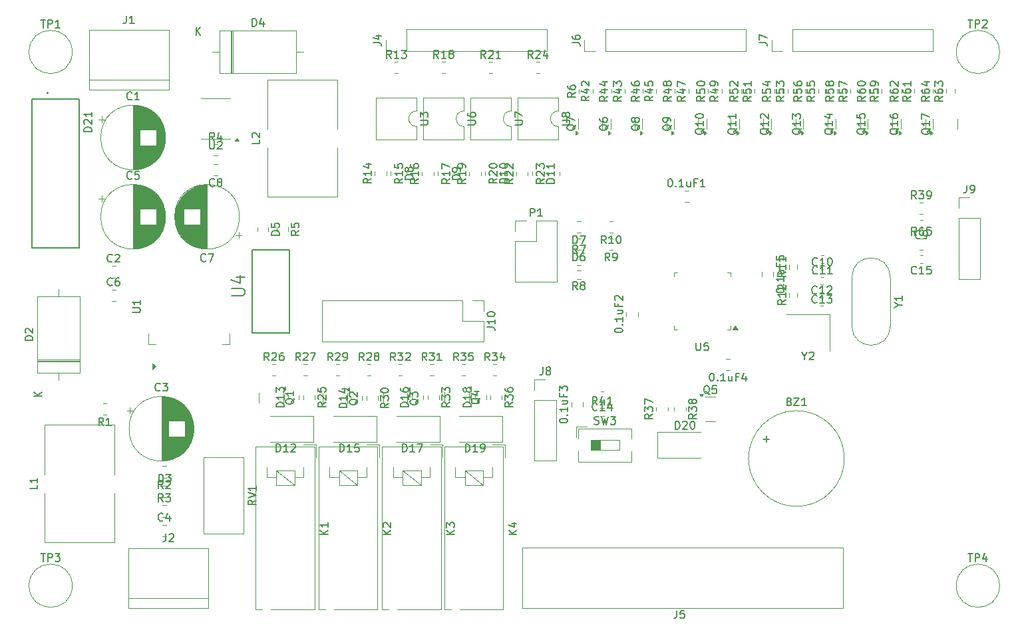
<source format=gbr>
%TF.GenerationSoftware,KiCad,Pcbnew,9.0.3*%
%TF.CreationDate,2025-08-13T21:25:55+07:00*%
%TF.ProjectId,Ex1,4578312e-6b69-4636-9164-5f7063625858,rev?*%
%TF.SameCoordinates,Original*%
%TF.FileFunction,Legend,Top*%
%TF.FilePolarity,Positive*%
%FSLAX46Y46*%
G04 Gerber Fmt 4.6, Leading zero omitted, Abs format (unit mm)*
G04 Created by KiCad (PCBNEW 9.0.3) date 2025-08-13 21:25:55*
%MOMM*%
%LPD*%
G01*
G04 APERTURE LIST*
%ADD10C,0.150000*%
%ADD11C,0.120000*%
%ADD12C,0.127000*%
%ADD13C,0.200000*%
%ADD14C,0.152400*%
G04 APERTURE END LIST*
D10*
X107857142Y-79804819D02*
X107523809Y-79328628D01*
X107285714Y-79804819D02*
X107285714Y-78804819D01*
X107285714Y-78804819D02*
X107666666Y-78804819D01*
X107666666Y-78804819D02*
X107761904Y-78852438D01*
X107761904Y-78852438D02*
X107809523Y-78900057D01*
X107809523Y-78900057D02*
X107857142Y-78995295D01*
X107857142Y-78995295D02*
X107857142Y-79138152D01*
X107857142Y-79138152D02*
X107809523Y-79233390D01*
X107809523Y-79233390D02*
X107761904Y-79281009D01*
X107761904Y-79281009D02*
X107666666Y-79328628D01*
X107666666Y-79328628D02*
X107285714Y-79328628D01*
X108238095Y-78900057D02*
X108285714Y-78852438D01*
X108285714Y-78852438D02*
X108380952Y-78804819D01*
X108380952Y-78804819D02*
X108619047Y-78804819D01*
X108619047Y-78804819D02*
X108714285Y-78852438D01*
X108714285Y-78852438D02*
X108761904Y-78900057D01*
X108761904Y-78900057D02*
X108809523Y-78995295D01*
X108809523Y-78995295D02*
X108809523Y-79090533D01*
X108809523Y-79090533D02*
X108761904Y-79233390D01*
X108761904Y-79233390D02*
X108190476Y-79804819D01*
X108190476Y-79804819D02*
X108809523Y-79804819D01*
X109380952Y-79233390D02*
X109285714Y-79185771D01*
X109285714Y-79185771D02*
X109238095Y-79138152D01*
X109238095Y-79138152D02*
X109190476Y-79042914D01*
X109190476Y-79042914D02*
X109190476Y-78995295D01*
X109190476Y-78995295D02*
X109238095Y-78900057D01*
X109238095Y-78900057D02*
X109285714Y-78852438D01*
X109285714Y-78852438D02*
X109380952Y-78804819D01*
X109380952Y-78804819D02*
X109571428Y-78804819D01*
X109571428Y-78804819D02*
X109666666Y-78852438D01*
X109666666Y-78852438D02*
X109714285Y-78900057D01*
X109714285Y-78900057D02*
X109761904Y-78995295D01*
X109761904Y-78995295D02*
X109761904Y-79042914D01*
X109761904Y-79042914D02*
X109714285Y-79138152D01*
X109714285Y-79138152D02*
X109666666Y-79185771D01*
X109666666Y-79185771D02*
X109571428Y-79233390D01*
X109571428Y-79233390D02*
X109380952Y-79233390D01*
X109380952Y-79233390D02*
X109285714Y-79281009D01*
X109285714Y-79281009D02*
X109238095Y-79328628D01*
X109238095Y-79328628D02*
X109190476Y-79423866D01*
X109190476Y-79423866D02*
X109190476Y-79614342D01*
X109190476Y-79614342D02*
X109238095Y-79709580D01*
X109238095Y-79709580D02*
X109285714Y-79757200D01*
X109285714Y-79757200D02*
X109380952Y-79804819D01*
X109380952Y-79804819D02*
X109571428Y-79804819D01*
X109571428Y-79804819D02*
X109666666Y-79757200D01*
X109666666Y-79757200D02*
X109714285Y-79709580D01*
X109714285Y-79709580D02*
X109761904Y-79614342D01*
X109761904Y-79614342D02*
X109761904Y-79423866D01*
X109761904Y-79423866D02*
X109714285Y-79328628D01*
X109714285Y-79328628D02*
X109666666Y-79281009D01*
X109666666Y-79281009D02*
X109571428Y-79233390D01*
X126804819Y-56642857D02*
X126328628Y-56976190D01*
X126804819Y-57214285D02*
X125804819Y-57214285D01*
X125804819Y-57214285D02*
X125804819Y-56833333D01*
X125804819Y-56833333D02*
X125852438Y-56738095D01*
X125852438Y-56738095D02*
X125900057Y-56690476D01*
X125900057Y-56690476D02*
X125995295Y-56642857D01*
X125995295Y-56642857D02*
X126138152Y-56642857D01*
X126138152Y-56642857D02*
X126233390Y-56690476D01*
X126233390Y-56690476D02*
X126281009Y-56738095D01*
X126281009Y-56738095D02*
X126328628Y-56833333D01*
X126328628Y-56833333D02*
X126328628Y-57214285D01*
X125900057Y-56261904D02*
X125852438Y-56214285D01*
X125852438Y-56214285D02*
X125804819Y-56119047D01*
X125804819Y-56119047D02*
X125804819Y-55880952D01*
X125804819Y-55880952D02*
X125852438Y-55785714D01*
X125852438Y-55785714D02*
X125900057Y-55738095D01*
X125900057Y-55738095D02*
X125995295Y-55690476D01*
X125995295Y-55690476D02*
X126090533Y-55690476D01*
X126090533Y-55690476D02*
X126233390Y-55738095D01*
X126233390Y-55738095D02*
X126804819Y-56309523D01*
X126804819Y-56309523D02*
X126804819Y-55690476D01*
X125900057Y-55309523D02*
X125852438Y-55261904D01*
X125852438Y-55261904D02*
X125804819Y-55166666D01*
X125804819Y-55166666D02*
X125804819Y-54928571D01*
X125804819Y-54928571D02*
X125852438Y-54833333D01*
X125852438Y-54833333D02*
X125900057Y-54785714D01*
X125900057Y-54785714D02*
X125995295Y-54738095D01*
X125995295Y-54738095D02*
X126090533Y-54738095D01*
X126090533Y-54738095D02*
X126233390Y-54785714D01*
X126233390Y-54785714D02*
X126804819Y-55357142D01*
X126804819Y-55357142D02*
X126804819Y-54738095D01*
X133059819Y-49766904D02*
X133869342Y-49766904D01*
X133869342Y-49766904D02*
X133964580Y-49719285D01*
X133964580Y-49719285D02*
X134012200Y-49671666D01*
X134012200Y-49671666D02*
X134059819Y-49576428D01*
X134059819Y-49576428D02*
X134059819Y-49385952D01*
X134059819Y-49385952D02*
X134012200Y-49290714D01*
X134012200Y-49290714D02*
X133964580Y-49243095D01*
X133964580Y-49243095D02*
X133869342Y-49195476D01*
X133869342Y-49195476D02*
X133059819Y-49195476D01*
X133488390Y-48576428D02*
X133440771Y-48671666D01*
X133440771Y-48671666D02*
X133393152Y-48719285D01*
X133393152Y-48719285D02*
X133297914Y-48766904D01*
X133297914Y-48766904D02*
X133250295Y-48766904D01*
X133250295Y-48766904D02*
X133155057Y-48719285D01*
X133155057Y-48719285D02*
X133107438Y-48671666D01*
X133107438Y-48671666D02*
X133059819Y-48576428D01*
X133059819Y-48576428D02*
X133059819Y-48385952D01*
X133059819Y-48385952D02*
X133107438Y-48290714D01*
X133107438Y-48290714D02*
X133155057Y-48243095D01*
X133155057Y-48243095D02*
X133250295Y-48195476D01*
X133250295Y-48195476D02*
X133297914Y-48195476D01*
X133297914Y-48195476D02*
X133393152Y-48243095D01*
X133393152Y-48243095D02*
X133440771Y-48290714D01*
X133440771Y-48290714D02*
X133488390Y-48385952D01*
X133488390Y-48385952D02*
X133488390Y-48576428D01*
X133488390Y-48576428D02*
X133536009Y-48671666D01*
X133536009Y-48671666D02*
X133583628Y-48719285D01*
X133583628Y-48719285D02*
X133678866Y-48766904D01*
X133678866Y-48766904D02*
X133869342Y-48766904D01*
X133869342Y-48766904D02*
X133964580Y-48719285D01*
X133964580Y-48719285D02*
X134012200Y-48671666D01*
X134012200Y-48671666D02*
X134059819Y-48576428D01*
X134059819Y-48576428D02*
X134059819Y-48385952D01*
X134059819Y-48385952D02*
X134012200Y-48290714D01*
X134012200Y-48290714D02*
X133964580Y-48243095D01*
X133964580Y-48243095D02*
X133869342Y-48195476D01*
X133869342Y-48195476D02*
X133678866Y-48195476D01*
X133678866Y-48195476D02*
X133583628Y-48243095D01*
X133583628Y-48243095D02*
X133536009Y-48290714D01*
X133536009Y-48290714D02*
X133488390Y-48385952D01*
X111857142Y-79804819D02*
X111523809Y-79328628D01*
X111285714Y-79804819D02*
X111285714Y-78804819D01*
X111285714Y-78804819D02*
X111666666Y-78804819D01*
X111666666Y-78804819D02*
X111761904Y-78852438D01*
X111761904Y-78852438D02*
X111809523Y-78900057D01*
X111809523Y-78900057D02*
X111857142Y-78995295D01*
X111857142Y-78995295D02*
X111857142Y-79138152D01*
X111857142Y-79138152D02*
X111809523Y-79233390D01*
X111809523Y-79233390D02*
X111761904Y-79281009D01*
X111761904Y-79281009D02*
X111666666Y-79328628D01*
X111666666Y-79328628D02*
X111285714Y-79328628D01*
X112190476Y-78804819D02*
X112809523Y-78804819D01*
X112809523Y-78804819D02*
X112476190Y-79185771D01*
X112476190Y-79185771D02*
X112619047Y-79185771D01*
X112619047Y-79185771D02*
X112714285Y-79233390D01*
X112714285Y-79233390D02*
X112761904Y-79281009D01*
X112761904Y-79281009D02*
X112809523Y-79376247D01*
X112809523Y-79376247D02*
X112809523Y-79614342D01*
X112809523Y-79614342D02*
X112761904Y-79709580D01*
X112761904Y-79709580D02*
X112714285Y-79757200D01*
X112714285Y-79757200D02*
X112619047Y-79804819D01*
X112619047Y-79804819D02*
X112333333Y-79804819D01*
X112333333Y-79804819D02*
X112238095Y-79757200D01*
X112238095Y-79757200D02*
X112190476Y-79709580D01*
X113190476Y-78900057D02*
X113238095Y-78852438D01*
X113238095Y-78852438D02*
X113333333Y-78804819D01*
X113333333Y-78804819D02*
X113571428Y-78804819D01*
X113571428Y-78804819D02*
X113666666Y-78852438D01*
X113666666Y-78852438D02*
X113714285Y-78900057D01*
X113714285Y-78900057D02*
X113761904Y-78995295D01*
X113761904Y-78995295D02*
X113761904Y-79090533D01*
X113761904Y-79090533D02*
X113714285Y-79233390D01*
X113714285Y-79233390D02*
X113142857Y-79804819D01*
X113142857Y-79804819D02*
X113761904Y-79804819D01*
X169324819Y-46142857D02*
X168848628Y-46476190D01*
X169324819Y-46714285D02*
X168324819Y-46714285D01*
X168324819Y-46714285D02*
X168324819Y-46333333D01*
X168324819Y-46333333D02*
X168372438Y-46238095D01*
X168372438Y-46238095D02*
X168420057Y-46190476D01*
X168420057Y-46190476D02*
X168515295Y-46142857D01*
X168515295Y-46142857D02*
X168658152Y-46142857D01*
X168658152Y-46142857D02*
X168753390Y-46190476D01*
X168753390Y-46190476D02*
X168801009Y-46238095D01*
X168801009Y-46238095D02*
X168848628Y-46333333D01*
X168848628Y-46333333D02*
X168848628Y-46714285D01*
X168324819Y-45238095D02*
X168324819Y-45714285D01*
X168324819Y-45714285D02*
X168801009Y-45761904D01*
X168801009Y-45761904D02*
X168753390Y-45714285D01*
X168753390Y-45714285D02*
X168705771Y-45619047D01*
X168705771Y-45619047D02*
X168705771Y-45380952D01*
X168705771Y-45380952D02*
X168753390Y-45285714D01*
X168753390Y-45285714D02*
X168801009Y-45238095D01*
X168801009Y-45238095D02*
X168896247Y-45190476D01*
X168896247Y-45190476D02*
X169134342Y-45190476D01*
X169134342Y-45190476D02*
X169229580Y-45238095D01*
X169229580Y-45238095D02*
X169277200Y-45285714D01*
X169277200Y-45285714D02*
X169324819Y-45380952D01*
X169324819Y-45380952D02*
X169324819Y-45619047D01*
X169324819Y-45619047D02*
X169277200Y-45714285D01*
X169277200Y-45714285D02*
X169229580Y-45761904D01*
X168324819Y-44857142D02*
X168324819Y-44190476D01*
X168324819Y-44190476D02*
X169324819Y-44619047D01*
X178157142Y-59214819D02*
X177823809Y-58738628D01*
X177585714Y-59214819D02*
X177585714Y-58214819D01*
X177585714Y-58214819D02*
X177966666Y-58214819D01*
X177966666Y-58214819D02*
X178061904Y-58262438D01*
X178061904Y-58262438D02*
X178109523Y-58310057D01*
X178109523Y-58310057D02*
X178157142Y-58405295D01*
X178157142Y-58405295D02*
X178157142Y-58548152D01*
X178157142Y-58548152D02*
X178109523Y-58643390D01*
X178109523Y-58643390D02*
X178061904Y-58691009D01*
X178061904Y-58691009D02*
X177966666Y-58738628D01*
X177966666Y-58738628D02*
X177585714Y-58738628D01*
X178490476Y-58214819D02*
X179109523Y-58214819D01*
X179109523Y-58214819D02*
X178776190Y-58595771D01*
X178776190Y-58595771D02*
X178919047Y-58595771D01*
X178919047Y-58595771D02*
X179014285Y-58643390D01*
X179014285Y-58643390D02*
X179061904Y-58691009D01*
X179061904Y-58691009D02*
X179109523Y-58786247D01*
X179109523Y-58786247D02*
X179109523Y-59024342D01*
X179109523Y-59024342D02*
X179061904Y-59119580D01*
X179061904Y-59119580D02*
X179014285Y-59167200D01*
X179014285Y-59167200D02*
X178919047Y-59214819D01*
X178919047Y-59214819D02*
X178633333Y-59214819D01*
X178633333Y-59214819D02*
X178538095Y-59167200D01*
X178538095Y-59167200D02*
X178490476Y-59119580D01*
X179585714Y-59214819D02*
X179776190Y-59214819D01*
X179776190Y-59214819D02*
X179871428Y-59167200D01*
X179871428Y-59167200D02*
X179919047Y-59119580D01*
X179919047Y-59119580D02*
X180014285Y-58976723D01*
X180014285Y-58976723D02*
X180061904Y-58786247D01*
X180061904Y-58786247D02*
X180061904Y-58405295D01*
X180061904Y-58405295D02*
X180014285Y-58310057D01*
X180014285Y-58310057D02*
X179966666Y-58262438D01*
X179966666Y-58262438D02*
X179871428Y-58214819D01*
X179871428Y-58214819D02*
X179680952Y-58214819D01*
X179680952Y-58214819D02*
X179585714Y-58262438D01*
X179585714Y-58262438D02*
X179538095Y-58310057D01*
X179538095Y-58310057D02*
X179490476Y-58405295D01*
X179490476Y-58405295D02*
X179490476Y-58643390D01*
X179490476Y-58643390D02*
X179538095Y-58738628D01*
X179538095Y-58738628D02*
X179585714Y-58786247D01*
X179585714Y-58786247D02*
X179680952Y-58833866D01*
X179680952Y-58833866D02*
X179871428Y-58833866D01*
X179871428Y-58833866D02*
X179966666Y-58786247D01*
X179966666Y-58786247D02*
X180014285Y-58738628D01*
X180014285Y-58738628D02*
X180061904Y-58643390D01*
X143000057Y-49757738D02*
X142952438Y-49852976D01*
X142952438Y-49852976D02*
X142857200Y-49948214D01*
X142857200Y-49948214D02*
X142714342Y-50091071D01*
X142714342Y-50091071D02*
X142666723Y-50186309D01*
X142666723Y-50186309D02*
X142666723Y-50281547D01*
X142904819Y-50233928D02*
X142857200Y-50329166D01*
X142857200Y-50329166D02*
X142761961Y-50424404D01*
X142761961Y-50424404D02*
X142571485Y-50472023D01*
X142571485Y-50472023D02*
X142238152Y-50472023D01*
X142238152Y-50472023D02*
X142047676Y-50424404D01*
X142047676Y-50424404D02*
X141952438Y-50329166D01*
X141952438Y-50329166D02*
X141904819Y-50233928D01*
X141904819Y-50233928D02*
X141904819Y-50043452D01*
X141904819Y-50043452D02*
X141952438Y-49948214D01*
X141952438Y-49948214D02*
X142047676Y-49852976D01*
X142047676Y-49852976D02*
X142238152Y-49805357D01*
X142238152Y-49805357D02*
X142571485Y-49805357D01*
X142571485Y-49805357D02*
X142761961Y-49852976D01*
X142761961Y-49852976D02*
X142857200Y-49948214D01*
X142857200Y-49948214D02*
X142904819Y-50043452D01*
X142904819Y-50043452D02*
X142904819Y-50233928D01*
X142333390Y-49233928D02*
X142285771Y-49329166D01*
X142285771Y-49329166D02*
X142238152Y-49376785D01*
X142238152Y-49376785D02*
X142142914Y-49424404D01*
X142142914Y-49424404D02*
X142095295Y-49424404D01*
X142095295Y-49424404D02*
X142000057Y-49376785D01*
X142000057Y-49376785D02*
X141952438Y-49329166D01*
X141952438Y-49329166D02*
X141904819Y-49233928D01*
X141904819Y-49233928D02*
X141904819Y-49043452D01*
X141904819Y-49043452D02*
X141952438Y-48948214D01*
X141952438Y-48948214D02*
X142000057Y-48900595D01*
X142000057Y-48900595D02*
X142095295Y-48852976D01*
X142095295Y-48852976D02*
X142142914Y-48852976D01*
X142142914Y-48852976D02*
X142238152Y-48900595D01*
X142238152Y-48900595D02*
X142285771Y-48948214D01*
X142285771Y-48948214D02*
X142333390Y-49043452D01*
X142333390Y-49043452D02*
X142333390Y-49233928D01*
X142333390Y-49233928D02*
X142381009Y-49329166D01*
X142381009Y-49329166D02*
X142428628Y-49376785D01*
X142428628Y-49376785D02*
X142523866Y-49424404D01*
X142523866Y-49424404D02*
X142714342Y-49424404D01*
X142714342Y-49424404D02*
X142809580Y-49376785D01*
X142809580Y-49376785D02*
X142857200Y-49329166D01*
X142857200Y-49329166D02*
X142904819Y-49233928D01*
X142904819Y-49233928D02*
X142904819Y-49043452D01*
X142904819Y-49043452D02*
X142857200Y-48948214D01*
X142857200Y-48948214D02*
X142809580Y-48900595D01*
X142809580Y-48900595D02*
X142714342Y-48852976D01*
X142714342Y-48852976D02*
X142523866Y-48852976D01*
X142523866Y-48852976D02*
X142428628Y-48900595D01*
X142428628Y-48900595D02*
X142381009Y-48948214D01*
X142381009Y-48948214D02*
X142333390Y-49043452D01*
X74720833Y-88104819D02*
X74387500Y-87628628D01*
X74149405Y-88104819D02*
X74149405Y-87104819D01*
X74149405Y-87104819D02*
X74530357Y-87104819D01*
X74530357Y-87104819D02*
X74625595Y-87152438D01*
X74625595Y-87152438D02*
X74673214Y-87200057D01*
X74673214Y-87200057D02*
X74720833Y-87295295D01*
X74720833Y-87295295D02*
X74720833Y-87438152D01*
X74720833Y-87438152D02*
X74673214Y-87533390D01*
X74673214Y-87533390D02*
X74625595Y-87581009D01*
X74625595Y-87581009D02*
X74530357Y-87628628D01*
X74530357Y-87628628D02*
X74149405Y-87628628D01*
X75673214Y-88104819D02*
X75101786Y-88104819D01*
X75387500Y-88104819D02*
X75387500Y-87104819D01*
X75387500Y-87104819D02*
X75292262Y-87247676D01*
X75292262Y-87247676D02*
X75197024Y-87342914D01*
X75197024Y-87342914D02*
X75101786Y-87390533D01*
X118804819Y-56642857D02*
X118328628Y-56976190D01*
X118804819Y-57214285D02*
X117804819Y-57214285D01*
X117804819Y-57214285D02*
X117804819Y-56833333D01*
X117804819Y-56833333D02*
X117852438Y-56738095D01*
X117852438Y-56738095D02*
X117900057Y-56690476D01*
X117900057Y-56690476D02*
X117995295Y-56642857D01*
X117995295Y-56642857D02*
X118138152Y-56642857D01*
X118138152Y-56642857D02*
X118233390Y-56690476D01*
X118233390Y-56690476D02*
X118281009Y-56738095D01*
X118281009Y-56738095D02*
X118328628Y-56833333D01*
X118328628Y-56833333D02*
X118328628Y-57214285D01*
X118804819Y-55690476D02*
X118804819Y-56261904D01*
X118804819Y-55976190D02*
X117804819Y-55976190D01*
X117804819Y-55976190D02*
X117947676Y-56071428D01*
X117947676Y-56071428D02*
X118042914Y-56166666D01*
X118042914Y-56166666D02*
X118090533Y-56261904D01*
X117804819Y-55357142D02*
X117804819Y-54690476D01*
X117804819Y-54690476D02*
X118804819Y-55119047D01*
X158184819Y-39333333D02*
X158899104Y-39333333D01*
X158899104Y-39333333D02*
X159041961Y-39380952D01*
X159041961Y-39380952D02*
X159137200Y-39476190D01*
X159137200Y-39476190D02*
X159184819Y-39619047D01*
X159184819Y-39619047D02*
X159184819Y-39714285D01*
X158184819Y-38952380D02*
X158184819Y-38285714D01*
X158184819Y-38285714D02*
X159184819Y-38714285D01*
X66324819Y-95666666D02*
X66324819Y-96142856D01*
X66324819Y-96142856D02*
X65324819Y-96142856D01*
X66324819Y-94809523D02*
X66324819Y-95380951D01*
X66324819Y-95095237D02*
X65324819Y-95095237D01*
X65324819Y-95095237D02*
X65467676Y-95190475D01*
X65467676Y-95190475D02*
X65562914Y-95285713D01*
X65562914Y-95285713D02*
X65610533Y-95380951D01*
X134374819Y-39333333D02*
X135089104Y-39333333D01*
X135089104Y-39333333D02*
X135231961Y-39380952D01*
X135231961Y-39380952D02*
X135327200Y-39476190D01*
X135327200Y-39476190D02*
X135374819Y-39619047D01*
X135374819Y-39619047D02*
X135374819Y-39714285D01*
X134374819Y-38428571D02*
X134374819Y-38619047D01*
X134374819Y-38619047D02*
X134422438Y-38714285D01*
X134422438Y-38714285D02*
X134470057Y-38761904D01*
X134470057Y-38761904D02*
X134612914Y-38857142D01*
X134612914Y-38857142D02*
X134803390Y-38904761D01*
X134803390Y-38904761D02*
X135184342Y-38904761D01*
X135184342Y-38904761D02*
X135279580Y-38857142D01*
X135279580Y-38857142D02*
X135327200Y-38809523D01*
X135327200Y-38809523D02*
X135374819Y-38714285D01*
X135374819Y-38714285D02*
X135374819Y-38523809D01*
X135374819Y-38523809D02*
X135327200Y-38428571D01*
X135327200Y-38428571D02*
X135279580Y-38380952D01*
X135279580Y-38380952D02*
X135184342Y-38333333D01*
X135184342Y-38333333D02*
X134946247Y-38333333D01*
X134946247Y-38333333D02*
X134851009Y-38380952D01*
X134851009Y-38380952D02*
X134803390Y-38428571D01*
X134803390Y-38428571D02*
X134755771Y-38523809D01*
X134755771Y-38523809D02*
X134755771Y-38714285D01*
X134755771Y-38714285D02*
X134803390Y-38809523D01*
X134803390Y-38809523D02*
X134851009Y-38857142D01*
X134851009Y-38857142D02*
X134946247Y-38904761D01*
X123534819Y-75579523D02*
X124249104Y-75579523D01*
X124249104Y-75579523D02*
X124391961Y-75627142D01*
X124391961Y-75627142D02*
X124487200Y-75722380D01*
X124487200Y-75722380D02*
X124534819Y-75865237D01*
X124534819Y-75865237D02*
X124534819Y-75960475D01*
X124534819Y-74579523D02*
X124534819Y-75150951D01*
X124534819Y-74865237D02*
X123534819Y-74865237D01*
X123534819Y-74865237D02*
X123677676Y-74960475D01*
X123677676Y-74960475D02*
X123772914Y-75055713D01*
X123772914Y-75055713D02*
X123820533Y-75150951D01*
X123534819Y-73960475D02*
X123534819Y-73865237D01*
X123534819Y-73865237D02*
X123582438Y-73769999D01*
X123582438Y-73769999D02*
X123630057Y-73722380D01*
X123630057Y-73722380D02*
X123725295Y-73674761D01*
X123725295Y-73674761D02*
X123915771Y-73627142D01*
X123915771Y-73627142D02*
X124153866Y-73627142D01*
X124153866Y-73627142D02*
X124344342Y-73674761D01*
X124344342Y-73674761D02*
X124439580Y-73722380D01*
X124439580Y-73722380D02*
X124487200Y-73769999D01*
X124487200Y-73769999D02*
X124534819Y-73865237D01*
X124534819Y-73865237D02*
X124534819Y-73960475D01*
X124534819Y-73960475D02*
X124487200Y-74055713D01*
X124487200Y-74055713D02*
X124439580Y-74103332D01*
X124439580Y-74103332D02*
X124344342Y-74150951D01*
X124344342Y-74150951D02*
X124153866Y-74198570D01*
X124153866Y-74198570D02*
X123915771Y-74198570D01*
X123915771Y-74198570D02*
X123725295Y-74150951D01*
X123725295Y-74150951D02*
X123630057Y-74103332D01*
X123630057Y-74103332D02*
X123582438Y-74055713D01*
X123582438Y-74055713D02*
X123534819Y-73960475D01*
X75833333Y-70179580D02*
X75785714Y-70227200D01*
X75785714Y-70227200D02*
X75642857Y-70274819D01*
X75642857Y-70274819D02*
X75547619Y-70274819D01*
X75547619Y-70274819D02*
X75404762Y-70227200D01*
X75404762Y-70227200D02*
X75309524Y-70131961D01*
X75309524Y-70131961D02*
X75261905Y-70036723D01*
X75261905Y-70036723D02*
X75214286Y-69846247D01*
X75214286Y-69846247D02*
X75214286Y-69703390D01*
X75214286Y-69703390D02*
X75261905Y-69512914D01*
X75261905Y-69512914D02*
X75309524Y-69417676D01*
X75309524Y-69417676D02*
X75404762Y-69322438D01*
X75404762Y-69322438D02*
X75547619Y-69274819D01*
X75547619Y-69274819D02*
X75642857Y-69274819D01*
X75642857Y-69274819D02*
X75785714Y-69322438D01*
X75785714Y-69322438D02*
X75833333Y-69370057D01*
X76690476Y-69274819D02*
X76500000Y-69274819D01*
X76500000Y-69274819D02*
X76404762Y-69322438D01*
X76404762Y-69322438D02*
X76357143Y-69370057D01*
X76357143Y-69370057D02*
X76261905Y-69512914D01*
X76261905Y-69512914D02*
X76214286Y-69703390D01*
X76214286Y-69703390D02*
X76214286Y-70084342D01*
X76214286Y-70084342D02*
X76261905Y-70179580D01*
X76261905Y-70179580D02*
X76309524Y-70227200D01*
X76309524Y-70227200D02*
X76404762Y-70274819D01*
X76404762Y-70274819D02*
X76595238Y-70274819D01*
X76595238Y-70274819D02*
X76690476Y-70227200D01*
X76690476Y-70227200D02*
X76738095Y-70179580D01*
X76738095Y-70179580D02*
X76785714Y-70084342D01*
X76785714Y-70084342D02*
X76785714Y-69846247D01*
X76785714Y-69846247D02*
X76738095Y-69751009D01*
X76738095Y-69751009D02*
X76690476Y-69703390D01*
X76690476Y-69703390D02*
X76595238Y-69655771D01*
X76595238Y-69655771D02*
X76404762Y-69655771D01*
X76404762Y-69655771D02*
X76309524Y-69703390D01*
X76309524Y-69703390D02*
X76261905Y-69751009D01*
X76261905Y-69751009D02*
X76214286Y-69846247D01*
X163500057Y-50233928D02*
X163452438Y-50329166D01*
X163452438Y-50329166D02*
X163357200Y-50424404D01*
X163357200Y-50424404D02*
X163214342Y-50567261D01*
X163214342Y-50567261D02*
X163166723Y-50662499D01*
X163166723Y-50662499D02*
X163166723Y-50757737D01*
X163404819Y-50710118D02*
X163357200Y-50805356D01*
X163357200Y-50805356D02*
X163261961Y-50900594D01*
X163261961Y-50900594D02*
X163071485Y-50948213D01*
X163071485Y-50948213D02*
X162738152Y-50948213D01*
X162738152Y-50948213D02*
X162547676Y-50900594D01*
X162547676Y-50900594D02*
X162452438Y-50805356D01*
X162452438Y-50805356D02*
X162404819Y-50710118D01*
X162404819Y-50710118D02*
X162404819Y-50519642D01*
X162404819Y-50519642D02*
X162452438Y-50424404D01*
X162452438Y-50424404D02*
X162547676Y-50329166D01*
X162547676Y-50329166D02*
X162738152Y-50281547D01*
X162738152Y-50281547D02*
X163071485Y-50281547D01*
X163071485Y-50281547D02*
X163261961Y-50329166D01*
X163261961Y-50329166D02*
X163357200Y-50424404D01*
X163357200Y-50424404D02*
X163404819Y-50519642D01*
X163404819Y-50519642D02*
X163404819Y-50710118D01*
X163404819Y-49329166D02*
X163404819Y-49900594D01*
X163404819Y-49614880D02*
X162404819Y-49614880D01*
X162404819Y-49614880D02*
X162547676Y-49710118D01*
X162547676Y-49710118D02*
X162642914Y-49805356D01*
X162642914Y-49805356D02*
X162690533Y-49900594D01*
X162404819Y-48995832D02*
X162404819Y-48376785D01*
X162404819Y-48376785D02*
X162785771Y-48710118D01*
X162785771Y-48710118D02*
X162785771Y-48567261D01*
X162785771Y-48567261D02*
X162833390Y-48472023D01*
X162833390Y-48472023D02*
X162881009Y-48424404D01*
X162881009Y-48424404D02*
X162976247Y-48376785D01*
X162976247Y-48376785D02*
X163214342Y-48376785D01*
X163214342Y-48376785D02*
X163309580Y-48424404D01*
X163309580Y-48424404D02*
X163357200Y-48472023D01*
X163357200Y-48472023D02*
X163404819Y-48567261D01*
X163404819Y-48567261D02*
X163404819Y-48852975D01*
X163404819Y-48852975D02*
X163357200Y-48948213D01*
X163357200Y-48948213D02*
X163309580Y-48995832D01*
X175824819Y-46142857D02*
X175348628Y-46476190D01*
X175824819Y-46714285D02*
X174824819Y-46714285D01*
X174824819Y-46714285D02*
X174824819Y-46333333D01*
X174824819Y-46333333D02*
X174872438Y-46238095D01*
X174872438Y-46238095D02*
X174920057Y-46190476D01*
X174920057Y-46190476D02*
X175015295Y-46142857D01*
X175015295Y-46142857D02*
X175158152Y-46142857D01*
X175158152Y-46142857D02*
X175253390Y-46190476D01*
X175253390Y-46190476D02*
X175301009Y-46238095D01*
X175301009Y-46238095D02*
X175348628Y-46333333D01*
X175348628Y-46333333D02*
X175348628Y-46714285D01*
X174824819Y-45285714D02*
X174824819Y-45476190D01*
X174824819Y-45476190D02*
X174872438Y-45571428D01*
X174872438Y-45571428D02*
X174920057Y-45619047D01*
X174920057Y-45619047D02*
X175062914Y-45714285D01*
X175062914Y-45714285D02*
X175253390Y-45761904D01*
X175253390Y-45761904D02*
X175634342Y-45761904D01*
X175634342Y-45761904D02*
X175729580Y-45714285D01*
X175729580Y-45714285D02*
X175777200Y-45666666D01*
X175777200Y-45666666D02*
X175824819Y-45571428D01*
X175824819Y-45571428D02*
X175824819Y-45380952D01*
X175824819Y-45380952D02*
X175777200Y-45285714D01*
X175777200Y-45285714D02*
X175729580Y-45238095D01*
X175729580Y-45238095D02*
X175634342Y-45190476D01*
X175634342Y-45190476D02*
X175396247Y-45190476D01*
X175396247Y-45190476D02*
X175301009Y-45238095D01*
X175301009Y-45238095D02*
X175253390Y-45285714D01*
X175253390Y-45285714D02*
X175205771Y-45380952D01*
X175205771Y-45380952D02*
X175205771Y-45571428D01*
X175205771Y-45571428D02*
X175253390Y-45666666D01*
X175253390Y-45666666D02*
X175301009Y-45714285D01*
X175301009Y-45714285D02*
X175396247Y-45761904D01*
X174920057Y-44809523D02*
X174872438Y-44761904D01*
X174872438Y-44761904D02*
X174824819Y-44666666D01*
X174824819Y-44666666D02*
X174824819Y-44428571D01*
X174824819Y-44428571D02*
X174872438Y-44333333D01*
X174872438Y-44333333D02*
X174920057Y-44285714D01*
X174920057Y-44285714D02*
X175015295Y-44238095D01*
X175015295Y-44238095D02*
X175110533Y-44238095D01*
X175110533Y-44238095D02*
X175253390Y-44285714D01*
X175253390Y-44285714D02*
X175824819Y-44857142D01*
X175824819Y-44857142D02*
X175824819Y-44238095D01*
X105704819Y-85814285D02*
X104704819Y-85814285D01*
X104704819Y-85814285D02*
X104704819Y-85576190D01*
X104704819Y-85576190D02*
X104752438Y-85433333D01*
X104752438Y-85433333D02*
X104847676Y-85338095D01*
X104847676Y-85338095D02*
X104942914Y-85290476D01*
X104942914Y-85290476D02*
X105133390Y-85242857D01*
X105133390Y-85242857D02*
X105276247Y-85242857D01*
X105276247Y-85242857D02*
X105466723Y-85290476D01*
X105466723Y-85290476D02*
X105561961Y-85338095D01*
X105561961Y-85338095D02*
X105657200Y-85433333D01*
X105657200Y-85433333D02*
X105704819Y-85576190D01*
X105704819Y-85576190D02*
X105704819Y-85814285D01*
X105704819Y-84290476D02*
X105704819Y-84861904D01*
X105704819Y-84576190D02*
X104704819Y-84576190D01*
X104704819Y-84576190D02*
X104847676Y-84671428D01*
X104847676Y-84671428D02*
X104942914Y-84766666D01*
X104942914Y-84766666D02*
X104990533Y-84861904D01*
X105038152Y-83433333D02*
X105704819Y-83433333D01*
X104657200Y-83671428D02*
X105371485Y-83909523D01*
X105371485Y-83909523D02*
X105371485Y-83290476D01*
X65734819Y-77238094D02*
X64734819Y-77238094D01*
X64734819Y-77238094D02*
X64734819Y-76999999D01*
X64734819Y-76999999D02*
X64782438Y-76857142D01*
X64782438Y-76857142D02*
X64877676Y-76761904D01*
X64877676Y-76761904D02*
X64972914Y-76714285D01*
X64972914Y-76714285D02*
X65163390Y-76666666D01*
X65163390Y-76666666D02*
X65306247Y-76666666D01*
X65306247Y-76666666D02*
X65496723Y-76714285D01*
X65496723Y-76714285D02*
X65591961Y-76761904D01*
X65591961Y-76761904D02*
X65687200Y-76857142D01*
X65687200Y-76857142D02*
X65734819Y-76999999D01*
X65734819Y-76999999D02*
X65734819Y-77238094D01*
X64830057Y-76285713D02*
X64782438Y-76238094D01*
X64782438Y-76238094D02*
X64734819Y-76142856D01*
X64734819Y-76142856D02*
X64734819Y-75904761D01*
X64734819Y-75904761D02*
X64782438Y-75809523D01*
X64782438Y-75809523D02*
X64830057Y-75761904D01*
X64830057Y-75761904D02*
X64925295Y-75714285D01*
X64925295Y-75714285D02*
X65020533Y-75714285D01*
X65020533Y-75714285D02*
X65163390Y-75761904D01*
X65163390Y-75761904D02*
X65734819Y-76333332D01*
X65734819Y-76333332D02*
X65734819Y-75714285D01*
X66854819Y-84381904D02*
X65854819Y-84381904D01*
X66854819Y-83810476D02*
X66283390Y-84239047D01*
X65854819Y-83810476D02*
X66426247Y-84381904D01*
X178633333Y-64199580D02*
X178585714Y-64247200D01*
X178585714Y-64247200D02*
X178442857Y-64294819D01*
X178442857Y-64294819D02*
X178347619Y-64294819D01*
X178347619Y-64294819D02*
X178204762Y-64247200D01*
X178204762Y-64247200D02*
X178109524Y-64151961D01*
X178109524Y-64151961D02*
X178061905Y-64056723D01*
X178061905Y-64056723D02*
X178014286Y-63866247D01*
X178014286Y-63866247D02*
X178014286Y-63723390D01*
X178014286Y-63723390D02*
X178061905Y-63532914D01*
X178061905Y-63532914D02*
X178109524Y-63437676D01*
X178109524Y-63437676D02*
X178204762Y-63342438D01*
X178204762Y-63342438D02*
X178347619Y-63294819D01*
X178347619Y-63294819D02*
X178442857Y-63294819D01*
X178442857Y-63294819D02*
X178585714Y-63342438D01*
X178585714Y-63342438D02*
X178633333Y-63390057D01*
X179109524Y-64294819D02*
X179300000Y-64294819D01*
X179300000Y-64294819D02*
X179395238Y-64247200D01*
X179395238Y-64247200D02*
X179442857Y-64199580D01*
X179442857Y-64199580D02*
X179538095Y-64056723D01*
X179538095Y-64056723D02*
X179585714Y-63866247D01*
X179585714Y-63866247D02*
X179585714Y-63485295D01*
X179585714Y-63485295D02*
X179538095Y-63390057D01*
X179538095Y-63390057D02*
X179490476Y-63342438D01*
X179490476Y-63342438D02*
X179395238Y-63294819D01*
X179395238Y-63294819D02*
X179204762Y-63294819D01*
X179204762Y-63294819D02*
X179109524Y-63342438D01*
X179109524Y-63342438D02*
X179061905Y-63390057D01*
X179061905Y-63390057D02*
X179014286Y-63485295D01*
X179014286Y-63485295D02*
X179014286Y-63723390D01*
X179014286Y-63723390D02*
X179061905Y-63818628D01*
X179061905Y-63818628D02*
X179109524Y-63866247D01*
X179109524Y-63866247D02*
X179204762Y-63913866D01*
X179204762Y-63913866D02*
X179395238Y-63913866D01*
X179395238Y-63913866D02*
X179490476Y-63866247D01*
X179490476Y-63866247D02*
X179538095Y-63818628D01*
X179538095Y-63818628D02*
X179585714Y-63723390D01*
X103294819Y-101988094D02*
X102294819Y-101988094D01*
X103294819Y-101416666D02*
X102723390Y-101845237D01*
X102294819Y-101416666D02*
X102866247Y-101988094D01*
X103294819Y-100464285D02*
X103294819Y-101035713D01*
X103294819Y-100749999D02*
X102294819Y-100749999D01*
X102294819Y-100749999D02*
X102437676Y-100845237D01*
X102437676Y-100845237D02*
X102532914Y-100940475D01*
X102532914Y-100940475D02*
X102580533Y-101035713D01*
X134774819Y-45666666D02*
X134298628Y-45999999D01*
X134774819Y-46238094D02*
X133774819Y-46238094D01*
X133774819Y-46238094D02*
X133774819Y-45857142D01*
X133774819Y-45857142D02*
X133822438Y-45761904D01*
X133822438Y-45761904D02*
X133870057Y-45714285D01*
X133870057Y-45714285D02*
X133965295Y-45666666D01*
X133965295Y-45666666D02*
X134108152Y-45666666D01*
X134108152Y-45666666D02*
X134203390Y-45714285D01*
X134203390Y-45714285D02*
X134251009Y-45761904D01*
X134251009Y-45761904D02*
X134298628Y-45857142D01*
X134298628Y-45857142D02*
X134298628Y-46238094D01*
X133774819Y-44809523D02*
X133774819Y-44999999D01*
X133774819Y-44999999D02*
X133822438Y-45095237D01*
X133822438Y-45095237D02*
X133870057Y-45142856D01*
X133870057Y-45142856D02*
X134012914Y-45238094D01*
X134012914Y-45238094D02*
X134203390Y-45285713D01*
X134203390Y-45285713D02*
X134584342Y-45285713D01*
X134584342Y-45285713D02*
X134679580Y-45238094D01*
X134679580Y-45238094D02*
X134727200Y-45190475D01*
X134727200Y-45190475D02*
X134774819Y-45095237D01*
X134774819Y-45095237D02*
X134774819Y-44904761D01*
X134774819Y-44904761D02*
X134727200Y-44809523D01*
X134727200Y-44809523D02*
X134679580Y-44761904D01*
X134679580Y-44761904D02*
X134584342Y-44714285D01*
X134584342Y-44714285D02*
X134346247Y-44714285D01*
X134346247Y-44714285D02*
X134251009Y-44761904D01*
X134251009Y-44761904D02*
X134203390Y-44809523D01*
X134203390Y-44809523D02*
X134155771Y-44904761D01*
X134155771Y-44904761D02*
X134155771Y-45095237D01*
X134155771Y-45095237D02*
X134203390Y-45190475D01*
X134203390Y-45190475D02*
X134251009Y-45238094D01*
X134251009Y-45238094D02*
X134346247Y-45285713D01*
X97104819Y-63825594D02*
X96104819Y-63825594D01*
X96104819Y-63825594D02*
X96104819Y-63587499D01*
X96104819Y-63587499D02*
X96152438Y-63444642D01*
X96152438Y-63444642D02*
X96247676Y-63349404D01*
X96247676Y-63349404D02*
X96342914Y-63301785D01*
X96342914Y-63301785D02*
X96533390Y-63254166D01*
X96533390Y-63254166D02*
X96676247Y-63254166D01*
X96676247Y-63254166D02*
X96866723Y-63301785D01*
X96866723Y-63301785D02*
X96961961Y-63349404D01*
X96961961Y-63349404D02*
X97057200Y-63444642D01*
X97057200Y-63444642D02*
X97104819Y-63587499D01*
X97104819Y-63587499D02*
X97104819Y-63825594D01*
X96104819Y-62349404D02*
X96104819Y-62825594D01*
X96104819Y-62825594D02*
X96581009Y-62873213D01*
X96581009Y-62873213D02*
X96533390Y-62825594D01*
X96533390Y-62825594D02*
X96485771Y-62730356D01*
X96485771Y-62730356D02*
X96485771Y-62492261D01*
X96485771Y-62492261D02*
X96533390Y-62397023D01*
X96533390Y-62397023D02*
X96581009Y-62349404D01*
X96581009Y-62349404D02*
X96676247Y-62301785D01*
X96676247Y-62301785D02*
X96914342Y-62301785D01*
X96914342Y-62301785D02*
X97009580Y-62349404D01*
X97009580Y-62349404D02*
X97057200Y-62397023D01*
X97057200Y-62397023D02*
X97104819Y-62492261D01*
X97104819Y-62492261D02*
X97104819Y-62730356D01*
X97104819Y-62730356D02*
X97057200Y-62825594D01*
X97057200Y-62825594D02*
X97009580Y-62873213D01*
X88238095Y-51884819D02*
X88238095Y-52694342D01*
X88238095Y-52694342D02*
X88285714Y-52789580D01*
X88285714Y-52789580D02*
X88333333Y-52837200D01*
X88333333Y-52837200D02*
X88428571Y-52884819D01*
X88428571Y-52884819D02*
X88619047Y-52884819D01*
X88619047Y-52884819D02*
X88714285Y-52837200D01*
X88714285Y-52837200D02*
X88761904Y-52789580D01*
X88761904Y-52789580D02*
X88809523Y-52694342D01*
X88809523Y-52694342D02*
X88809523Y-51884819D01*
X89238095Y-51980057D02*
X89285714Y-51932438D01*
X89285714Y-51932438D02*
X89380952Y-51884819D01*
X89380952Y-51884819D02*
X89619047Y-51884819D01*
X89619047Y-51884819D02*
X89714285Y-51932438D01*
X89714285Y-51932438D02*
X89761904Y-51980057D01*
X89761904Y-51980057D02*
X89809523Y-52075295D01*
X89809523Y-52075295D02*
X89809523Y-52170533D01*
X89809523Y-52170533D02*
X89761904Y-52313390D01*
X89761904Y-52313390D02*
X89190476Y-52884819D01*
X89190476Y-52884819D02*
X89809523Y-52884819D01*
X167600057Y-50233928D02*
X167552438Y-50329166D01*
X167552438Y-50329166D02*
X167457200Y-50424404D01*
X167457200Y-50424404D02*
X167314342Y-50567261D01*
X167314342Y-50567261D02*
X167266723Y-50662499D01*
X167266723Y-50662499D02*
X167266723Y-50757737D01*
X167504819Y-50710118D02*
X167457200Y-50805356D01*
X167457200Y-50805356D02*
X167361961Y-50900594D01*
X167361961Y-50900594D02*
X167171485Y-50948213D01*
X167171485Y-50948213D02*
X166838152Y-50948213D01*
X166838152Y-50948213D02*
X166647676Y-50900594D01*
X166647676Y-50900594D02*
X166552438Y-50805356D01*
X166552438Y-50805356D02*
X166504819Y-50710118D01*
X166504819Y-50710118D02*
X166504819Y-50519642D01*
X166504819Y-50519642D02*
X166552438Y-50424404D01*
X166552438Y-50424404D02*
X166647676Y-50329166D01*
X166647676Y-50329166D02*
X166838152Y-50281547D01*
X166838152Y-50281547D02*
X167171485Y-50281547D01*
X167171485Y-50281547D02*
X167361961Y-50329166D01*
X167361961Y-50329166D02*
X167457200Y-50424404D01*
X167457200Y-50424404D02*
X167504819Y-50519642D01*
X167504819Y-50519642D02*
X167504819Y-50710118D01*
X167504819Y-49329166D02*
X167504819Y-49900594D01*
X167504819Y-49614880D02*
X166504819Y-49614880D01*
X166504819Y-49614880D02*
X166647676Y-49710118D01*
X166647676Y-49710118D02*
X166742914Y-49805356D01*
X166742914Y-49805356D02*
X166790533Y-49900594D01*
X166838152Y-48472023D02*
X167504819Y-48472023D01*
X166457200Y-48710118D02*
X167171485Y-48948213D01*
X167171485Y-48948213D02*
X167171485Y-48329166D01*
X111294819Y-101988094D02*
X110294819Y-101988094D01*
X111294819Y-101416666D02*
X110723390Y-101845237D01*
X110294819Y-101416666D02*
X110866247Y-101988094D01*
X110390057Y-101035713D02*
X110342438Y-100988094D01*
X110342438Y-100988094D02*
X110294819Y-100892856D01*
X110294819Y-100892856D02*
X110294819Y-100654761D01*
X110294819Y-100654761D02*
X110342438Y-100559523D01*
X110342438Y-100559523D02*
X110390057Y-100511904D01*
X110390057Y-100511904D02*
X110485295Y-100464285D01*
X110485295Y-100464285D02*
X110580533Y-100464285D01*
X110580533Y-100464285D02*
X110723390Y-100511904D01*
X110723390Y-100511904D02*
X111294819Y-101083332D01*
X111294819Y-101083332D02*
X111294819Y-100464285D01*
X99604819Y-63254166D02*
X99128628Y-63587499D01*
X99604819Y-63825594D02*
X98604819Y-63825594D01*
X98604819Y-63825594D02*
X98604819Y-63444642D01*
X98604819Y-63444642D02*
X98652438Y-63349404D01*
X98652438Y-63349404D02*
X98700057Y-63301785D01*
X98700057Y-63301785D02*
X98795295Y-63254166D01*
X98795295Y-63254166D02*
X98938152Y-63254166D01*
X98938152Y-63254166D02*
X99033390Y-63301785D01*
X99033390Y-63301785D02*
X99081009Y-63349404D01*
X99081009Y-63349404D02*
X99128628Y-63444642D01*
X99128628Y-63444642D02*
X99128628Y-63825594D01*
X98604819Y-62349404D02*
X98604819Y-62825594D01*
X98604819Y-62825594D02*
X99081009Y-62873213D01*
X99081009Y-62873213D02*
X99033390Y-62825594D01*
X99033390Y-62825594D02*
X98985771Y-62730356D01*
X98985771Y-62730356D02*
X98985771Y-62492261D01*
X98985771Y-62492261D02*
X99033390Y-62397023D01*
X99033390Y-62397023D02*
X99081009Y-62349404D01*
X99081009Y-62349404D02*
X99176247Y-62301785D01*
X99176247Y-62301785D02*
X99414342Y-62301785D01*
X99414342Y-62301785D02*
X99509580Y-62349404D01*
X99509580Y-62349404D02*
X99557200Y-62397023D01*
X99557200Y-62397023D02*
X99604819Y-62492261D01*
X99604819Y-62492261D02*
X99604819Y-62730356D01*
X99604819Y-62730356D02*
X99557200Y-62825594D01*
X99557200Y-62825594D02*
X99509580Y-62873213D01*
X167624819Y-46142857D02*
X167148628Y-46476190D01*
X167624819Y-46714285D02*
X166624819Y-46714285D01*
X166624819Y-46714285D02*
X166624819Y-46333333D01*
X166624819Y-46333333D02*
X166672438Y-46238095D01*
X166672438Y-46238095D02*
X166720057Y-46190476D01*
X166720057Y-46190476D02*
X166815295Y-46142857D01*
X166815295Y-46142857D02*
X166958152Y-46142857D01*
X166958152Y-46142857D02*
X167053390Y-46190476D01*
X167053390Y-46190476D02*
X167101009Y-46238095D01*
X167101009Y-46238095D02*
X167148628Y-46333333D01*
X167148628Y-46333333D02*
X167148628Y-46714285D01*
X166624819Y-45238095D02*
X166624819Y-45714285D01*
X166624819Y-45714285D02*
X167101009Y-45761904D01*
X167101009Y-45761904D02*
X167053390Y-45714285D01*
X167053390Y-45714285D02*
X167005771Y-45619047D01*
X167005771Y-45619047D02*
X167005771Y-45380952D01*
X167005771Y-45380952D02*
X167053390Y-45285714D01*
X167053390Y-45285714D02*
X167101009Y-45238095D01*
X167101009Y-45238095D02*
X167196247Y-45190476D01*
X167196247Y-45190476D02*
X167434342Y-45190476D01*
X167434342Y-45190476D02*
X167529580Y-45238095D01*
X167529580Y-45238095D02*
X167577200Y-45285714D01*
X167577200Y-45285714D02*
X167624819Y-45380952D01*
X167624819Y-45380952D02*
X167624819Y-45619047D01*
X167624819Y-45619047D02*
X167577200Y-45714285D01*
X167577200Y-45714285D02*
X167529580Y-45761904D01*
X167053390Y-44619047D02*
X167005771Y-44714285D01*
X167005771Y-44714285D02*
X166958152Y-44761904D01*
X166958152Y-44761904D02*
X166862914Y-44809523D01*
X166862914Y-44809523D02*
X166815295Y-44809523D01*
X166815295Y-44809523D02*
X166720057Y-44761904D01*
X166720057Y-44761904D02*
X166672438Y-44714285D01*
X166672438Y-44714285D02*
X166624819Y-44619047D01*
X166624819Y-44619047D02*
X166624819Y-44428571D01*
X166624819Y-44428571D02*
X166672438Y-44333333D01*
X166672438Y-44333333D02*
X166720057Y-44285714D01*
X166720057Y-44285714D02*
X166815295Y-44238095D01*
X166815295Y-44238095D02*
X166862914Y-44238095D01*
X166862914Y-44238095D02*
X166958152Y-44285714D01*
X166958152Y-44285714D02*
X167005771Y-44333333D01*
X167005771Y-44333333D02*
X167053390Y-44428571D01*
X167053390Y-44428571D02*
X167053390Y-44619047D01*
X167053390Y-44619047D02*
X167101009Y-44714285D01*
X167101009Y-44714285D02*
X167148628Y-44761904D01*
X167148628Y-44761904D02*
X167243866Y-44809523D01*
X167243866Y-44809523D02*
X167434342Y-44809523D01*
X167434342Y-44809523D02*
X167529580Y-44761904D01*
X167529580Y-44761904D02*
X167577200Y-44714285D01*
X167577200Y-44714285D02*
X167624819Y-44619047D01*
X167624819Y-44619047D02*
X167624819Y-44428571D01*
X167624819Y-44428571D02*
X167577200Y-44333333D01*
X167577200Y-44333333D02*
X167529580Y-44285714D01*
X167529580Y-44285714D02*
X167434342Y-44238095D01*
X167434342Y-44238095D02*
X167243866Y-44238095D01*
X167243866Y-44238095D02*
X167148628Y-44285714D01*
X167148628Y-44285714D02*
X167101009Y-44333333D01*
X167101009Y-44333333D02*
X167053390Y-44428571D01*
X123857142Y-79804819D02*
X123523809Y-79328628D01*
X123285714Y-79804819D02*
X123285714Y-78804819D01*
X123285714Y-78804819D02*
X123666666Y-78804819D01*
X123666666Y-78804819D02*
X123761904Y-78852438D01*
X123761904Y-78852438D02*
X123809523Y-78900057D01*
X123809523Y-78900057D02*
X123857142Y-78995295D01*
X123857142Y-78995295D02*
X123857142Y-79138152D01*
X123857142Y-79138152D02*
X123809523Y-79233390D01*
X123809523Y-79233390D02*
X123761904Y-79281009D01*
X123761904Y-79281009D02*
X123666666Y-79328628D01*
X123666666Y-79328628D02*
X123285714Y-79328628D01*
X124190476Y-78804819D02*
X124809523Y-78804819D01*
X124809523Y-78804819D02*
X124476190Y-79185771D01*
X124476190Y-79185771D02*
X124619047Y-79185771D01*
X124619047Y-79185771D02*
X124714285Y-79233390D01*
X124714285Y-79233390D02*
X124761904Y-79281009D01*
X124761904Y-79281009D02*
X124809523Y-79376247D01*
X124809523Y-79376247D02*
X124809523Y-79614342D01*
X124809523Y-79614342D02*
X124761904Y-79709580D01*
X124761904Y-79709580D02*
X124714285Y-79757200D01*
X124714285Y-79757200D02*
X124619047Y-79804819D01*
X124619047Y-79804819D02*
X124333333Y-79804819D01*
X124333333Y-79804819D02*
X124238095Y-79757200D01*
X124238095Y-79757200D02*
X124190476Y-79709580D01*
X125666666Y-79138152D02*
X125666666Y-79804819D01*
X125428571Y-78757200D02*
X125190476Y-79471485D01*
X125190476Y-79471485D02*
X125809523Y-79471485D01*
X120104819Y-56738094D02*
X119104819Y-56738094D01*
X119104819Y-56738094D02*
X119104819Y-56499999D01*
X119104819Y-56499999D02*
X119152438Y-56357142D01*
X119152438Y-56357142D02*
X119247676Y-56261904D01*
X119247676Y-56261904D02*
X119342914Y-56214285D01*
X119342914Y-56214285D02*
X119533390Y-56166666D01*
X119533390Y-56166666D02*
X119676247Y-56166666D01*
X119676247Y-56166666D02*
X119866723Y-56214285D01*
X119866723Y-56214285D02*
X119961961Y-56261904D01*
X119961961Y-56261904D02*
X120057200Y-56357142D01*
X120057200Y-56357142D02*
X120104819Y-56499999D01*
X120104819Y-56499999D02*
X120104819Y-56738094D01*
X120104819Y-55690475D02*
X120104819Y-55499999D01*
X120104819Y-55499999D02*
X120057200Y-55404761D01*
X120057200Y-55404761D02*
X120009580Y-55357142D01*
X120009580Y-55357142D02*
X119866723Y-55261904D01*
X119866723Y-55261904D02*
X119676247Y-55214285D01*
X119676247Y-55214285D02*
X119295295Y-55214285D01*
X119295295Y-55214285D02*
X119200057Y-55261904D01*
X119200057Y-55261904D02*
X119152438Y-55309523D01*
X119152438Y-55309523D02*
X119104819Y-55404761D01*
X119104819Y-55404761D02*
X119104819Y-55595237D01*
X119104819Y-55595237D02*
X119152438Y-55690475D01*
X119152438Y-55690475D02*
X119200057Y-55738094D01*
X119200057Y-55738094D02*
X119295295Y-55785713D01*
X119295295Y-55785713D02*
X119533390Y-55785713D01*
X119533390Y-55785713D02*
X119628628Y-55738094D01*
X119628628Y-55738094D02*
X119676247Y-55690475D01*
X119676247Y-55690475D02*
X119723866Y-55595237D01*
X119723866Y-55595237D02*
X119723866Y-55404761D01*
X119723866Y-55404761D02*
X119676247Y-55309523D01*
X119676247Y-55309523D02*
X119628628Y-55261904D01*
X119628628Y-55261904D02*
X119533390Y-55214285D01*
X115857142Y-79804819D02*
X115523809Y-79328628D01*
X115285714Y-79804819D02*
X115285714Y-78804819D01*
X115285714Y-78804819D02*
X115666666Y-78804819D01*
X115666666Y-78804819D02*
X115761904Y-78852438D01*
X115761904Y-78852438D02*
X115809523Y-78900057D01*
X115809523Y-78900057D02*
X115857142Y-78995295D01*
X115857142Y-78995295D02*
X115857142Y-79138152D01*
X115857142Y-79138152D02*
X115809523Y-79233390D01*
X115809523Y-79233390D02*
X115761904Y-79281009D01*
X115761904Y-79281009D02*
X115666666Y-79328628D01*
X115666666Y-79328628D02*
X115285714Y-79328628D01*
X116190476Y-78804819D02*
X116809523Y-78804819D01*
X116809523Y-78804819D02*
X116476190Y-79185771D01*
X116476190Y-79185771D02*
X116619047Y-79185771D01*
X116619047Y-79185771D02*
X116714285Y-79233390D01*
X116714285Y-79233390D02*
X116761904Y-79281009D01*
X116761904Y-79281009D02*
X116809523Y-79376247D01*
X116809523Y-79376247D02*
X116809523Y-79614342D01*
X116809523Y-79614342D02*
X116761904Y-79709580D01*
X116761904Y-79709580D02*
X116714285Y-79757200D01*
X116714285Y-79757200D02*
X116619047Y-79804819D01*
X116619047Y-79804819D02*
X116333333Y-79804819D01*
X116333333Y-79804819D02*
X116238095Y-79757200D01*
X116238095Y-79757200D02*
X116190476Y-79709580D01*
X117761904Y-79804819D02*
X117190476Y-79804819D01*
X117476190Y-79804819D02*
X117476190Y-78804819D01*
X117476190Y-78804819D02*
X117380952Y-78947676D01*
X117380952Y-78947676D02*
X117285714Y-79042914D01*
X117285714Y-79042914D02*
X117190476Y-79090533D01*
X138657142Y-64904819D02*
X138323809Y-64428628D01*
X138085714Y-64904819D02*
X138085714Y-63904819D01*
X138085714Y-63904819D02*
X138466666Y-63904819D01*
X138466666Y-63904819D02*
X138561904Y-63952438D01*
X138561904Y-63952438D02*
X138609523Y-64000057D01*
X138609523Y-64000057D02*
X138657142Y-64095295D01*
X138657142Y-64095295D02*
X138657142Y-64238152D01*
X138657142Y-64238152D02*
X138609523Y-64333390D01*
X138609523Y-64333390D02*
X138561904Y-64381009D01*
X138561904Y-64381009D02*
X138466666Y-64428628D01*
X138466666Y-64428628D02*
X138085714Y-64428628D01*
X139609523Y-64904819D02*
X139038095Y-64904819D01*
X139323809Y-64904819D02*
X139323809Y-63904819D01*
X139323809Y-63904819D02*
X139228571Y-64047676D01*
X139228571Y-64047676D02*
X139133333Y-64142914D01*
X139133333Y-64142914D02*
X139038095Y-64190533D01*
X140228571Y-63904819D02*
X140323809Y-63904819D01*
X140323809Y-63904819D02*
X140419047Y-63952438D01*
X140419047Y-63952438D02*
X140466666Y-64000057D01*
X140466666Y-64000057D02*
X140514285Y-64095295D01*
X140514285Y-64095295D02*
X140561904Y-64285771D01*
X140561904Y-64285771D02*
X140561904Y-64523866D01*
X140561904Y-64523866D02*
X140514285Y-64714342D01*
X140514285Y-64714342D02*
X140466666Y-64809580D01*
X140466666Y-64809580D02*
X140419047Y-64857200D01*
X140419047Y-64857200D02*
X140323809Y-64904819D01*
X140323809Y-64904819D02*
X140228571Y-64904819D01*
X140228571Y-64904819D02*
X140133333Y-64857200D01*
X140133333Y-64857200D02*
X140085714Y-64809580D01*
X140085714Y-64809580D02*
X140038095Y-64714342D01*
X140038095Y-64714342D02*
X139990476Y-64523866D01*
X139990476Y-64523866D02*
X139990476Y-64285771D01*
X139990476Y-64285771D02*
X140038095Y-64095295D01*
X140038095Y-64095295D02*
X140085714Y-64000057D01*
X140085714Y-64000057D02*
X140133333Y-63952438D01*
X140133333Y-63952438D02*
X140228571Y-63904819D01*
X119377319Y-101988094D02*
X118377319Y-101988094D01*
X119377319Y-101416666D02*
X118805890Y-101845237D01*
X118377319Y-101416666D02*
X118948747Y-101988094D01*
X118377319Y-101083332D02*
X118377319Y-100464285D01*
X118377319Y-100464285D02*
X118758271Y-100797618D01*
X118758271Y-100797618D02*
X118758271Y-100654761D01*
X118758271Y-100654761D02*
X118805890Y-100559523D01*
X118805890Y-100559523D02*
X118853509Y-100511904D01*
X118853509Y-100511904D02*
X118948747Y-100464285D01*
X118948747Y-100464285D02*
X119186842Y-100464285D01*
X119186842Y-100464285D02*
X119282080Y-100511904D01*
X119282080Y-100511904D02*
X119329700Y-100559523D01*
X119329700Y-100559523D02*
X119377319Y-100654761D01*
X119377319Y-100654761D02*
X119377319Y-100940475D01*
X119377319Y-100940475D02*
X119329700Y-101035713D01*
X119329700Y-101035713D02*
X119282080Y-101083332D01*
X184738095Y-104406819D02*
X185309523Y-104406819D01*
X185023809Y-105406819D02*
X185023809Y-104406819D01*
X185642857Y-105406819D02*
X185642857Y-104406819D01*
X185642857Y-104406819D02*
X186023809Y-104406819D01*
X186023809Y-104406819D02*
X186119047Y-104454438D01*
X186119047Y-104454438D02*
X186166666Y-104502057D01*
X186166666Y-104502057D02*
X186214285Y-104597295D01*
X186214285Y-104597295D02*
X186214285Y-104740152D01*
X186214285Y-104740152D02*
X186166666Y-104835390D01*
X186166666Y-104835390D02*
X186119047Y-104883009D01*
X186119047Y-104883009D02*
X186023809Y-104930628D01*
X186023809Y-104930628D02*
X185642857Y-104930628D01*
X187071428Y-104740152D02*
X187071428Y-105406819D01*
X186833333Y-104359200D02*
X186595238Y-105073485D01*
X186595238Y-105073485D02*
X187214285Y-105073485D01*
X66738095Y-36406819D02*
X67309523Y-36406819D01*
X67023809Y-37406819D02*
X67023809Y-36406819D01*
X67642857Y-37406819D02*
X67642857Y-36406819D01*
X67642857Y-36406819D02*
X68023809Y-36406819D01*
X68023809Y-36406819D02*
X68119047Y-36454438D01*
X68119047Y-36454438D02*
X68166666Y-36502057D01*
X68166666Y-36502057D02*
X68214285Y-36597295D01*
X68214285Y-36597295D02*
X68214285Y-36740152D01*
X68214285Y-36740152D02*
X68166666Y-36835390D01*
X68166666Y-36835390D02*
X68119047Y-36883009D01*
X68119047Y-36883009D02*
X68023809Y-36930628D01*
X68023809Y-36930628D02*
X67642857Y-36930628D01*
X69166666Y-37406819D02*
X68595238Y-37406819D01*
X68880952Y-37406819D02*
X68880952Y-36406819D01*
X68880952Y-36406819D02*
X68785714Y-36549676D01*
X68785714Y-36549676D02*
X68690476Y-36644914D01*
X68690476Y-36644914D02*
X68595238Y-36692533D01*
X165557142Y-68689580D02*
X165509523Y-68737200D01*
X165509523Y-68737200D02*
X165366666Y-68784819D01*
X165366666Y-68784819D02*
X165271428Y-68784819D01*
X165271428Y-68784819D02*
X165128571Y-68737200D01*
X165128571Y-68737200D02*
X165033333Y-68641961D01*
X165033333Y-68641961D02*
X164985714Y-68546723D01*
X164985714Y-68546723D02*
X164938095Y-68356247D01*
X164938095Y-68356247D02*
X164938095Y-68213390D01*
X164938095Y-68213390D02*
X164985714Y-68022914D01*
X164985714Y-68022914D02*
X165033333Y-67927676D01*
X165033333Y-67927676D02*
X165128571Y-67832438D01*
X165128571Y-67832438D02*
X165271428Y-67784819D01*
X165271428Y-67784819D02*
X165366666Y-67784819D01*
X165366666Y-67784819D02*
X165509523Y-67832438D01*
X165509523Y-67832438D02*
X165557142Y-67880057D01*
X166509523Y-68784819D02*
X165938095Y-68784819D01*
X166223809Y-68784819D02*
X166223809Y-67784819D01*
X166223809Y-67784819D02*
X166128571Y-67927676D01*
X166128571Y-67927676D02*
X166033333Y-68022914D01*
X166033333Y-68022914D02*
X165938095Y-68070533D01*
X167461904Y-68784819D02*
X166890476Y-68784819D01*
X167176190Y-68784819D02*
X167176190Y-67784819D01*
X167176190Y-67784819D02*
X167080952Y-67927676D01*
X167080952Y-67927676D02*
X166985714Y-68022914D01*
X166985714Y-68022914D02*
X166890476Y-68070533D01*
X82295833Y-100179580D02*
X82248214Y-100227200D01*
X82248214Y-100227200D02*
X82105357Y-100274819D01*
X82105357Y-100274819D02*
X82010119Y-100274819D01*
X82010119Y-100274819D02*
X81867262Y-100227200D01*
X81867262Y-100227200D02*
X81772024Y-100131961D01*
X81772024Y-100131961D02*
X81724405Y-100036723D01*
X81724405Y-100036723D02*
X81676786Y-99846247D01*
X81676786Y-99846247D02*
X81676786Y-99703390D01*
X81676786Y-99703390D02*
X81724405Y-99512914D01*
X81724405Y-99512914D02*
X81772024Y-99417676D01*
X81772024Y-99417676D02*
X81867262Y-99322438D01*
X81867262Y-99322438D02*
X82010119Y-99274819D01*
X82010119Y-99274819D02*
X82105357Y-99274819D01*
X82105357Y-99274819D02*
X82248214Y-99322438D01*
X82248214Y-99322438D02*
X82295833Y-99370057D01*
X83152976Y-99608152D02*
X83152976Y-100274819D01*
X82914881Y-99227200D02*
X82676786Y-99941485D01*
X82676786Y-99941485D02*
X83295833Y-99941485D01*
X146974819Y-46142857D02*
X146498628Y-46476190D01*
X146974819Y-46714285D02*
X145974819Y-46714285D01*
X145974819Y-46714285D02*
X145974819Y-46333333D01*
X145974819Y-46333333D02*
X146022438Y-46238095D01*
X146022438Y-46238095D02*
X146070057Y-46190476D01*
X146070057Y-46190476D02*
X146165295Y-46142857D01*
X146165295Y-46142857D02*
X146308152Y-46142857D01*
X146308152Y-46142857D02*
X146403390Y-46190476D01*
X146403390Y-46190476D02*
X146451009Y-46238095D01*
X146451009Y-46238095D02*
X146498628Y-46333333D01*
X146498628Y-46333333D02*
X146498628Y-46714285D01*
X146308152Y-45285714D02*
X146974819Y-45285714D01*
X145927200Y-45523809D02*
X146641485Y-45761904D01*
X146641485Y-45761904D02*
X146641485Y-45142857D01*
X146403390Y-44619047D02*
X146355771Y-44714285D01*
X146355771Y-44714285D02*
X146308152Y-44761904D01*
X146308152Y-44761904D02*
X146212914Y-44809523D01*
X146212914Y-44809523D02*
X146165295Y-44809523D01*
X146165295Y-44809523D02*
X146070057Y-44761904D01*
X146070057Y-44761904D02*
X146022438Y-44714285D01*
X146022438Y-44714285D02*
X145974819Y-44619047D01*
X145974819Y-44619047D02*
X145974819Y-44428571D01*
X145974819Y-44428571D02*
X146022438Y-44333333D01*
X146022438Y-44333333D02*
X146070057Y-44285714D01*
X146070057Y-44285714D02*
X146165295Y-44238095D01*
X146165295Y-44238095D02*
X146212914Y-44238095D01*
X146212914Y-44238095D02*
X146308152Y-44285714D01*
X146308152Y-44285714D02*
X146355771Y-44333333D01*
X146355771Y-44333333D02*
X146403390Y-44428571D01*
X146403390Y-44428571D02*
X146403390Y-44619047D01*
X146403390Y-44619047D02*
X146451009Y-44714285D01*
X146451009Y-44714285D02*
X146498628Y-44761904D01*
X146498628Y-44761904D02*
X146593866Y-44809523D01*
X146593866Y-44809523D02*
X146784342Y-44809523D01*
X146784342Y-44809523D02*
X146879580Y-44761904D01*
X146879580Y-44761904D02*
X146927200Y-44714285D01*
X146927200Y-44714285D02*
X146974819Y-44619047D01*
X146974819Y-44619047D02*
X146974819Y-44428571D01*
X146974819Y-44428571D02*
X146927200Y-44333333D01*
X146927200Y-44333333D02*
X146879580Y-44285714D01*
X146879580Y-44285714D02*
X146784342Y-44238095D01*
X146784342Y-44238095D02*
X146593866Y-44238095D01*
X146593866Y-44238095D02*
X146498628Y-44285714D01*
X146498628Y-44285714D02*
X146451009Y-44333333D01*
X146451009Y-44333333D02*
X146403390Y-44428571D01*
X103004819Y-85142857D02*
X102528628Y-85476190D01*
X103004819Y-85714285D02*
X102004819Y-85714285D01*
X102004819Y-85714285D02*
X102004819Y-85333333D01*
X102004819Y-85333333D02*
X102052438Y-85238095D01*
X102052438Y-85238095D02*
X102100057Y-85190476D01*
X102100057Y-85190476D02*
X102195295Y-85142857D01*
X102195295Y-85142857D02*
X102338152Y-85142857D01*
X102338152Y-85142857D02*
X102433390Y-85190476D01*
X102433390Y-85190476D02*
X102481009Y-85238095D01*
X102481009Y-85238095D02*
X102528628Y-85333333D01*
X102528628Y-85333333D02*
X102528628Y-85714285D01*
X102100057Y-84761904D02*
X102052438Y-84714285D01*
X102052438Y-84714285D02*
X102004819Y-84619047D01*
X102004819Y-84619047D02*
X102004819Y-84380952D01*
X102004819Y-84380952D02*
X102052438Y-84285714D01*
X102052438Y-84285714D02*
X102100057Y-84238095D01*
X102100057Y-84238095D02*
X102195295Y-84190476D01*
X102195295Y-84190476D02*
X102290533Y-84190476D01*
X102290533Y-84190476D02*
X102433390Y-84238095D01*
X102433390Y-84238095D02*
X103004819Y-84809523D01*
X103004819Y-84809523D02*
X103004819Y-84190476D01*
X102004819Y-83285714D02*
X102004819Y-83761904D01*
X102004819Y-83761904D02*
X102481009Y-83809523D01*
X102481009Y-83809523D02*
X102433390Y-83761904D01*
X102433390Y-83761904D02*
X102385771Y-83666666D01*
X102385771Y-83666666D02*
X102385771Y-83428571D01*
X102385771Y-83428571D02*
X102433390Y-83333333D01*
X102433390Y-83333333D02*
X102481009Y-83285714D01*
X102481009Y-83285714D02*
X102576247Y-83238095D01*
X102576247Y-83238095D02*
X102814342Y-83238095D01*
X102814342Y-83238095D02*
X102909580Y-83285714D01*
X102909580Y-83285714D02*
X102957200Y-83333333D01*
X102957200Y-83333333D02*
X103004819Y-83428571D01*
X103004819Y-83428571D02*
X103004819Y-83666666D01*
X103004819Y-83666666D02*
X102957200Y-83761904D01*
X102957200Y-83761904D02*
X102909580Y-83809523D01*
X155424819Y-46142857D02*
X154948628Y-46476190D01*
X155424819Y-46714285D02*
X154424819Y-46714285D01*
X154424819Y-46714285D02*
X154424819Y-46333333D01*
X154424819Y-46333333D02*
X154472438Y-46238095D01*
X154472438Y-46238095D02*
X154520057Y-46190476D01*
X154520057Y-46190476D02*
X154615295Y-46142857D01*
X154615295Y-46142857D02*
X154758152Y-46142857D01*
X154758152Y-46142857D02*
X154853390Y-46190476D01*
X154853390Y-46190476D02*
X154901009Y-46238095D01*
X154901009Y-46238095D02*
X154948628Y-46333333D01*
X154948628Y-46333333D02*
X154948628Y-46714285D01*
X154424819Y-45238095D02*
X154424819Y-45714285D01*
X154424819Y-45714285D02*
X154901009Y-45761904D01*
X154901009Y-45761904D02*
X154853390Y-45714285D01*
X154853390Y-45714285D02*
X154805771Y-45619047D01*
X154805771Y-45619047D02*
X154805771Y-45380952D01*
X154805771Y-45380952D02*
X154853390Y-45285714D01*
X154853390Y-45285714D02*
X154901009Y-45238095D01*
X154901009Y-45238095D02*
X154996247Y-45190476D01*
X154996247Y-45190476D02*
X155234342Y-45190476D01*
X155234342Y-45190476D02*
X155329580Y-45238095D01*
X155329580Y-45238095D02*
X155377200Y-45285714D01*
X155377200Y-45285714D02*
X155424819Y-45380952D01*
X155424819Y-45380952D02*
X155424819Y-45619047D01*
X155424819Y-45619047D02*
X155377200Y-45714285D01*
X155377200Y-45714285D02*
X155329580Y-45761904D01*
X154520057Y-44809523D02*
X154472438Y-44761904D01*
X154472438Y-44761904D02*
X154424819Y-44666666D01*
X154424819Y-44666666D02*
X154424819Y-44428571D01*
X154424819Y-44428571D02*
X154472438Y-44333333D01*
X154472438Y-44333333D02*
X154520057Y-44285714D01*
X154520057Y-44285714D02*
X154615295Y-44238095D01*
X154615295Y-44238095D02*
X154710533Y-44238095D01*
X154710533Y-44238095D02*
X154853390Y-44285714D01*
X154853390Y-44285714D02*
X155424819Y-44857142D01*
X155424819Y-44857142D02*
X155424819Y-44238095D01*
X112804819Y-56617857D02*
X112328628Y-56951190D01*
X112804819Y-57189285D02*
X111804819Y-57189285D01*
X111804819Y-57189285D02*
X111804819Y-56808333D01*
X111804819Y-56808333D02*
X111852438Y-56713095D01*
X111852438Y-56713095D02*
X111900057Y-56665476D01*
X111900057Y-56665476D02*
X111995295Y-56617857D01*
X111995295Y-56617857D02*
X112138152Y-56617857D01*
X112138152Y-56617857D02*
X112233390Y-56665476D01*
X112233390Y-56665476D02*
X112281009Y-56713095D01*
X112281009Y-56713095D02*
X112328628Y-56808333D01*
X112328628Y-56808333D02*
X112328628Y-57189285D01*
X112804819Y-55665476D02*
X112804819Y-56236904D01*
X112804819Y-55951190D02*
X111804819Y-55951190D01*
X111804819Y-55951190D02*
X111947676Y-56046428D01*
X111947676Y-56046428D02*
X112042914Y-56141666D01*
X112042914Y-56141666D02*
X112090533Y-56236904D01*
X111804819Y-54760714D02*
X111804819Y-55236904D01*
X111804819Y-55236904D02*
X112281009Y-55284523D01*
X112281009Y-55284523D02*
X112233390Y-55236904D01*
X112233390Y-55236904D02*
X112185771Y-55141666D01*
X112185771Y-55141666D02*
X112185771Y-54903571D01*
X112185771Y-54903571D02*
X112233390Y-54808333D01*
X112233390Y-54808333D02*
X112281009Y-54760714D01*
X112281009Y-54760714D02*
X112376247Y-54713095D01*
X112376247Y-54713095D02*
X112614342Y-54713095D01*
X112614342Y-54713095D02*
X112709580Y-54760714D01*
X112709580Y-54760714D02*
X112757200Y-54808333D01*
X112757200Y-54808333D02*
X112804819Y-54903571D01*
X112804819Y-54903571D02*
X112804819Y-55141666D01*
X112804819Y-55141666D02*
X112757200Y-55236904D01*
X112757200Y-55236904D02*
X112709580Y-55284523D01*
X152924819Y-46142857D02*
X152448628Y-46476190D01*
X152924819Y-46714285D02*
X151924819Y-46714285D01*
X151924819Y-46714285D02*
X151924819Y-46333333D01*
X151924819Y-46333333D02*
X151972438Y-46238095D01*
X151972438Y-46238095D02*
X152020057Y-46190476D01*
X152020057Y-46190476D02*
X152115295Y-46142857D01*
X152115295Y-46142857D02*
X152258152Y-46142857D01*
X152258152Y-46142857D02*
X152353390Y-46190476D01*
X152353390Y-46190476D02*
X152401009Y-46238095D01*
X152401009Y-46238095D02*
X152448628Y-46333333D01*
X152448628Y-46333333D02*
X152448628Y-46714285D01*
X152258152Y-45285714D02*
X152924819Y-45285714D01*
X151877200Y-45523809D02*
X152591485Y-45761904D01*
X152591485Y-45761904D02*
X152591485Y-45142857D01*
X152924819Y-44714285D02*
X152924819Y-44523809D01*
X152924819Y-44523809D02*
X152877200Y-44428571D01*
X152877200Y-44428571D02*
X152829580Y-44380952D01*
X152829580Y-44380952D02*
X152686723Y-44285714D01*
X152686723Y-44285714D02*
X152496247Y-44238095D01*
X152496247Y-44238095D02*
X152115295Y-44238095D01*
X152115295Y-44238095D02*
X152020057Y-44285714D01*
X152020057Y-44285714D02*
X151972438Y-44333333D01*
X151972438Y-44333333D02*
X151924819Y-44428571D01*
X151924819Y-44428571D02*
X151924819Y-44619047D01*
X151924819Y-44619047D02*
X151972438Y-44714285D01*
X151972438Y-44714285D02*
X152020057Y-44761904D01*
X152020057Y-44761904D02*
X152115295Y-44809523D01*
X152115295Y-44809523D02*
X152353390Y-44809523D01*
X152353390Y-44809523D02*
X152448628Y-44761904D01*
X152448628Y-44761904D02*
X152496247Y-44714285D01*
X152496247Y-44714285D02*
X152543866Y-44619047D01*
X152543866Y-44619047D02*
X152543866Y-44428571D01*
X152543866Y-44428571D02*
X152496247Y-44333333D01*
X152496247Y-44333333D02*
X152448628Y-44285714D01*
X152448628Y-44285714D02*
X152353390Y-44238095D01*
X181524819Y-46142857D02*
X181048628Y-46476190D01*
X181524819Y-46714285D02*
X180524819Y-46714285D01*
X180524819Y-46714285D02*
X180524819Y-46333333D01*
X180524819Y-46333333D02*
X180572438Y-46238095D01*
X180572438Y-46238095D02*
X180620057Y-46190476D01*
X180620057Y-46190476D02*
X180715295Y-46142857D01*
X180715295Y-46142857D02*
X180858152Y-46142857D01*
X180858152Y-46142857D02*
X180953390Y-46190476D01*
X180953390Y-46190476D02*
X181001009Y-46238095D01*
X181001009Y-46238095D02*
X181048628Y-46333333D01*
X181048628Y-46333333D02*
X181048628Y-46714285D01*
X180524819Y-45285714D02*
X180524819Y-45476190D01*
X180524819Y-45476190D02*
X180572438Y-45571428D01*
X180572438Y-45571428D02*
X180620057Y-45619047D01*
X180620057Y-45619047D02*
X180762914Y-45714285D01*
X180762914Y-45714285D02*
X180953390Y-45761904D01*
X180953390Y-45761904D02*
X181334342Y-45761904D01*
X181334342Y-45761904D02*
X181429580Y-45714285D01*
X181429580Y-45714285D02*
X181477200Y-45666666D01*
X181477200Y-45666666D02*
X181524819Y-45571428D01*
X181524819Y-45571428D02*
X181524819Y-45380952D01*
X181524819Y-45380952D02*
X181477200Y-45285714D01*
X181477200Y-45285714D02*
X181429580Y-45238095D01*
X181429580Y-45238095D02*
X181334342Y-45190476D01*
X181334342Y-45190476D02*
X181096247Y-45190476D01*
X181096247Y-45190476D02*
X181001009Y-45238095D01*
X181001009Y-45238095D02*
X180953390Y-45285714D01*
X180953390Y-45285714D02*
X180905771Y-45380952D01*
X180905771Y-45380952D02*
X180905771Y-45571428D01*
X180905771Y-45571428D02*
X180953390Y-45666666D01*
X180953390Y-45666666D02*
X181001009Y-45714285D01*
X181001009Y-45714285D02*
X181096247Y-45761904D01*
X180524819Y-44857142D02*
X180524819Y-44238095D01*
X180524819Y-44238095D02*
X180905771Y-44571428D01*
X180905771Y-44571428D02*
X180905771Y-44428571D01*
X180905771Y-44428571D02*
X180953390Y-44333333D01*
X180953390Y-44333333D02*
X181001009Y-44285714D01*
X181001009Y-44285714D02*
X181096247Y-44238095D01*
X181096247Y-44238095D02*
X181334342Y-44238095D01*
X181334342Y-44238095D02*
X181429580Y-44285714D01*
X181429580Y-44285714D02*
X181477200Y-44333333D01*
X181477200Y-44333333D02*
X181524819Y-44428571D01*
X181524819Y-44428571D02*
X181524819Y-44714285D01*
X181524819Y-44714285D02*
X181477200Y-44809523D01*
X181477200Y-44809523D02*
X181429580Y-44857142D01*
X94119819Y-97595238D02*
X93643628Y-97928571D01*
X94119819Y-98166666D02*
X93119819Y-98166666D01*
X93119819Y-98166666D02*
X93119819Y-97785714D01*
X93119819Y-97785714D02*
X93167438Y-97690476D01*
X93167438Y-97690476D02*
X93215057Y-97642857D01*
X93215057Y-97642857D02*
X93310295Y-97595238D01*
X93310295Y-97595238D02*
X93453152Y-97595238D01*
X93453152Y-97595238D02*
X93548390Y-97642857D01*
X93548390Y-97642857D02*
X93596009Y-97690476D01*
X93596009Y-97690476D02*
X93643628Y-97785714D01*
X93643628Y-97785714D02*
X93643628Y-98166666D01*
X93119819Y-97309523D02*
X94119819Y-96976190D01*
X94119819Y-96976190D02*
X93119819Y-96642857D01*
X94119819Y-95785714D02*
X94119819Y-96357142D01*
X94119819Y-96071428D02*
X93119819Y-96071428D01*
X93119819Y-96071428D02*
X93262676Y-96166666D01*
X93262676Y-96166666D02*
X93357914Y-96261904D01*
X93357914Y-96261904D02*
X93405533Y-96357142D01*
X132759819Y-87519047D02*
X132759819Y-87423809D01*
X132759819Y-87423809D02*
X132807438Y-87328571D01*
X132807438Y-87328571D02*
X132855057Y-87280952D01*
X132855057Y-87280952D02*
X132950295Y-87233333D01*
X132950295Y-87233333D02*
X133140771Y-87185714D01*
X133140771Y-87185714D02*
X133378866Y-87185714D01*
X133378866Y-87185714D02*
X133569342Y-87233333D01*
X133569342Y-87233333D02*
X133664580Y-87280952D01*
X133664580Y-87280952D02*
X133712200Y-87328571D01*
X133712200Y-87328571D02*
X133759819Y-87423809D01*
X133759819Y-87423809D02*
X133759819Y-87519047D01*
X133759819Y-87519047D02*
X133712200Y-87614285D01*
X133712200Y-87614285D02*
X133664580Y-87661904D01*
X133664580Y-87661904D02*
X133569342Y-87709523D01*
X133569342Y-87709523D02*
X133378866Y-87757142D01*
X133378866Y-87757142D02*
X133140771Y-87757142D01*
X133140771Y-87757142D02*
X132950295Y-87709523D01*
X132950295Y-87709523D02*
X132855057Y-87661904D01*
X132855057Y-87661904D02*
X132807438Y-87614285D01*
X132807438Y-87614285D02*
X132759819Y-87519047D01*
X133664580Y-86757142D02*
X133712200Y-86709523D01*
X133712200Y-86709523D02*
X133759819Y-86757142D01*
X133759819Y-86757142D02*
X133712200Y-86804761D01*
X133712200Y-86804761D02*
X133664580Y-86757142D01*
X133664580Y-86757142D02*
X133759819Y-86757142D01*
X133759819Y-85757143D02*
X133759819Y-86328571D01*
X133759819Y-86042857D02*
X132759819Y-86042857D01*
X132759819Y-86042857D02*
X132902676Y-86138095D01*
X132902676Y-86138095D02*
X132997914Y-86233333D01*
X132997914Y-86233333D02*
X133045533Y-86328571D01*
X133093152Y-84900000D02*
X133759819Y-84900000D01*
X133093152Y-85328571D02*
X133616961Y-85328571D01*
X133616961Y-85328571D02*
X133712200Y-85280952D01*
X133712200Y-85280952D02*
X133759819Y-85185714D01*
X133759819Y-85185714D02*
X133759819Y-85042857D01*
X133759819Y-85042857D02*
X133712200Y-84947619D01*
X133712200Y-84947619D02*
X133664580Y-84900000D01*
X133236009Y-84090476D02*
X133236009Y-84423809D01*
X133759819Y-84423809D02*
X132759819Y-84423809D01*
X132759819Y-84423809D02*
X132759819Y-83947619D01*
X132759819Y-83661904D02*
X132759819Y-83042857D01*
X132759819Y-83042857D02*
X133140771Y-83376190D01*
X133140771Y-83376190D02*
X133140771Y-83233333D01*
X133140771Y-83233333D02*
X133188390Y-83138095D01*
X133188390Y-83138095D02*
X133236009Y-83090476D01*
X133236009Y-83090476D02*
X133331247Y-83042857D01*
X133331247Y-83042857D02*
X133569342Y-83042857D01*
X133569342Y-83042857D02*
X133664580Y-83090476D01*
X133664580Y-83090476D02*
X133712200Y-83138095D01*
X133712200Y-83138095D02*
X133759819Y-83233333D01*
X133759819Y-83233333D02*
X133759819Y-83519047D01*
X133759819Y-83519047D02*
X133712200Y-83614285D01*
X133712200Y-83614285D02*
X133664580Y-83661904D01*
X161324819Y-46142857D02*
X160848628Y-46476190D01*
X161324819Y-46714285D02*
X160324819Y-46714285D01*
X160324819Y-46714285D02*
X160324819Y-46333333D01*
X160324819Y-46333333D02*
X160372438Y-46238095D01*
X160372438Y-46238095D02*
X160420057Y-46190476D01*
X160420057Y-46190476D02*
X160515295Y-46142857D01*
X160515295Y-46142857D02*
X160658152Y-46142857D01*
X160658152Y-46142857D02*
X160753390Y-46190476D01*
X160753390Y-46190476D02*
X160801009Y-46238095D01*
X160801009Y-46238095D02*
X160848628Y-46333333D01*
X160848628Y-46333333D02*
X160848628Y-46714285D01*
X160324819Y-45238095D02*
X160324819Y-45714285D01*
X160324819Y-45714285D02*
X160801009Y-45761904D01*
X160801009Y-45761904D02*
X160753390Y-45714285D01*
X160753390Y-45714285D02*
X160705771Y-45619047D01*
X160705771Y-45619047D02*
X160705771Y-45380952D01*
X160705771Y-45380952D02*
X160753390Y-45285714D01*
X160753390Y-45285714D02*
X160801009Y-45238095D01*
X160801009Y-45238095D02*
X160896247Y-45190476D01*
X160896247Y-45190476D02*
X161134342Y-45190476D01*
X161134342Y-45190476D02*
X161229580Y-45238095D01*
X161229580Y-45238095D02*
X161277200Y-45285714D01*
X161277200Y-45285714D02*
X161324819Y-45380952D01*
X161324819Y-45380952D02*
X161324819Y-45619047D01*
X161324819Y-45619047D02*
X161277200Y-45714285D01*
X161277200Y-45714285D02*
X161229580Y-45761904D01*
X160324819Y-44857142D02*
X160324819Y-44238095D01*
X160324819Y-44238095D02*
X160705771Y-44571428D01*
X160705771Y-44571428D02*
X160705771Y-44428571D01*
X160705771Y-44428571D02*
X160753390Y-44333333D01*
X160753390Y-44333333D02*
X160801009Y-44285714D01*
X160801009Y-44285714D02*
X160896247Y-44238095D01*
X160896247Y-44238095D02*
X161134342Y-44238095D01*
X161134342Y-44238095D02*
X161229580Y-44285714D01*
X161229580Y-44285714D02*
X161277200Y-44333333D01*
X161277200Y-44333333D02*
X161324819Y-44428571D01*
X161324819Y-44428571D02*
X161324819Y-44714285D01*
X161324819Y-44714285D02*
X161277200Y-44809523D01*
X161277200Y-44809523D02*
X161229580Y-44857142D01*
X150204819Y-86642857D02*
X149728628Y-86976190D01*
X150204819Y-87214285D02*
X149204819Y-87214285D01*
X149204819Y-87214285D02*
X149204819Y-86833333D01*
X149204819Y-86833333D02*
X149252438Y-86738095D01*
X149252438Y-86738095D02*
X149300057Y-86690476D01*
X149300057Y-86690476D02*
X149395295Y-86642857D01*
X149395295Y-86642857D02*
X149538152Y-86642857D01*
X149538152Y-86642857D02*
X149633390Y-86690476D01*
X149633390Y-86690476D02*
X149681009Y-86738095D01*
X149681009Y-86738095D02*
X149728628Y-86833333D01*
X149728628Y-86833333D02*
X149728628Y-87214285D01*
X149204819Y-86309523D02*
X149204819Y-85690476D01*
X149204819Y-85690476D02*
X149585771Y-86023809D01*
X149585771Y-86023809D02*
X149585771Y-85880952D01*
X149585771Y-85880952D02*
X149633390Y-85785714D01*
X149633390Y-85785714D02*
X149681009Y-85738095D01*
X149681009Y-85738095D02*
X149776247Y-85690476D01*
X149776247Y-85690476D02*
X150014342Y-85690476D01*
X150014342Y-85690476D02*
X150109580Y-85738095D01*
X150109580Y-85738095D02*
X150157200Y-85785714D01*
X150157200Y-85785714D02*
X150204819Y-85880952D01*
X150204819Y-85880952D02*
X150204819Y-86166666D01*
X150204819Y-86166666D02*
X150157200Y-86261904D01*
X150157200Y-86261904D02*
X150109580Y-86309523D01*
X149633390Y-85119047D02*
X149585771Y-85214285D01*
X149585771Y-85214285D02*
X149538152Y-85261904D01*
X149538152Y-85261904D02*
X149442914Y-85309523D01*
X149442914Y-85309523D02*
X149395295Y-85309523D01*
X149395295Y-85309523D02*
X149300057Y-85261904D01*
X149300057Y-85261904D02*
X149252438Y-85214285D01*
X149252438Y-85214285D02*
X149204819Y-85119047D01*
X149204819Y-85119047D02*
X149204819Y-84928571D01*
X149204819Y-84928571D02*
X149252438Y-84833333D01*
X149252438Y-84833333D02*
X149300057Y-84785714D01*
X149300057Y-84785714D02*
X149395295Y-84738095D01*
X149395295Y-84738095D02*
X149442914Y-84738095D01*
X149442914Y-84738095D02*
X149538152Y-84785714D01*
X149538152Y-84785714D02*
X149585771Y-84833333D01*
X149585771Y-84833333D02*
X149633390Y-84928571D01*
X149633390Y-84928571D02*
X149633390Y-85119047D01*
X149633390Y-85119047D02*
X149681009Y-85214285D01*
X149681009Y-85214285D02*
X149728628Y-85261904D01*
X149728628Y-85261904D02*
X149823866Y-85309523D01*
X149823866Y-85309523D02*
X150014342Y-85309523D01*
X150014342Y-85309523D02*
X150109580Y-85261904D01*
X150109580Y-85261904D02*
X150157200Y-85214285D01*
X150157200Y-85214285D02*
X150204819Y-85119047D01*
X150204819Y-85119047D02*
X150204819Y-84928571D01*
X150204819Y-84928571D02*
X150157200Y-84833333D01*
X150157200Y-84833333D02*
X150109580Y-84785714D01*
X150109580Y-84785714D02*
X150014342Y-84738095D01*
X150014342Y-84738095D02*
X149823866Y-84738095D01*
X149823866Y-84738095D02*
X149728628Y-84785714D01*
X149728628Y-84785714D02*
X149681009Y-84833333D01*
X149681009Y-84833333D02*
X149633390Y-84928571D01*
X88833333Y-57539580D02*
X88785714Y-57587200D01*
X88785714Y-57587200D02*
X88642857Y-57634819D01*
X88642857Y-57634819D02*
X88547619Y-57634819D01*
X88547619Y-57634819D02*
X88404762Y-57587200D01*
X88404762Y-57587200D02*
X88309524Y-57491961D01*
X88309524Y-57491961D02*
X88261905Y-57396723D01*
X88261905Y-57396723D02*
X88214286Y-57206247D01*
X88214286Y-57206247D02*
X88214286Y-57063390D01*
X88214286Y-57063390D02*
X88261905Y-56872914D01*
X88261905Y-56872914D02*
X88309524Y-56777676D01*
X88309524Y-56777676D02*
X88404762Y-56682438D01*
X88404762Y-56682438D02*
X88547619Y-56634819D01*
X88547619Y-56634819D02*
X88642857Y-56634819D01*
X88642857Y-56634819D02*
X88785714Y-56682438D01*
X88785714Y-56682438D02*
X88833333Y-56730057D01*
X89404762Y-57063390D02*
X89309524Y-57015771D01*
X89309524Y-57015771D02*
X89261905Y-56968152D01*
X89261905Y-56968152D02*
X89214286Y-56872914D01*
X89214286Y-56872914D02*
X89214286Y-56825295D01*
X89214286Y-56825295D02*
X89261905Y-56730057D01*
X89261905Y-56730057D02*
X89309524Y-56682438D01*
X89309524Y-56682438D02*
X89404762Y-56634819D01*
X89404762Y-56634819D02*
X89595238Y-56634819D01*
X89595238Y-56634819D02*
X89690476Y-56682438D01*
X89690476Y-56682438D02*
X89738095Y-56730057D01*
X89738095Y-56730057D02*
X89785714Y-56825295D01*
X89785714Y-56825295D02*
X89785714Y-56872914D01*
X89785714Y-56872914D02*
X89738095Y-56968152D01*
X89738095Y-56968152D02*
X89690476Y-57015771D01*
X89690476Y-57015771D02*
X89595238Y-57063390D01*
X89595238Y-57063390D02*
X89404762Y-57063390D01*
X89404762Y-57063390D02*
X89309524Y-57111009D01*
X89309524Y-57111009D02*
X89261905Y-57158628D01*
X89261905Y-57158628D02*
X89214286Y-57253866D01*
X89214286Y-57253866D02*
X89214286Y-57444342D01*
X89214286Y-57444342D02*
X89261905Y-57539580D01*
X89261905Y-57539580D02*
X89309524Y-57587200D01*
X89309524Y-57587200D02*
X89404762Y-57634819D01*
X89404762Y-57634819D02*
X89595238Y-57634819D01*
X89595238Y-57634819D02*
X89690476Y-57587200D01*
X89690476Y-57587200D02*
X89738095Y-57539580D01*
X89738095Y-57539580D02*
X89785714Y-57444342D01*
X89785714Y-57444342D02*
X89785714Y-57253866D01*
X89785714Y-57253866D02*
X89738095Y-57158628D01*
X89738095Y-57158628D02*
X89690476Y-57111009D01*
X89690476Y-57111009D02*
X89595238Y-57063390D01*
X104785714Y-91454819D02*
X104785714Y-90454819D01*
X104785714Y-90454819D02*
X105023809Y-90454819D01*
X105023809Y-90454819D02*
X105166666Y-90502438D01*
X105166666Y-90502438D02*
X105261904Y-90597676D01*
X105261904Y-90597676D02*
X105309523Y-90692914D01*
X105309523Y-90692914D02*
X105357142Y-90883390D01*
X105357142Y-90883390D02*
X105357142Y-91026247D01*
X105357142Y-91026247D02*
X105309523Y-91216723D01*
X105309523Y-91216723D02*
X105261904Y-91311961D01*
X105261904Y-91311961D02*
X105166666Y-91407200D01*
X105166666Y-91407200D02*
X105023809Y-91454819D01*
X105023809Y-91454819D02*
X104785714Y-91454819D01*
X106309523Y-91454819D02*
X105738095Y-91454819D01*
X106023809Y-91454819D02*
X106023809Y-90454819D01*
X106023809Y-90454819D02*
X105928571Y-90597676D01*
X105928571Y-90597676D02*
X105833333Y-90692914D01*
X105833333Y-90692914D02*
X105738095Y-90740533D01*
X107214285Y-90454819D02*
X106738095Y-90454819D01*
X106738095Y-90454819D02*
X106690476Y-90931009D01*
X106690476Y-90931009D02*
X106738095Y-90883390D01*
X106738095Y-90883390D02*
X106833333Y-90835771D01*
X106833333Y-90835771D02*
X107071428Y-90835771D01*
X107071428Y-90835771D02*
X107166666Y-90883390D01*
X107166666Y-90883390D02*
X107214285Y-90931009D01*
X107214285Y-90931009D02*
X107261904Y-91026247D01*
X107261904Y-91026247D02*
X107261904Y-91264342D01*
X107261904Y-91264342D02*
X107214285Y-91359580D01*
X107214285Y-91359580D02*
X107166666Y-91407200D01*
X107166666Y-91407200D02*
X107071428Y-91454819D01*
X107071428Y-91454819D02*
X106833333Y-91454819D01*
X106833333Y-91454819D02*
X106738095Y-91407200D01*
X106738095Y-91407200D02*
X106690476Y-91359580D01*
X135033333Y-70784819D02*
X134700000Y-70308628D01*
X134461905Y-70784819D02*
X134461905Y-69784819D01*
X134461905Y-69784819D02*
X134842857Y-69784819D01*
X134842857Y-69784819D02*
X134938095Y-69832438D01*
X134938095Y-69832438D02*
X134985714Y-69880057D01*
X134985714Y-69880057D02*
X135033333Y-69975295D01*
X135033333Y-69975295D02*
X135033333Y-70118152D01*
X135033333Y-70118152D02*
X134985714Y-70213390D01*
X134985714Y-70213390D02*
X134938095Y-70261009D01*
X134938095Y-70261009D02*
X134842857Y-70308628D01*
X134842857Y-70308628D02*
X134461905Y-70308628D01*
X135604762Y-70213390D02*
X135509524Y-70165771D01*
X135509524Y-70165771D02*
X135461905Y-70118152D01*
X135461905Y-70118152D02*
X135414286Y-70022914D01*
X135414286Y-70022914D02*
X135414286Y-69975295D01*
X135414286Y-69975295D02*
X135461905Y-69880057D01*
X135461905Y-69880057D02*
X135509524Y-69832438D01*
X135509524Y-69832438D02*
X135604762Y-69784819D01*
X135604762Y-69784819D02*
X135795238Y-69784819D01*
X135795238Y-69784819D02*
X135890476Y-69832438D01*
X135890476Y-69832438D02*
X135938095Y-69880057D01*
X135938095Y-69880057D02*
X135985714Y-69975295D01*
X135985714Y-69975295D02*
X135985714Y-70022914D01*
X135985714Y-70022914D02*
X135938095Y-70118152D01*
X135938095Y-70118152D02*
X135890476Y-70165771D01*
X135890476Y-70165771D02*
X135795238Y-70213390D01*
X135795238Y-70213390D02*
X135604762Y-70213390D01*
X135604762Y-70213390D02*
X135509524Y-70261009D01*
X135509524Y-70261009D02*
X135461905Y-70308628D01*
X135461905Y-70308628D02*
X135414286Y-70403866D01*
X135414286Y-70403866D02*
X135414286Y-70594342D01*
X135414286Y-70594342D02*
X135461905Y-70689580D01*
X135461905Y-70689580D02*
X135509524Y-70737200D01*
X135509524Y-70737200D02*
X135604762Y-70784819D01*
X135604762Y-70784819D02*
X135795238Y-70784819D01*
X135795238Y-70784819D02*
X135890476Y-70737200D01*
X135890476Y-70737200D02*
X135938095Y-70689580D01*
X135938095Y-70689580D02*
X135985714Y-70594342D01*
X135985714Y-70594342D02*
X135985714Y-70403866D01*
X135985714Y-70403866D02*
X135938095Y-70308628D01*
X135938095Y-70308628D02*
X135890476Y-70261009D01*
X135890476Y-70261009D02*
X135795238Y-70213390D01*
X136524819Y-46130357D02*
X136048628Y-46463690D01*
X136524819Y-46701785D02*
X135524819Y-46701785D01*
X135524819Y-46701785D02*
X135524819Y-46320833D01*
X135524819Y-46320833D02*
X135572438Y-46225595D01*
X135572438Y-46225595D02*
X135620057Y-46177976D01*
X135620057Y-46177976D02*
X135715295Y-46130357D01*
X135715295Y-46130357D02*
X135858152Y-46130357D01*
X135858152Y-46130357D02*
X135953390Y-46177976D01*
X135953390Y-46177976D02*
X136001009Y-46225595D01*
X136001009Y-46225595D02*
X136048628Y-46320833D01*
X136048628Y-46320833D02*
X136048628Y-46701785D01*
X135858152Y-45273214D02*
X136524819Y-45273214D01*
X135477200Y-45511309D02*
X136191485Y-45749404D01*
X136191485Y-45749404D02*
X136191485Y-45130357D01*
X135620057Y-44797023D02*
X135572438Y-44749404D01*
X135572438Y-44749404D02*
X135524819Y-44654166D01*
X135524819Y-44654166D02*
X135524819Y-44416071D01*
X135524819Y-44416071D02*
X135572438Y-44320833D01*
X135572438Y-44320833D02*
X135620057Y-44273214D01*
X135620057Y-44273214D02*
X135715295Y-44225595D01*
X135715295Y-44225595D02*
X135810533Y-44225595D01*
X135810533Y-44225595D02*
X135953390Y-44273214D01*
X135953390Y-44273214D02*
X136524819Y-44844642D01*
X136524819Y-44844642D02*
X136524819Y-44225595D01*
X138874819Y-46142857D02*
X138398628Y-46476190D01*
X138874819Y-46714285D02*
X137874819Y-46714285D01*
X137874819Y-46714285D02*
X137874819Y-46333333D01*
X137874819Y-46333333D02*
X137922438Y-46238095D01*
X137922438Y-46238095D02*
X137970057Y-46190476D01*
X137970057Y-46190476D02*
X138065295Y-46142857D01*
X138065295Y-46142857D02*
X138208152Y-46142857D01*
X138208152Y-46142857D02*
X138303390Y-46190476D01*
X138303390Y-46190476D02*
X138351009Y-46238095D01*
X138351009Y-46238095D02*
X138398628Y-46333333D01*
X138398628Y-46333333D02*
X138398628Y-46714285D01*
X138208152Y-45285714D02*
X138874819Y-45285714D01*
X137827200Y-45523809D02*
X138541485Y-45761904D01*
X138541485Y-45761904D02*
X138541485Y-45142857D01*
X138208152Y-44333333D02*
X138874819Y-44333333D01*
X137827200Y-44571428D02*
X138541485Y-44809523D01*
X138541485Y-44809523D02*
X138541485Y-44190476D01*
X96703214Y-91454819D02*
X96703214Y-90454819D01*
X96703214Y-90454819D02*
X96941309Y-90454819D01*
X96941309Y-90454819D02*
X97084166Y-90502438D01*
X97084166Y-90502438D02*
X97179404Y-90597676D01*
X97179404Y-90597676D02*
X97227023Y-90692914D01*
X97227023Y-90692914D02*
X97274642Y-90883390D01*
X97274642Y-90883390D02*
X97274642Y-91026247D01*
X97274642Y-91026247D02*
X97227023Y-91216723D01*
X97227023Y-91216723D02*
X97179404Y-91311961D01*
X97179404Y-91311961D02*
X97084166Y-91407200D01*
X97084166Y-91407200D02*
X96941309Y-91454819D01*
X96941309Y-91454819D02*
X96703214Y-91454819D01*
X98227023Y-91454819D02*
X97655595Y-91454819D01*
X97941309Y-91454819D02*
X97941309Y-90454819D01*
X97941309Y-90454819D02*
X97846071Y-90597676D01*
X97846071Y-90597676D02*
X97750833Y-90692914D01*
X97750833Y-90692914D02*
X97655595Y-90740533D01*
X98607976Y-90550057D02*
X98655595Y-90502438D01*
X98655595Y-90502438D02*
X98750833Y-90454819D01*
X98750833Y-90454819D02*
X98988928Y-90454819D01*
X98988928Y-90454819D02*
X99084166Y-90502438D01*
X99084166Y-90502438D02*
X99131785Y-90550057D01*
X99131785Y-90550057D02*
X99179404Y-90645295D01*
X99179404Y-90645295D02*
X99179404Y-90740533D01*
X99179404Y-90740533D02*
X99131785Y-90883390D01*
X99131785Y-90883390D02*
X98560357Y-91454819D01*
X98560357Y-91454819D02*
X99179404Y-91454819D01*
X82295833Y-97804819D02*
X81962500Y-97328628D01*
X81724405Y-97804819D02*
X81724405Y-96804819D01*
X81724405Y-96804819D02*
X82105357Y-96804819D01*
X82105357Y-96804819D02*
X82200595Y-96852438D01*
X82200595Y-96852438D02*
X82248214Y-96900057D01*
X82248214Y-96900057D02*
X82295833Y-96995295D01*
X82295833Y-96995295D02*
X82295833Y-97138152D01*
X82295833Y-97138152D02*
X82248214Y-97233390D01*
X82248214Y-97233390D02*
X82200595Y-97281009D01*
X82200595Y-97281009D02*
X82105357Y-97328628D01*
X82105357Y-97328628D02*
X81724405Y-97328628D01*
X82629167Y-96804819D02*
X83248214Y-96804819D01*
X83248214Y-96804819D02*
X82914881Y-97185771D01*
X82914881Y-97185771D02*
X83057738Y-97185771D01*
X83057738Y-97185771D02*
X83152976Y-97233390D01*
X83152976Y-97233390D02*
X83200595Y-97281009D01*
X83200595Y-97281009D02*
X83248214Y-97376247D01*
X83248214Y-97376247D02*
X83248214Y-97614342D01*
X83248214Y-97614342D02*
X83200595Y-97709580D01*
X83200595Y-97709580D02*
X83152976Y-97757200D01*
X83152976Y-97757200D02*
X83057738Y-97804819D01*
X83057738Y-97804819D02*
X82772024Y-97804819D01*
X82772024Y-97804819D02*
X82676786Y-97757200D01*
X82676786Y-97757200D02*
X82629167Y-97709580D01*
X160334819Y-70919047D02*
X160334819Y-70823809D01*
X160334819Y-70823809D02*
X160382438Y-70728571D01*
X160382438Y-70728571D02*
X160430057Y-70680952D01*
X160430057Y-70680952D02*
X160525295Y-70633333D01*
X160525295Y-70633333D02*
X160715771Y-70585714D01*
X160715771Y-70585714D02*
X160953866Y-70585714D01*
X160953866Y-70585714D02*
X161144342Y-70633333D01*
X161144342Y-70633333D02*
X161239580Y-70680952D01*
X161239580Y-70680952D02*
X161287200Y-70728571D01*
X161287200Y-70728571D02*
X161334819Y-70823809D01*
X161334819Y-70823809D02*
X161334819Y-70919047D01*
X161334819Y-70919047D02*
X161287200Y-71014285D01*
X161287200Y-71014285D02*
X161239580Y-71061904D01*
X161239580Y-71061904D02*
X161144342Y-71109523D01*
X161144342Y-71109523D02*
X160953866Y-71157142D01*
X160953866Y-71157142D02*
X160715771Y-71157142D01*
X160715771Y-71157142D02*
X160525295Y-71109523D01*
X160525295Y-71109523D02*
X160430057Y-71061904D01*
X160430057Y-71061904D02*
X160382438Y-71014285D01*
X160382438Y-71014285D02*
X160334819Y-70919047D01*
X161239580Y-70157142D02*
X161287200Y-70109523D01*
X161287200Y-70109523D02*
X161334819Y-70157142D01*
X161334819Y-70157142D02*
X161287200Y-70204761D01*
X161287200Y-70204761D02*
X161239580Y-70157142D01*
X161239580Y-70157142D02*
X161334819Y-70157142D01*
X161334819Y-69157143D02*
X161334819Y-69728571D01*
X161334819Y-69442857D02*
X160334819Y-69442857D01*
X160334819Y-69442857D02*
X160477676Y-69538095D01*
X160477676Y-69538095D02*
X160572914Y-69633333D01*
X160572914Y-69633333D02*
X160620533Y-69728571D01*
X160668152Y-68300000D02*
X161334819Y-68300000D01*
X160668152Y-68728571D02*
X161191961Y-68728571D01*
X161191961Y-68728571D02*
X161287200Y-68680952D01*
X161287200Y-68680952D02*
X161334819Y-68585714D01*
X161334819Y-68585714D02*
X161334819Y-68442857D01*
X161334819Y-68442857D02*
X161287200Y-68347619D01*
X161287200Y-68347619D02*
X161239580Y-68300000D01*
X160811009Y-67490476D02*
X160811009Y-67823809D01*
X161334819Y-67823809D02*
X160334819Y-67823809D01*
X160334819Y-67823809D02*
X160334819Y-67347619D01*
X160334819Y-66490476D02*
X160334819Y-66966666D01*
X160334819Y-66966666D02*
X160811009Y-67014285D01*
X160811009Y-67014285D02*
X160763390Y-66966666D01*
X160763390Y-66966666D02*
X160715771Y-66871428D01*
X160715771Y-66871428D02*
X160715771Y-66633333D01*
X160715771Y-66633333D02*
X160763390Y-66538095D01*
X160763390Y-66538095D02*
X160811009Y-66490476D01*
X160811009Y-66490476D02*
X160906247Y-66442857D01*
X160906247Y-66442857D02*
X161144342Y-66442857D01*
X161144342Y-66442857D02*
X161239580Y-66490476D01*
X161239580Y-66490476D02*
X161287200Y-66538095D01*
X161287200Y-66538095D02*
X161334819Y-66633333D01*
X161334819Y-66633333D02*
X161334819Y-66871428D01*
X161334819Y-66871428D02*
X161287200Y-66966666D01*
X161287200Y-66966666D02*
X161239580Y-67014285D01*
X171700057Y-50233928D02*
X171652438Y-50329166D01*
X171652438Y-50329166D02*
X171557200Y-50424404D01*
X171557200Y-50424404D02*
X171414342Y-50567261D01*
X171414342Y-50567261D02*
X171366723Y-50662499D01*
X171366723Y-50662499D02*
X171366723Y-50757737D01*
X171604819Y-50710118D02*
X171557200Y-50805356D01*
X171557200Y-50805356D02*
X171461961Y-50900594D01*
X171461961Y-50900594D02*
X171271485Y-50948213D01*
X171271485Y-50948213D02*
X170938152Y-50948213D01*
X170938152Y-50948213D02*
X170747676Y-50900594D01*
X170747676Y-50900594D02*
X170652438Y-50805356D01*
X170652438Y-50805356D02*
X170604819Y-50710118D01*
X170604819Y-50710118D02*
X170604819Y-50519642D01*
X170604819Y-50519642D02*
X170652438Y-50424404D01*
X170652438Y-50424404D02*
X170747676Y-50329166D01*
X170747676Y-50329166D02*
X170938152Y-50281547D01*
X170938152Y-50281547D02*
X171271485Y-50281547D01*
X171271485Y-50281547D02*
X171461961Y-50329166D01*
X171461961Y-50329166D02*
X171557200Y-50424404D01*
X171557200Y-50424404D02*
X171604819Y-50519642D01*
X171604819Y-50519642D02*
X171604819Y-50710118D01*
X171604819Y-49329166D02*
X171604819Y-49900594D01*
X171604819Y-49614880D02*
X170604819Y-49614880D01*
X170604819Y-49614880D02*
X170747676Y-49710118D01*
X170747676Y-49710118D02*
X170842914Y-49805356D01*
X170842914Y-49805356D02*
X170890533Y-49900594D01*
X170604819Y-48424404D02*
X170604819Y-48900594D01*
X170604819Y-48900594D02*
X171081009Y-48948213D01*
X171081009Y-48948213D02*
X171033390Y-48900594D01*
X171033390Y-48900594D02*
X170985771Y-48805356D01*
X170985771Y-48805356D02*
X170985771Y-48567261D01*
X170985771Y-48567261D02*
X171033390Y-48472023D01*
X171033390Y-48472023D02*
X171081009Y-48424404D01*
X171081009Y-48424404D02*
X171176247Y-48376785D01*
X171176247Y-48376785D02*
X171414342Y-48376785D01*
X171414342Y-48376785D02*
X171509580Y-48424404D01*
X171509580Y-48424404D02*
X171557200Y-48472023D01*
X171557200Y-48472023D02*
X171604819Y-48567261D01*
X171604819Y-48567261D02*
X171604819Y-48805356D01*
X171604819Y-48805356D02*
X171557200Y-48900594D01*
X171557200Y-48900594D02*
X171509580Y-48948213D01*
X147666666Y-111654819D02*
X147666666Y-112369104D01*
X147666666Y-112369104D02*
X147619047Y-112511961D01*
X147619047Y-112511961D02*
X147523809Y-112607200D01*
X147523809Y-112607200D02*
X147380952Y-112654819D01*
X147380952Y-112654819D02*
X147285714Y-112654819D01*
X148619047Y-111654819D02*
X148142857Y-111654819D01*
X148142857Y-111654819D02*
X148095238Y-112131009D01*
X148095238Y-112131009D02*
X148142857Y-112083390D01*
X148142857Y-112083390D02*
X148238095Y-112035771D01*
X148238095Y-112035771D02*
X148476190Y-112035771D01*
X148476190Y-112035771D02*
X148571428Y-112083390D01*
X148571428Y-112083390D02*
X148619047Y-112131009D01*
X148619047Y-112131009D02*
X148666666Y-112226247D01*
X148666666Y-112226247D02*
X148666666Y-112464342D01*
X148666666Y-112464342D02*
X148619047Y-112559580D01*
X148619047Y-112559580D02*
X148571428Y-112607200D01*
X148571428Y-112607200D02*
X148476190Y-112654819D01*
X148476190Y-112654819D02*
X148238095Y-112654819D01*
X148238095Y-112654819D02*
X148142857Y-112607200D01*
X148142857Y-112607200D02*
X148095238Y-112559580D01*
X157124819Y-46142857D02*
X156648628Y-46476190D01*
X157124819Y-46714285D02*
X156124819Y-46714285D01*
X156124819Y-46714285D02*
X156124819Y-46333333D01*
X156124819Y-46333333D02*
X156172438Y-46238095D01*
X156172438Y-46238095D02*
X156220057Y-46190476D01*
X156220057Y-46190476D02*
X156315295Y-46142857D01*
X156315295Y-46142857D02*
X156458152Y-46142857D01*
X156458152Y-46142857D02*
X156553390Y-46190476D01*
X156553390Y-46190476D02*
X156601009Y-46238095D01*
X156601009Y-46238095D02*
X156648628Y-46333333D01*
X156648628Y-46333333D02*
X156648628Y-46714285D01*
X156124819Y-45238095D02*
X156124819Y-45714285D01*
X156124819Y-45714285D02*
X156601009Y-45761904D01*
X156601009Y-45761904D02*
X156553390Y-45714285D01*
X156553390Y-45714285D02*
X156505771Y-45619047D01*
X156505771Y-45619047D02*
X156505771Y-45380952D01*
X156505771Y-45380952D02*
X156553390Y-45285714D01*
X156553390Y-45285714D02*
X156601009Y-45238095D01*
X156601009Y-45238095D02*
X156696247Y-45190476D01*
X156696247Y-45190476D02*
X156934342Y-45190476D01*
X156934342Y-45190476D02*
X157029580Y-45238095D01*
X157029580Y-45238095D02*
X157077200Y-45285714D01*
X157077200Y-45285714D02*
X157124819Y-45380952D01*
X157124819Y-45380952D02*
X157124819Y-45619047D01*
X157124819Y-45619047D02*
X157077200Y-45714285D01*
X157077200Y-45714285D02*
X157029580Y-45761904D01*
X157124819Y-44238095D02*
X157124819Y-44809523D01*
X157124819Y-44523809D02*
X156124819Y-44523809D01*
X156124819Y-44523809D02*
X156267676Y-44619047D01*
X156267676Y-44619047D02*
X156362914Y-44714285D01*
X156362914Y-44714285D02*
X156410533Y-44809523D01*
X78330682Y-46509580D02*
X78283063Y-46557200D01*
X78283063Y-46557200D02*
X78140206Y-46604819D01*
X78140206Y-46604819D02*
X78044968Y-46604819D01*
X78044968Y-46604819D02*
X77902111Y-46557200D01*
X77902111Y-46557200D02*
X77806873Y-46461961D01*
X77806873Y-46461961D02*
X77759254Y-46366723D01*
X77759254Y-46366723D02*
X77711635Y-46176247D01*
X77711635Y-46176247D02*
X77711635Y-46033390D01*
X77711635Y-46033390D02*
X77759254Y-45842914D01*
X77759254Y-45842914D02*
X77806873Y-45747676D01*
X77806873Y-45747676D02*
X77902111Y-45652438D01*
X77902111Y-45652438D02*
X78044968Y-45604819D01*
X78044968Y-45604819D02*
X78140206Y-45604819D01*
X78140206Y-45604819D02*
X78283063Y-45652438D01*
X78283063Y-45652438D02*
X78330682Y-45700057D01*
X79283063Y-46604819D02*
X78711635Y-46604819D01*
X78997349Y-46604819D02*
X78997349Y-45604819D01*
X78997349Y-45604819D02*
X78902111Y-45747676D01*
X78902111Y-45747676D02*
X78806873Y-45842914D01*
X78806873Y-45842914D02*
X78711635Y-45890533D01*
X95774642Y-79804819D02*
X95441309Y-79328628D01*
X95203214Y-79804819D02*
X95203214Y-78804819D01*
X95203214Y-78804819D02*
X95584166Y-78804819D01*
X95584166Y-78804819D02*
X95679404Y-78852438D01*
X95679404Y-78852438D02*
X95727023Y-78900057D01*
X95727023Y-78900057D02*
X95774642Y-78995295D01*
X95774642Y-78995295D02*
X95774642Y-79138152D01*
X95774642Y-79138152D02*
X95727023Y-79233390D01*
X95727023Y-79233390D02*
X95679404Y-79281009D01*
X95679404Y-79281009D02*
X95584166Y-79328628D01*
X95584166Y-79328628D02*
X95203214Y-79328628D01*
X96155595Y-78900057D02*
X96203214Y-78852438D01*
X96203214Y-78852438D02*
X96298452Y-78804819D01*
X96298452Y-78804819D02*
X96536547Y-78804819D01*
X96536547Y-78804819D02*
X96631785Y-78852438D01*
X96631785Y-78852438D02*
X96679404Y-78900057D01*
X96679404Y-78900057D02*
X96727023Y-78995295D01*
X96727023Y-78995295D02*
X96727023Y-79090533D01*
X96727023Y-79090533D02*
X96679404Y-79233390D01*
X96679404Y-79233390D02*
X96107976Y-79804819D01*
X96107976Y-79804819D02*
X96727023Y-79804819D01*
X97584166Y-78804819D02*
X97393690Y-78804819D01*
X97393690Y-78804819D02*
X97298452Y-78852438D01*
X97298452Y-78852438D02*
X97250833Y-78900057D01*
X97250833Y-78900057D02*
X97155595Y-79042914D01*
X97155595Y-79042914D02*
X97107976Y-79233390D01*
X97107976Y-79233390D02*
X97107976Y-79614342D01*
X97107976Y-79614342D02*
X97155595Y-79709580D01*
X97155595Y-79709580D02*
X97203214Y-79757200D01*
X97203214Y-79757200D02*
X97298452Y-79804819D01*
X97298452Y-79804819D02*
X97488928Y-79804819D01*
X97488928Y-79804819D02*
X97584166Y-79757200D01*
X97584166Y-79757200D02*
X97631785Y-79709580D01*
X97631785Y-79709580D02*
X97679404Y-79614342D01*
X97679404Y-79614342D02*
X97679404Y-79376247D01*
X97679404Y-79376247D02*
X97631785Y-79281009D01*
X97631785Y-79281009D02*
X97584166Y-79233390D01*
X97584166Y-79233390D02*
X97488928Y-79185771D01*
X97488928Y-79185771D02*
X97298452Y-79185771D01*
X97298452Y-79185771D02*
X97203214Y-79233390D01*
X97203214Y-79233390D02*
X97155595Y-79281009D01*
X97155595Y-79281009D02*
X97107976Y-79376247D01*
X135033333Y-66124819D02*
X134700000Y-65648628D01*
X134461905Y-66124819D02*
X134461905Y-65124819D01*
X134461905Y-65124819D02*
X134842857Y-65124819D01*
X134842857Y-65124819D02*
X134938095Y-65172438D01*
X134938095Y-65172438D02*
X134985714Y-65220057D01*
X134985714Y-65220057D02*
X135033333Y-65315295D01*
X135033333Y-65315295D02*
X135033333Y-65458152D01*
X135033333Y-65458152D02*
X134985714Y-65553390D01*
X134985714Y-65553390D02*
X134938095Y-65601009D01*
X134938095Y-65601009D02*
X134842857Y-65648628D01*
X134842857Y-65648628D02*
X134461905Y-65648628D01*
X135366667Y-65124819D02*
X136033333Y-65124819D01*
X136033333Y-65124819D02*
X135604762Y-66124819D01*
X82295833Y-96104819D02*
X81962500Y-95628628D01*
X81724405Y-96104819D02*
X81724405Y-95104819D01*
X81724405Y-95104819D02*
X82105357Y-95104819D01*
X82105357Y-95104819D02*
X82200595Y-95152438D01*
X82200595Y-95152438D02*
X82248214Y-95200057D01*
X82248214Y-95200057D02*
X82295833Y-95295295D01*
X82295833Y-95295295D02*
X82295833Y-95438152D01*
X82295833Y-95438152D02*
X82248214Y-95533390D01*
X82248214Y-95533390D02*
X82200595Y-95581009D01*
X82200595Y-95581009D02*
X82105357Y-95628628D01*
X82105357Y-95628628D02*
X81724405Y-95628628D01*
X82676786Y-95200057D02*
X82724405Y-95152438D01*
X82724405Y-95152438D02*
X82819643Y-95104819D01*
X82819643Y-95104819D02*
X83057738Y-95104819D01*
X83057738Y-95104819D02*
X83152976Y-95152438D01*
X83152976Y-95152438D02*
X83200595Y-95200057D01*
X83200595Y-95200057D02*
X83248214Y-95295295D01*
X83248214Y-95295295D02*
X83248214Y-95390533D01*
X83248214Y-95390533D02*
X83200595Y-95533390D01*
X83200595Y-95533390D02*
X82629167Y-96104819D01*
X82629167Y-96104819D02*
X83248214Y-96104819D01*
X134461905Y-67104819D02*
X134461905Y-66104819D01*
X134461905Y-66104819D02*
X134700000Y-66104819D01*
X134700000Y-66104819D02*
X134842857Y-66152438D01*
X134842857Y-66152438D02*
X134938095Y-66247676D01*
X134938095Y-66247676D02*
X134985714Y-66342914D01*
X134985714Y-66342914D02*
X135033333Y-66533390D01*
X135033333Y-66533390D02*
X135033333Y-66676247D01*
X135033333Y-66676247D02*
X134985714Y-66866723D01*
X134985714Y-66866723D02*
X134938095Y-66961961D01*
X134938095Y-66961961D02*
X134842857Y-67057200D01*
X134842857Y-67057200D02*
X134700000Y-67104819D01*
X134700000Y-67104819D02*
X134461905Y-67104819D01*
X135890476Y-66104819D02*
X135700000Y-66104819D01*
X135700000Y-66104819D02*
X135604762Y-66152438D01*
X135604762Y-66152438D02*
X135557143Y-66200057D01*
X135557143Y-66200057D02*
X135461905Y-66342914D01*
X135461905Y-66342914D02*
X135414286Y-66533390D01*
X135414286Y-66533390D02*
X135414286Y-66914342D01*
X135414286Y-66914342D02*
X135461905Y-67009580D01*
X135461905Y-67009580D02*
X135509524Y-67057200D01*
X135509524Y-67057200D02*
X135604762Y-67104819D01*
X135604762Y-67104819D02*
X135795238Y-67104819D01*
X135795238Y-67104819D02*
X135890476Y-67057200D01*
X135890476Y-67057200D02*
X135938095Y-67009580D01*
X135938095Y-67009580D02*
X135985714Y-66914342D01*
X135985714Y-66914342D02*
X135985714Y-66676247D01*
X135985714Y-66676247D02*
X135938095Y-66581009D01*
X135938095Y-66581009D02*
X135890476Y-66533390D01*
X135890476Y-66533390D02*
X135795238Y-66485771D01*
X135795238Y-66485771D02*
X135604762Y-66485771D01*
X135604762Y-66485771D02*
X135509524Y-66533390D01*
X135509524Y-66533390D02*
X135461905Y-66581009D01*
X135461905Y-66581009D02*
X135414286Y-66676247D01*
X66738095Y-104406819D02*
X67309523Y-104406819D01*
X67023809Y-105406819D02*
X67023809Y-104406819D01*
X67642857Y-105406819D02*
X67642857Y-104406819D01*
X67642857Y-104406819D02*
X68023809Y-104406819D01*
X68023809Y-104406819D02*
X68119047Y-104454438D01*
X68119047Y-104454438D02*
X68166666Y-104502057D01*
X68166666Y-104502057D02*
X68214285Y-104597295D01*
X68214285Y-104597295D02*
X68214285Y-104740152D01*
X68214285Y-104740152D02*
X68166666Y-104835390D01*
X68166666Y-104835390D02*
X68119047Y-104883009D01*
X68119047Y-104883009D02*
X68023809Y-104930628D01*
X68023809Y-104930628D02*
X67642857Y-104930628D01*
X68547619Y-104406819D02*
X69166666Y-104406819D01*
X69166666Y-104406819D02*
X68833333Y-104787771D01*
X68833333Y-104787771D02*
X68976190Y-104787771D01*
X68976190Y-104787771D02*
X69071428Y-104835390D01*
X69071428Y-104835390D02*
X69119047Y-104883009D01*
X69119047Y-104883009D02*
X69166666Y-104978247D01*
X69166666Y-104978247D02*
X69166666Y-105216342D01*
X69166666Y-105216342D02*
X69119047Y-105311580D01*
X69119047Y-105311580D02*
X69071428Y-105359200D01*
X69071428Y-105359200D02*
X68976190Y-105406819D01*
X68976190Y-105406819D02*
X68690476Y-105406819D01*
X68690476Y-105406819D02*
X68595238Y-105359200D01*
X68595238Y-105359200D02*
X68547619Y-105311580D01*
X87735984Y-67109580D02*
X87688365Y-67157200D01*
X87688365Y-67157200D02*
X87545508Y-67204819D01*
X87545508Y-67204819D02*
X87450270Y-67204819D01*
X87450270Y-67204819D02*
X87307413Y-67157200D01*
X87307413Y-67157200D02*
X87212175Y-67061961D01*
X87212175Y-67061961D02*
X87164556Y-66966723D01*
X87164556Y-66966723D02*
X87116937Y-66776247D01*
X87116937Y-66776247D02*
X87116937Y-66633390D01*
X87116937Y-66633390D02*
X87164556Y-66442914D01*
X87164556Y-66442914D02*
X87212175Y-66347676D01*
X87212175Y-66347676D02*
X87307413Y-66252438D01*
X87307413Y-66252438D02*
X87450270Y-66204819D01*
X87450270Y-66204819D02*
X87545508Y-66204819D01*
X87545508Y-66204819D02*
X87688365Y-66252438D01*
X87688365Y-66252438D02*
X87735984Y-66300057D01*
X88069318Y-66204819D02*
X88735984Y-66204819D01*
X88735984Y-66204819D02*
X88307413Y-67204819D01*
X151150057Y-50233928D02*
X151102438Y-50329166D01*
X151102438Y-50329166D02*
X151007200Y-50424404D01*
X151007200Y-50424404D02*
X150864342Y-50567261D01*
X150864342Y-50567261D02*
X150816723Y-50662499D01*
X150816723Y-50662499D02*
X150816723Y-50757737D01*
X151054819Y-50710118D02*
X151007200Y-50805356D01*
X151007200Y-50805356D02*
X150911961Y-50900594D01*
X150911961Y-50900594D02*
X150721485Y-50948213D01*
X150721485Y-50948213D02*
X150388152Y-50948213D01*
X150388152Y-50948213D02*
X150197676Y-50900594D01*
X150197676Y-50900594D02*
X150102438Y-50805356D01*
X150102438Y-50805356D02*
X150054819Y-50710118D01*
X150054819Y-50710118D02*
X150054819Y-50519642D01*
X150054819Y-50519642D02*
X150102438Y-50424404D01*
X150102438Y-50424404D02*
X150197676Y-50329166D01*
X150197676Y-50329166D02*
X150388152Y-50281547D01*
X150388152Y-50281547D02*
X150721485Y-50281547D01*
X150721485Y-50281547D02*
X150911961Y-50329166D01*
X150911961Y-50329166D02*
X151007200Y-50424404D01*
X151007200Y-50424404D02*
X151054819Y-50519642D01*
X151054819Y-50519642D02*
X151054819Y-50710118D01*
X151054819Y-49329166D02*
X151054819Y-49900594D01*
X151054819Y-49614880D02*
X150054819Y-49614880D01*
X150054819Y-49614880D02*
X150197676Y-49710118D01*
X150197676Y-49710118D02*
X150292914Y-49805356D01*
X150292914Y-49805356D02*
X150340533Y-49900594D01*
X150054819Y-48710118D02*
X150054819Y-48614880D01*
X150054819Y-48614880D02*
X150102438Y-48519642D01*
X150102438Y-48519642D02*
X150150057Y-48472023D01*
X150150057Y-48472023D02*
X150245295Y-48424404D01*
X150245295Y-48424404D02*
X150435771Y-48376785D01*
X150435771Y-48376785D02*
X150673866Y-48376785D01*
X150673866Y-48376785D02*
X150864342Y-48424404D01*
X150864342Y-48424404D02*
X150959580Y-48472023D01*
X150959580Y-48472023D02*
X151007200Y-48519642D01*
X151007200Y-48519642D02*
X151054819Y-48614880D01*
X151054819Y-48614880D02*
X151054819Y-48710118D01*
X151054819Y-48710118D02*
X151007200Y-48805356D01*
X151007200Y-48805356D02*
X150959580Y-48852975D01*
X150959580Y-48852975D02*
X150864342Y-48900594D01*
X150864342Y-48900594D02*
X150673866Y-48948213D01*
X150673866Y-48948213D02*
X150435771Y-48948213D01*
X150435771Y-48948213D02*
X150245295Y-48900594D01*
X150245295Y-48900594D02*
X150150057Y-48852975D01*
X150150057Y-48852975D02*
X150102438Y-48805356D01*
X150102438Y-48805356D02*
X150054819Y-48710118D01*
X81749405Y-95304819D02*
X81749405Y-94304819D01*
X81749405Y-94304819D02*
X81987500Y-94304819D01*
X81987500Y-94304819D02*
X82130357Y-94352438D01*
X82130357Y-94352438D02*
X82225595Y-94447676D01*
X82225595Y-94447676D02*
X82273214Y-94542914D01*
X82273214Y-94542914D02*
X82320833Y-94733390D01*
X82320833Y-94733390D02*
X82320833Y-94876247D01*
X82320833Y-94876247D02*
X82273214Y-95066723D01*
X82273214Y-95066723D02*
X82225595Y-95161961D01*
X82225595Y-95161961D02*
X82130357Y-95257200D01*
X82130357Y-95257200D02*
X81987500Y-95304819D01*
X81987500Y-95304819D02*
X81749405Y-95304819D01*
X82654167Y-94304819D02*
X83273214Y-94304819D01*
X83273214Y-94304819D02*
X82939881Y-94685771D01*
X82939881Y-94685771D02*
X83082738Y-94685771D01*
X83082738Y-94685771D02*
X83177976Y-94733390D01*
X83177976Y-94733390D02*
X83225595Y-94781009D01*
X83225595Y-94781009D02*
X83273214Y-94876247D01*
X83273214Y-94876247D02*
X83273214Y-95114342D01*
X83273214Y-95114342D02*
X83225595Y-95209580D01*
X83225595Y-95209580D02*
X83177976Y-95257200D01*
X83177976Y-95257200D02*
X83082738Y-95304819D01*
X83082738Y-95304819D02*
X82797024Y-95304819D01*
X82797024Y-95304819D02*
X82701786Y-95257200D01*
X82701786Y-95257200D02*
X82654167Y-95209580D01*
X120785714Y-91454819D02*
X120785714Y-90454819D01*
X120785714Y-90454819D02*
X121023809Y-90454819D01*
X121023809Y-90454819D02*
X121166666Y-90502438D01*
X121166666Y-90502438D02*
X121261904Y-90597676D01*
X121261904Y-90597676D02*
X121309523Y-90692914D01*
X121309523Y-90692914D02*
X121357142Y-90883390D01*
X121357142Y-90883390D02*
X121357142Y-91026247D01*
X121357142Y-91026247D02*
X121309523Y-91216723D01*
X121309523Y-91216723D02*
X121261904Y-91311961D01*
X121261904Y-91311961D02*
X121166666Y-91407200D01*
X121166666Y-91407200D02*
X121023809Y-91454819D01*
X121023809Y-91454819D02*
X120785714Y-91454819D01*
X122309523Y-91454819D02*
X121738095Y-91454819D01*
X122023809Y-91454819D02*
X122023809Y-90454819D01*
X122023809Y-90454819D02*
X121928571Y-90597676D01*
X121928571Y-90597676D02*
X121833333Y-90692914D01*
X121833333Y-90692914D02*
X121738095Y-90740533D01*
X122785714Y-91454819D02*
X122976190Y-91454819D01*
X122976190Y-91454819D02*
X123071428Y-91407200D01*
X123071428Y-91407200D02*
X123119047Y-91359580D01*
X123119047Y-91359580D02*
X123214285Y-91216723D01*
X123214285Y-91216723D02*
X123261904Y-91026247D01*
X123261904Y-91026247D02*
X123261904Y-90645295D01*
X123261904Y-90645295D02*
X123214285Y-90550057D01*
X123214285Y-90550057D02*
X123166666Y-90502438D01*
X123166666Y-90502438D02*
X123071428Y-90454819D01*
X123071428Y-90454819D02*
X122880952Y-90454819D01*
X122880952Y-90454819D02*
X122785714Y-90502438D01*
X122785714Y-90502438D02*
X122738095Y-90550057D01*
X122738095Y-90550057D02*
X122690476Y-90645295D01*
X122690476Y-90645295D02*
X122690476Y-90883390D01*
X122690476Y-90883390D02*
X122738095Y-90978628D01*
X122738095Y-90978628D02*
X122785714Y-91026247D01*
X122785714Y-91026247D02*
X122880952Y-91073866D01*
X122880952Y-91073866D02*
X123071428Y-91073866D01*
X123071428Y-91073866D02*
X123166666Y-91026247D01*
X123166666Y-91026247D02*
X123214285Y-90978628D01*
X123214285Y-90978628D02*
X123261904Y-90883390D01*
X161524819Y-72092857D02*
X161048628Y-72426190D01*
X161524819Y-72664285D02*
X160524819Y-72664285D01*
X160524819Y-72664285D02*
X160524819Y-72283333D01*
X160524819Y-72283333D02*
X160572438Y-72188095D01*
X160572438Y-72188095D02*
X160620057Y-72140476D01*
X160620057Y-72140476D02*
X160715295Y-72092857D01*
X160715295Y-72092857D02*
X160858152Y-72092857D01*
X160858152Y-72092857D02*
X160953390Y-72140476D01*
X160953390Y-72140476D02*
X161001009Y-72188095D01*
X161001009Y-72188095D02*
X161048628Y-72283333D01*
X161048628Y-72283333D02*
X161048628Y-72664285D01*
X161524819Y-71140476D02*
X161524819Y-71711904D01*
X161524819Y-71426190D02*
X160524819Y-71426190D01*
X160524819Y-71426190D02*
X160667676Y-71521428D01*
X160667676Y-71521428D02*
X160762914Y-71616666D01*
X160762914Y-71616666D02*
X160810533Y-71711904D01*
X160620057Y-70759523D02*
X160572438Y-70711904D01*
X160572438Y-70711904D02*
X160524819Y-70616666D01*
X160524819Y-70616666D02*
X160524819Y-70378571D01*
X160524819Y-70378571D02*
X160572438Y-70283333D01*
X160572438Y-70283333D02*
X160620057Y-70235714D01*
X160620057Y-70235714D02*
X160715295Y-70188095D01*
X160715295Y-70188095D02*
X160810533Y-70188095D01*
X160810533Y-70188095D02*
X160953390Y-70235714D01*
X160953390Y-70235714D02*
X161524819Y-70807142D01*
X161524819Y-70807142D02*
X161524819Y-70188095D01*
X108804819Y-56617857D02*
X108328628Y-56951190D01*
X108804819Y-57189285D02*
X107804819Y-57189285D01*
X107804819Y-57189285D02*
X107804819Y-56808333D01*
X107804819Y-56808333D02*
X107852438Y-56713095D01*
X107852438Y-56713095D02*
X107900057Y-56665476D01*
X107900057Y-56665476D02*
X107995295Y-56617857D01*
X107995295Y-56617857D02*
X108138152Y-56617857D01*
X108138152Y-56617857D02*
X108233390Y-56665476D01*
X108233390Y-56665476D02*
X108281009Y-56713095D01*
X108281009Y-56713095D02*
X108328628Y-56808333D01*
X108328628Y-56808333D02*
X108328628Y-57189285D01*
X108804819Y-55665476D02*
X108804819Y-56236904D01*
X108804819Y-55951190D02*
X107804819Y-55951190D01*
X107804819Y-55951190D02*
X107947676Y-56046428D01*
X107947676Y-56046428D02*
X108042914Y-56141666D01*
X108042914Y-56141666D02*
X108090533Y-56236904D01*
X108138152Y-54808333D02*
X108804819Y-54808333D01*
X107757200Y-55046428D02*
X108471485Y-55284523D01*
X108471485Y-55284523D02*
X108471485Y-54665476D01*
X112785714Y-91454819D02*
X112785714Y-90454819D01*
X112785714Y-90454819D02*
X113023809Y-90454819D01*
X113023809Y-90454819D02*
X113166666Y-90502438D01*
X113166666Y-90502438D02*
X113261904Y-90597676D01*
X113261904Y-90597676D02*
X113309523Y-90692914D01*
X113309523Y-90692914D02*
X113357142Y-90883390D01*
X113357142Y-90883390D02*
X113357142Y-91026247D01*
X113357142Y-91026247D02*
X113309523Y-91216723D01*
X113309523Y-91216723D02*
X113261904Y-91311961D01*
X113261904Y-91311961D02*
X113166666Y-91407200D01*
X113166666Y-91407200D02*
X113023809Y-91454819D01*
X113023809Y-91454819D02*
X112785714Y-91454819D01*
X114309523Y-91454819D02*
X113738095Y-91454819D01*
X114023809Y-91454819D02*
X114023809Y-90454819D01*
X114023809Y-90454819D02*
X113928571Y-90597676D01*
X113928571Y-90597676D02*
X113833333Y-90692914D01*
X113833333Y-90692914D02*
X113738095Y-90740533D01*
X114642857Y-90454819D02*
X115309523Y-90454819D01*
X115309523Y-90454819D02*
X114880952Y-91454819D01*
X122650057Y-84595238D02*
X122602438Y-84690476D01*
X122602438Y-84690476D02*
X122507200Y-84785714D01*
X122507200Y-84785714D02*
X122364342Y-84928571D01*
X122364342Y-84928571D02*
X122316723Y-85023809D01*
X122316723Y-85023809D02*
X122316723Y-85119047D01*
X122554819Y-85071428D02*
X122507200Y-85166666D01*
X122507200Y-85166666D02*
X122411961Y-85261904D01*
X122411961Y-85261904D02*
X122221485Y-85309523D01*
X122221485Y-85309523D02*
X121888152Y-85309523D01*
X121888152Y-85309523D02*
X121697676Y-85261904D01*
X121697676Y-85261904D02*
X121602438Y-85166666D01*
X121602438Y-85166666D02*
X121554819Y-85071428D01*
X121554819Y-85071428D02*
X121554819Y-84880952D01*
X121554819Y-84880952D02*
X121602438Y-84785714D01*
X121602438Y-84785714D02*
X121697676Y-84690476D01*
X121697676Y-84690476D02*
X121888152Y-84642857D01*
X121888152Y-84642857D02*
X122221485Y-84642857D01*
X122221485Y-84642857D02*
X122411961Y-84690476D01*
X122411961Y-84690476D02*
X122507200Y-84785714D01*
X122507200Y-84785714D02*
X122554819Y-84880952D01*
X122554819Y-84880952D02*
X122554819Y-85071428D01*
X121888152Y-83785714D02*
X122554819Y-83785714D01*
X121507200Y-84023809D02*
X122221485Y-84261904D01*
X122221485Y-84261904D02*
X122221485Y-83642857D01*
X184566666Y-57474819D02*
X184566666Y-58189104D01*
X184566666Y-58189104D02*
X184519047Y-58331961D01*
X184519047Y-58331961D02*
X184423809Y-58427200D01*
X184423809Y-58427200D02*
X184280952Y-58474819D01*
X184280952Y-58474819D02*
X184185714Y-58474819D01*
X185090476Y-58474819D02*
X185280952Y-58474819D01*
X185280952Y-58474819D02*
X185376190Y-58427200D01*
X185376190Y-58427200D02*
X185423809Y-58379580D01*
X185423809Y-58379580D02*
X185519047Y-58236723D01*
X185519047Y-58236723D02*
X185566666Y-58046247D01*
X185566666Y-58046247D02*
X185566666Y-57665295D01*
X185566666Y-57665295D02*
X185519047Y-57570057D01*
X185519047Y-57570057D02*
X185471428Y-57522438D01*
X185471428Y-57522438D02*
X185376190Y-57474819D01*
X185376190Y-57474819D02*
X185185714Y-57474819D01*
X185185714Y-57474819D02*
X185090476Y-57522438D01*
X185090476Y-57522438D02*
X185042857Y-57570057D01*
X185042857Y-57570057D02*
X184995238Y-57665295D01*
X184995238Y-57665295D02*
X184995238Y-57903390D01*
X184995238Y-57903390D02*
X185042857Y-57998628D01*
X185042857Y-57998628D02*
X185090476Y-58046247D01*
X185090476Y-58046247D02*
X185185714Y-58093866D01*
X185185714Y-58093866D02*
X185376190Y-58093866D01*
X185376190Y-58093866D02*
X185471428Y-58046247D01*
X185471428Y-58046247D02*
X185519047Y-57998628D01*
X185519047Y-57998628D02*
X185566666Y-57903390D01*
X126804819Y-85142857D02*
X126328628Y-85476190D01*
X126804819Y-85714285D02*
X125804819Y-85714285D01*
X125804819Y-85714285D02*
X125804819Y-85333333D01*
X125804819Y-85333333D02*
X125852438Y-85238095D01*
X125852438Y-85238095D02*
X125900057Y-85190476D01*
X125900057Y-85190476D02*
X125995295Y-85142857D01*
X125995295Y-85142857D02*
X126138152Y-85142857D01*
X126138152Y-85142857D02*
X126233390Y-85190476D01*
X126233390Y-85190476D02*
X126281009Y-85238095D01*
X126281009Y-85238095D02*
X126328628Y-85333333D01*
X126328628Y-85333333D02*
X126328628Y-85714285D01*
X125804819Y-84809523D02*
X125804819Y-84190476D01*
X125804819Y-84190476D02*
X126185771Y-84523809D01*
X126185771Y-84523809D02*
X126185771Y-84380952D01*
X126185771Y-84380952D02*
X126233390Y-84285714D01*
X126233390Y-84285714D02*
X126281009Y-84238095D01*
X126281009Y-84238095D02*
X126376247Y-84190476D01*
X126376247Y-84190476D02*
X126614342Y-84190476D01*
X126614342Y-84190476D02*
X126709580Y-84238095D01*
X126709580Y-84238095D02*
X126757200Y-84285714D01*
X126757200Y-84285714D02*
X126804819Y-84380952D01*
X126804819Y-84380952D02*
X126804819Y-84666666D01*
X126804819Y-84666666D02*
X126757200Y-84761904D01*
X126757200Y-84761904D02*
X126709580Y-84809523D01*
X125804819Y-83333333D02*
X125804819Y-83523809D01*
X125804819Y-83523809D02*
X125852438Y-83619047D01*
X125852438Y-83619047D02*
X125900057Y-83666666D01*
X125900057Y-83666666D02*
X126042914Y-83761904D01*
X126042914Y-83761904D02*
X126233390Y-83809523D01*
X126233390Y-83809523D02*
X126614342Y-83809523D01*
X126614342Y-83809523D02*
X126709580Y-83761904D01*
X126709580Y-83761904D02*
X126757200Y-83714285D01*
X126757200Y-83714285D02*
X126804819Y-83619047D01*
X126804819Y-83619047D02*
X126804819Y-83428571D01*
X126804819Y-83428571D02*
X126757200Y-83333333D01*
X126757200Y-83333333D02*
X126709580Y-83285714D01*
X126709580Y-83285714D02*
X126614342Y-83238095D01*
X126614342Y-83238095D02*
X126376247Y-83238095D01*
X126376247Y-83238095D02*
X126281009Y-83285714D01*
X126281009Y-83285714D02*
X126233390Y-83333333D01*
X126233390Y-83333333D02*
X126185771Y-83428571D01*
X126185771Y-83428571D02*
X126185771Y-83619047D01*
X126185771Y-83619047D02*
X126233390Y-83714285D01*
X126233390Y-83714285D02*
X126281009Y-83761904D01*
X126281009Y-83761904D02*
X126376247Y-83809523D01*
X118804819Y-85142857D02*
X118328628Y-85476190D01*
X118804819Y-85714285D02*
X117804819Y-85714285D01*
X117804819Y-85714285D02*
X117804819Y-85333333D01*
X117804819Y-85333333D02*
X117852438Y-85238095D01*
X117852438Y-85238095D02*
X117900057Y-85190476D01*
X117900057Y-85190476D02*
X117995295Y-85142857D01*
X117995295Y-85142857D02*
X118138152Y-85142857D01*
X118138152Y-85142857D02*
X118233390Y-85190476D01*
X118233390Y-85190476D02*
X118281009Y-85238095D01*
X118281009Y-85238095D02*
X118328628Y-85333333D01*
X118328628Y-85333333D02*
X118328628Y-85714285D01*
X117804819Y-84809523D02*
X117804819Y-84190476D01*
X117804819Y-84190476D02*
X118185771Y-84523809D01*
X118185771Y-84523809D02*
X118185771Y-84380952D01*
X118185771Y-84380952D02*
X118233390Y-84285714D01*
X118233390Y-84285714D02*
X118281009Y-84238095D01*
X118281009Y-84238095D02*
X118376247Y-84190476D01*
X118376247Y-84190476D02*
X118614342Y-84190476D01*
X118614342Y-84190476D02*
X118709580Y-84238095D01*
X118709580Y-84238095D02*
X118757200Y-84285714D01*
X118757200Y-84285714D02*
X118804819Y-84380952D01*
X118804819Y-84380952D02*
X118804819Y-84666666D01*
X118804819Y-84666666D02*
X118757200Y-84761904D01*
X118757200Y-84761904D02*
X118709580Y-84809523D01*
X117804819Y-83857142D02*
X117804819Y-83238095D01*
X117804819Y-83238095D02*
X118185771Y-83571428D01*
X118185771Y-83571428D02*
X118185771Y-83428571D01*
X118185771Y-83428571D02*
X118233390Y-83333333D01*
X118233390Y-83333333D02*
X118281009Y-83285714D01*
X118281009Y-83285714D02*
X118376247Y-83238095D01*
X118376247Y-83238095D02*
X118614342Y-83238095D01*
X118614342Y-83238095D02*
X118709580Y-83285714D01*
X118709580Y-83285714D02*
X118757200Y-83333333D01*
X118757200Y-83333333D02*
X118804819Y-83428571D01*
X118804819Y-83428571D02*
X118804819Y-83714285D01*
X118804819Y-83714285D02*
X118757200Y-83809523D01*
X118757200Y-83809523D02*
X118709580Y-83857142D01*
X177424819Y-46142857D02*
X176948628Y-46476190D01*
X177424819Y-46714285D02*
X176424819Y-46714285D01*
X176424819Y-46714285D02*
X176424819Y-46333333D01*
X176424819Y-46333333D02*
X176472438Y-46238095D01*
X176472438Y-46238095D02*
X176520057Y-46190476D01*
X176520057Y-46190476D02*
X176615295Y-46142857D01*
X176615295Y-46142857D02*
X176758152Y-46142857D01*
X176758152Y-46142857D02*
X176853390Y-46190476D01*
X176853390Y-46190476D02*
X176901009Y-46238095D01*
X176901009Y-46238095D02*
X176948628Y-46333333D01*
X176948628Y-46333333D02*
X176948628Y-46714285D01*
X176424819Y-45285714D02*
X176424819Y-45476190D01*
X176424819Y-45476190D02*
X176472438Y-45571428D01*
X176472438Y-45571428D02*
X176520057Y-45619047D01*
X176520057Y-45619047D02*
X176662914Y-45714285D01*
X176662914Y-45714285D02*
X176853390Y-45761904D01*
X176853390Y-45761904D02*
X177234342Y-45761904D01*
X177234342Y-45761904D02*
X177329580Y-45714285D01*
X177329580Y-45714285D02*
X177377200Y-45666666D01*
X177377200Y-45666666D02*
X177424819Y-45571428D01*
X177424819Y-45571428D02*
X177424819Y-45380952D01*
X177424819Y-45380952D02*
X177377200Y-45285714D01*
X177377200Y-45285714D02*
X177329580Y-45238095D01*
X177329580Y-45238095D02*
X177234342Y-45190476D01*
X177234342Y-45190476D02*
X176996247Y-45190476D01*
X176996247Y-45190476D02*
X176901009Y-45238095D01*
X176901009Y-45238095D02*
X176853390Y-45285714D01*
X176853390Y-45285714D02*
X176805771Y-45380952D01*
X176805771Y-45380952D02*
X176805771Y-45571428D01*
X176805771Y-45571428D02*
X176853390Y-45666666D01*
X176853390Y-45666666D02*
X176901009Y-45714285D01*
X176901009Y-45714285D02*
X176996247Y-45761904D01*
X177424819Y-44238095D02*
X177424819Y-44809523D01*
X177424819Y-44523809D02*
X176424819Y-44523809D01*
X176424819Y-44523809D02*
X176567676Y-44619047D01*
X176567676Y-44619047D02*
X176662914Y-44714285D01*
X176662914Y-44714285D02*
X176710533Y-44809523D01*
X73239819Y-50639285D02*
X72239819Y-50639285D01*
X72239819Y-50639285D02*
X72239819Y-50401190D01*
X72239819Y-50401190D02*
X72287438Y-50258333D01*
X72287438Y-50258333D02*
X72382676Y-50163095D01*
X72382676Y-50163095D02*
X72477914Y-50115476D01*
X72477914Y-50115476D02*
X72668390Y-50067857D01*
X72668390Y-50067857D02*
X72811247Y-50067857D01*
X72811247Y-50067857D02*
X73001723Y-50115476D01*
X73001723Y-50115476D02*
X73096961Y-50163095D01*
X73096961Y-50163095D02*
X73192200Y-50258333D01*
X73192200Y-50258333D02*
X73239819Y-50401190D01*
X73239819Y-50401190D02*
X73239819Y-50639285D01*
X72335057Y-49686904D02*
X72287438Y-49639285D01*
X72287438Y-49639285D02*
X72239819Y-49544047D01*
X72239819Y-49544047D02*
X72239819Y-49305952D01*
X72239819Y-49305952D02*
X72287438Y-49210714D01*
X72287438Y-49210714D02*
X72335057Y-49163095D01*
X72335057Y-49163095D02*
X72430295Y-49115476D01*
X72430295Y-49115476D02*
X72525533Y-49115476D01*
X72525533Y-49115476D02*
X72668390Y-49163095D01*
X72668390Y-49163095D02*
X73239819Y-49734523D01*
X73239819Y-49734523D02*
X73239819Y-49115476D01*
X73239819Y-48163095D02*
X73239819Y-48734523D01*
X73239819Y-48448809D02*
X72239819Y-48448809D01*
X72239819Y-48448809D02*
X72382676Y-48544047D01*
X72382676Y-48544047D02*
X72477914Y-48639285D01*
X72477914Y-48639285D02*
X72525533Y-48734523D01*
X127294819Y-101988094D02*
X126294819Y-101988094D01*
X127294819Y-101416666D02*
X126723390Y-101845237D01*
X126294819Y-101416666D02*
X126866247Y-101988094D01*
X126628152Y-100559523D02*
X127294819Y-100559523D01*
X126247200Y-100797618D02*
X126961485Y-101035713D01*
X126961485Y-101035713D02*
X126961485Y-100416666D01*
X126104819Y-57189285D02*
X125104819Y-57189285D01*
X125104819Y-57189285D02*
X125104819Y-56951190D01*
X125104819Y-56951190D02*
X125152438Y-56808333D01*
X125152438Y-56808333D02*
X125247676Y-56713095D01*
X125247676Y-56713095D02*
X125342914Y-56665476D01*
X125342914Y-56665476D02*
X125533390Y-56617857D01*
X125533390Y-56617857D02*
X125676247Y-56617857D01*
X125676247Y-56617857D02*
X125866723Y-56665476D01*
X125866723Y-56665476D02*
X125961961Y-56713095D01*
X125961961Y-56713095D02*
X126057200Y-56808333D01*
X126057200Y-56808333D02*
X126104819Y-56951190D01*
X126104819Y-56951190D02*
X126104819Y-57189285D01*
X126104819Y-55665476D02*
X126104819Y-56236904D01*
X126104819Y-55951190D02*
X125104819Y-55951190D01*
X125104819Y-55951190D02*
X125247676Y-56046428D01*
X125247676Y-56046428D02*
X125342914Y-56141666D01*
X125342914Y-56141666D02*
X125390533Y-56236904D01*
X125104819Y-55046428D02*
X125104819Y-54951190D01*
X125104819Y-54951190D02*
X125152438Y-54855952D01*
X125152438Y-54855952D02*
X125200057Y-54808333D01*
X125200057Y-54808333D02*
X125295295Y-54760714D01*
X125295295Y-54760714D02*
X125485771Y-54713095D01*
X125485771Y-54713095D02*
X125723866Y-54713095D01*
X125723866Y-54713095D02*
X125914342Y-54760714D01*
X125914342Y-54760714D02*
X126009580Y-54808333D01*
X126009580Y-54808333D02*
X126057200Y-54855952D01*
X126057200Y-54855952D02*
X126104819Y-54951190D01*
X126104819Y-54951190D02*
X126104819Y-55046428D01*
X126104819Y-55046428D02*
X126057200Y-55141666D01*
X126057200Y-55141666D02*
X126009580Y-55189285D01*
X126009580Y-55189285D02*
X125914342Y-55236904D01*
X125914342Y-55236904D02*
X125723866Y-55284523D01*
X125723866Y-55284523D02*
X125485771Y-55284523D01*
X125485771Y-55284523D02*
X125295295Y-55236904D01*
X125295295Y-55236904D02*
X125200057Y-55189285D01*
X125200057Y-55189285D02*
X125152438Y-55141666D01*
X125152438Y-55141666D02*
X125104819Y-55046428D01*
X81930682Y-83609580D02*
X81883063Y-83657200D01*
X81883063Y-83657200D02*
X81740206Y-83704819D01*
X81740206Y-83704819D02*
X81644968Y-83704819D01*
X81644968Y-83704819D02*
X81502111Y-83657200D01*
X81502111Y-83657200D02*
X81406873Y-83561961D01*
X81406873Y-83561961D02*
X81359254Y-83466723D01*
X81359254Y-83466723D02*
X81311635Y-83276247D01*
X81311635Y-83276247D02*
X81311635Y-83133390D01*
X81311635Y-83133390D02*
X81359254Y-82942914D01*
X81359254Y-82942914D02*
X81406873Y-82847676D01*
X81406873Y-82847676D02*
X81502111Y-82752438D01*
X81502111Y-82752438D02*
X81644968Y-82704819D01*
X81644968Y-82704819D02*
X81740206Y-82704819D01*
X81740206Y-82704819D02*
X81883063Y-82752438D01*
X81883063Y-82752438D02*
X81930682Y-82800057D01*
X82264016Y-82704819D02*
X82883063Y-82704819D01*
X82883063Y-82704819D02*
X82549730Y-83085771D01*
X82549730Y-83085771D02*
X82692587Y-83085771D01*
X82692587Y-83085771D02*
X82787825Y-83133390D01*
X82787825Y-83133390D02*
X82835444Y-83181009D01*
X82835444Y-83181009D02*
X82883063Y-83276247D01*
X82883063Y-83276247D02*
X82883063Y-83514342D01*
X82883063Y-83514342D02*
X82835444Y-83609580D01*
X82835444Y-83609580D02*
X82787825Y-83657200D01*
X82787825Y-83657200D02*
X82692587Y-83704819D01*
X82692587Y-83704819D02*
X82406873Y-83704819D01*
X82406873Y-83704819D02*
X82311635Y-83657200D01*
X82311635Y-83657200D02*
X82264016Y-83609580D01*
X144604819Y-86642857D02*
X144128628Y-86976190D01*
X144604819Y-87214285D02*
X143604819Y-87214285D01*
X143604819Y-87214285D02*
X143604819Y-86833333D01*
X143604819Y-86833333D02*
X143652438Y-86738095D01*
X143652438Y-86738095D02*
X143700057Y-86690476D01*
X143700057Y-86690476D02*
X143795295Y-86642857D01*
X143795295Y-86642857D02*
X143938152Y-86642857D01*
X143938152Y-86642857D02*
X144033390Y-86690476D01*
X144033390Y-86690476D02*
X144081009Y-86738095D01*
X144081009Y-86738095D02*
X144128628Y-86833333D01*
X144128628Y-86833333D02*
X144128628Y-87214285D01*
X143604819Y-86309523D02*
X143604819Y-85690476D01*
X143604819Y-85690476D02*
X143985771Y-86023809D01*
X143985771Y-86023809D02*
X143985771Y-85880952D01*
X143985771Y-85880952D02*
X144033390Y-85785714D01*
X144033390Y-85785714D02*
X144081009Y-85738095D01*
X144081009Y-85738095D02*
X144176247Y-85690476D01*
X144176247Y-85690476D02*
X144414342Y-85690476D01*
X144414342Y-85690476D02*
X144509580Y-85738095D01*
X144509580Y-85738095D02*
X144557200Y-85785714D01*
X144557200Y-85785714D02*
X144604819Y-85880952D01*
X144604819Y-85880952D02*
X144604819Y-86166666D01*
X144604819Y-86166666D02*
X144557200Y-86261904D01*
X144557200Y-86261904D02*
X144509580Y-86309523D01*
X143604819Y-85357142D02*
X143604819Y-84690476D01*
X143604819Y-84690476D02*
X144604819Y-85119047D01*
X150138095Y-77542319D02*
X150138095Y-78351842D01*
X150138095Y-78351842D02*
X150185714Y-78447080D01*
X150185714Y-78447080D02*
X150233333Y-78494700D01*
X150233333Y-78494700D02*
X150328571Y-78542319D01*
X150328571Y-78542319D02*
X150519047Y-78542319D01*
X150519047Y-78542319D02*
X150614285Y-78494700D01*
X150614285Y-78494700D02*
X150661904Y-78447080D01*
X150661904Y-78447080D02*
X150709523Y-78351842D01*
X150709523Y-78351842D02*
X150709523Y-77542319D01*
X151661904Y-77542319D02*
X151185714Y-77542319D01*
X151185714Y-77542319D02*
X151138095Y-78018509D01*
X151138095Y-78018509D02*
X151185714Y-77970890D01*
X151185714Y-77970890D02*
X151280952Y-77923271D01*
X151280952Y-77923271D02*
X151519047Y-77923271D01*
X151519047Y-77923271D02*
X151614285Y-77970890D01*
X151614285Y-77970890D02*
X151661904Y-78018509D01*
X151661904Y-78018509D02*
X151709523Y-78113747D01*
X151709523Y-78113747D02*
X151709523Y-78351842D01*
X151709523Y-78351842D02*
X151661904Y-78447080D01*
X151661904Y-78447080D02*
X151614285Y-78494700D01*
X151614285Y-78494700D02*
X151519047Y-78542319D01*
X151519047Y-78542319D02*
X151280952Y-78542319D01*
X151280952Y-78542319D02*
X151185714Y-78494700D01*
X151185714Y-78494700D02*
X151138095Y-78447080D01*
X138950057Y-49757738D02*
X138902438Y-49852976D01*
X138902438Y-49852976D02*
X138807200Y-49948214D01*
X138807200Y-49948214D02*
X138664342Y-50091071D01*
X138664342Y-50091071D02*
X138616723Y-50186309D01*
X138616723Y-50186309D02*
X138616723Y-50281547D01*
X138854819Y-50233928D02*
X138807200Y-50329166D01*
X138807200Y-50329166D02*
X138711961Y-50424404D01*
X138711961Y-50424404D02*
X138521485Y-50472023D01*
X138521485Y-50472023D02*
X138188152Y-50472023D01*
X138188152Y-50472023D02*
X137997676Y-50424404D01*
X137997676Y-50424404D02*
X137902438Y-50329166D01*
X137902438Y-50329166D02*
X137854819Y-50233928D01*
X137854819Y-50233928D02*
X137854819Y-50043452D01*
X137854819Y-50043452D02*
X137902438Y-49948214D01*
X137902438Y-49948214D02*
X137997676Y-49852976D01*
X137997676Y-49852976D02*
X138188152Y-49805357D01*
X138188152Y-49805357D02*
X138521485Y-49805357D01*
X138521485Y-49805357D02*
X138711961Y-49852976D01*
X138711961Y-49852976D02*
X138807200Y-49948214D01*
X138807200Y-49948214D02*
X138854819Y-50043452D01*
X138854819Y-50043452D02*
X138854819Y-50233928D01*
X137854819Y-48948214D02*
X137854819Y-49138690D01*
X137854819Y-49138690D02*
X137902438Y-49233928D01*
X137902438Y-49233928D02*
X137950057Y-49281547D01*
X137950057Y-49281547D02*
X138092914Y-49376785D01*
X138092914Y-49376785D02*
X138283390Y-49424404D01*
X138283390Y-49424404D02*
X138664342Y-49424404D01*
X138664342Y-49424404D02*
X138759580Y-49376785D01*
X138759580Y-49376785D02*
X138807200Y-49329166D01*
X138807200Y-49329166D02*
X138854819Y-49233928D01*
X138854819Y-49233928D02*
X138854819Y-49043452D01*
X138854819Y-49043452D02*
X138807200Y-48948214D01*
X138807200Y-48948214D02*
X138759580Y-48900595D01*
X138759580Y-48900595D02*
X138664342Y-48852976D01*
X138664342Y-48852976D02*
X138426247Y-48852976D01*
X138426247Y-48852976D02*
X138331009Y-48900595D01*
X138331009Y-48900595D02*
X138283390Y-48948214D01*
X138283390Y-48948214D02*
X138235771Y-49043452D01*
X138235771Y-49043452D02*
X138235771Y-49233928D01*
X138235771Y-49233928D02*
X138283390Y-49329166D01*
X138283390Y-49329166D02*
X138331009Y-49376785D01*
X138331009Y-49376785D02*
X138426247Y-49424404D01*
X88833333Y-51804819D02*
X88500000Y-51328628D01*
X88261905Y-51804819D02*
X88261905Y-50804819D01*
X88261905Y-50804819D02*
X88642857Y-50804819D01*
X88642857Y-50804819D02*
X88738095Y-50852438D01*
X88738095Y-50852438D02*
X88785714Y-50900057D01*
X88785714Y-50900057D02*
X88833333Y-50995295D01*
X88833333Y-50995295D02*
X88833333Y-51138152D01*
X88833333Y-51138152D02*
X88785714Y-51233390D01*
X88785714Y-51233390D02*
X88738095Y-51281009D01*
X88738095Y-51281009D02*
X88642857Y-51328628D01*
X88642857Y-51328628D02*
X88261905Y-51328628D01*
X89690476Y-51138152D02*
X89690476Y-51804819D01*
X89452381Y-50757200D02*
X89214286Y-51471485D01*
X89214286Y-51471485D02*
X89833333Y-51471485D01*
X129357142Y-41304819D02*
X129023809Y-40828628D01*
X128785714Y-41304819D02*
X128785714Y-40304819D01*
X128785714Y-40304819D02*
X129166666Y-40304819D01*
X129166666Y-40304819D02*
X129261904Y-40352438D01*
X129261904Y-40352438D02*
X129309523Y-40400057D01*
X129309523Y-40400057D02*
X129357142Y-40495295D01*
X129357142Y-40495295D02*
X129357142Y-40638152D01*
X129357142Y-40638152D02*
X129309523Y-40733390D01*
X129309523Y-40733390D02*
X129261904Y-40781009D01*
X129261904Y-40781009D02*
X129166666Y-40828628D01*
X129166666Y-40828628D02*
X128785714Y-40828628D01*
X129738095Y-40400057D02*
X129785714Y-40352438D01*
X129785714Y-40352438D02*
X129880952Y-40304819D01*
X129880952Y-40304819D02*
X130119047Y-40304819D01*
X130119047Y-40304819D02*
X130214285Y-40352438D01*
X130214285Y-40352438D02*
X130261904Y-40400057D01*
X130261904Y-40400057D02*
X130309523Y-40495295D01*
X130309523Y-40495295D02*
X130309523Y-40590533D01*
X130309523Y-40590533D02*
X130261904Y-40733390D01*
X130261904Y-40733390D02*
X129690476Y-41304819D01*
X129690476Y-41304819D02*
X130309523Y-41304819D01*
X131166666Y-40638152D02*
X131166666Y-41304819D01*
X130928571Y-40257200D02*
X130690476Y-40971485D01*
X130690476Y-40971485D02*
X131309523Y-40971485D01*
X175900057Y-50233928D02*
X175852438Y-50329166D01*
X175852438Y-50329166D02*
X175757200Y-50424404D01*
X175757200Y-50424404D02*
X175614342Y-50567261D01*
X175614342Y-50567261D02*
X175566723Y-50662499D01*
X175566723Y-50662499D02*
X175566723Y-50757737D01*
X175804819Y-50710118D02*
X175757200Y-50805356D01*
X175757200Y-50805356D02*
X175661961Y-50900594D01*
X175661961Y-50900594D02*
X175471485Y-50948213D01*
X175471485Y-50948213D02*
X175138152Y-50948213D01*
X175138152Y-50948213D02*
X174947676Y-50900594D01*
X174947676Y-50900594D02*
X174852438Y-50805356D01*
X174852438Y-50805356D02*
X174804819Y-50710118D01*
X174804819Y-50710118D02*
X174804819Y-50519642D01*
X174804819Y-50519642D02*
X174852438Y-50424404D01*
X174852438Y-50424404D02*
X174947676Y-50329166D01*
X174947676Y-50329166D02*
X175138152Y-50281547D01*
X175138152Y-50281547D02*
X175471485Y-50281547D01*
X175471485Y-50281547D02*
X175661961Y-50329166D01*
X175661961Y-50329166D02*
X175757200Y-50424404D01*
X175757200Y-50424404D02*
X175804819Y-50519642D01*
X175804819Y-50519642D02*
X175804819Y-50710118D01*
X175804819Y-49329166D02*
X175804819Y-49900594D01*
X175804819Y-49614880D02*
X174804819Y-49614880D01*
X174804819Y-49614880D02*
X174947676Y-49710118D01*
X174947676Y-49710118D02*
X175042914Y-49805356D01*
X175042914Y-49805356D02*
X175090533Y-49900594D01*
X174804819Y-48472023D02*
X174804819Y-48662499D01*
X174804819Y-48662499D02*
X174852438Y-48757737D01*
X174852438Y-48757737D02*
X174900057Y-48805356D01*
X174900057Y-48805356D02*
X175042914Y-48900594D01*
X175042914Y-48900594D02*
X175233390Y-48948213D01*
X175233390Y-48948213D02*
X175614342Y-48948213D01*
X175614342Y-48948213D02*
X175709580Y-48900594D01*
X175709580Y-48900594D02*
X175757200Y-48852975D01*
X175757200Y-48852975D02*
X175804819Y-48757737D01*
X175804819Y-48757737D02*
X175804819Y-48567261D01*
X175804819Y-48567261D02*
X175757200Y-48472023D01*
X175757200Y-48472023D02*
X175709580Y-48424404D01*
X175709580Y-48424404D02*
X175614342Y-48376785D01*
X175614342Y-48376785D02*
X175376247Y-48376785D01*
X175376247Y-48376785D02*
X175281009Y-48424404D01*
X175281009Y-48424404D02*
X175233390Y-48472023D01*
X175233390Y-48472023D02*
X175185771Y-48567261D01*
X175185771Y-48567261D02*
X175185771Y-48757737D01*
X175185771Y-48757737D02*
X175233390Y-48852975D01*
X175233390Y-48852975D02*
X175281009Y-48900594D01*
X175281009Y-48900594D02*
X175376247Y-48948213D01*
X114104819Y-56713094D02*
X113104819Y-56713094D01*
X113104819Y-56713094D02*
X113104819Y-56474999D01*
X113104819Y-56474999D02*
X113152438Y-56332142D01*
X113152438Y-56332142D02*
X113247676Y-56236904D01*
X113247676Y-56236904D02*
X113342914Y-56189285D01*
X113342914Y-56189285D02*
X113533390Y-56141666D01*
X113533390Y-56141666D02*
X113676247Y-56141666D01*
X113676247Y-56141666D02*
X113866723Y-56189285D01*
X113866723Y-56189285D02*
X113961961Y-56236904D01*
X113961961Y-56236904D02*
X114057200Y-56332142D01*
X114057200Y-56332142D02*
X114104819Y-56474999D01*
X114104819Y-56474999D02*
X114104819Y-56713094D01*
X113533390Y-55570237D02*
X113485771Y-55665475D01*
X113485771Y-55665475D02*
X113438152Y-55713094D01*
X113438152Y-55713094D02*
X113342914Y-55760713D01*
X113342914Y-55760713D02*
X113295295Y-55760713D01*
X113295295Y-55760713D02*
X113200057Y-55713094D01*
X113200057Y-55713094D02*
X113152438Y-55665475D01*
X113152438Y-55665475D02*
X113104819Y-55570237D01*
X113104819Y-55570237D02*
X113104819Y-55379761D01*
X113104819Y-55379761D02*
X113152438Y-55284523D01*
X113152438Y-55284523D02*
X113200057Y-55236904D01*
X113200057Y-55236904D02*
X113295295Y-55189285D01*
X113295295Y-55189285D02*
X113342914Y-55189285D01*
X113342914Y-55189285D02*
X113438152Y-55236904D01*
X113438152Y-55236904D02*
X113485771Y-55284523D01*
X113485771Y-55284523D02*
X113533390Y-55379761D01*
X113533390Y-55379761D02*
X113533390Y-55570237D01*
X113533390Y-55570237D02*
X113581009Y-55665475D01*
X113581009Y-55665475D02*
X113628628Y-55713094D01*
X113628628Y-55713094D02*
X113723866Y-55760713D01*
X113723866Y-55760713D02*
X113914342Y-55760713D01*
X113914342Y-55760713D02*
X114009580Y-55713094D01*
X114009580Y-55713094D02*
X114057200Y-55665475D01*
X114057200Y-55665475D02*
X114104819Y-55570237D01*
X114104819Y-55570237D02*
X114104819Y-55379761D01*
X114104819Y-55379761D02*
X114057200Y-55284523D01*
X114057200Y-55284523D02*
X114009580Y-55236904D01*
X114009580Y-55236904D02*
X113914342Y-55189285D01*
X113914342Y-55189285D02*
X113723866Y-55189285D01*
X113723866Y-55189285D02*
X113628628Y-55236904D01*
X113628628Y-55236904D02*
X113581009Y-55284523D01*
X113581009Y-55284523D02*
X113533390Y-55379761D01*
X82666666Y-101874819D02*
X82666666Y-102589104D01*
X82666666Y-102589104D02*
X82619047Y-102731961D01*
X82619047Y-102731961D02*
X82523809Y-102827200D01*
X82523809Y-102827200D02*
X82380952Y-102874819D01*
X82380952Y-102874819D02*
X82285714Y-102874819D01*
X83095238Y-101970057D02*
X83142857Y-101922438D01*
X83142857Y-101922438D02*
X83238095Y-101874819D01*
X83238095Y-101874819D02*
X83476190Y-101874819D01*
X83476190Y-101874819D02*
X83571428Y-101922438D01*
X83571428Y-101922438D02*
X83619047Y-101970057D01*
X83619047Y-101970057D02*
X83666666Y-102065295D01*
X83666666Y-102065295D02*
X83666666Y-102160533D01*
X83666666Y-102160533D02*
X83619047Y-102303390D01*
X83619047Y-102303390D02*
X83047619Y-102874819D01*
X83047619Y-102874819D02*
X83666666Y-102874819D01*
X159400057Y-50233928D02*
X159352438Y-50329166D01*
X159352438Y-50329166D02*
X159257200Y-50424404D01*
X159257200Y-50424404D02*
X159114342Y-50567261D01*
X159114342Y-50567261D02*
X159066723Y-50662499D01*
X159066723Y-50662499D02*
X159066723Y-50757737D01*
X159304819Y-50710118D02*
X159257200Y-50805356D01*
X159257200Y-50805356D02*
X159161961Y-50900594D01*
X159161961Y-50900594D02*
X158971485Y-50948213D01*
X158971485Y-50948213D02*
X158638152Y-50948213D01*
X158638152Y-50948213D02*
X158447676Y-50900594D01*
X158447676Y-50900594D02*
X158352438Y-50805356D01*
X158352438Y-50805356D02*
X158304819Y-50710118D01*
X158304819Y-50710118D02*
X158304819Y-50519642D01*
X158304819Y-50519642D02*
X158352438Y-50424404D01*
X158352438Y-50424404D02*
X158447676Y-50329166D01*
X158447676Y-50329166D02*
X158638152Y-50281547D01*
X158638152Y-50281547D02*
X158971485Y-50281547D01*
X158971485Y-50281547D02*
X159161961Y-50329166D01*
X159161961Y-50329166D02*
X159257200Y-50424404D01*
X159257200Y-50424404D02*
X159304819Y-50519642D01*
X159304819Y-50519642D02*
X159304819Y-50710118D01*
X159304819Y-49329166D02*
X159304819Y-49900594D01*
X159304819Y-49614880D02*
X158304819Y-49614880D01*
X158304819Y-49614880D02*
X158447676Y-49710118D01*
X158447676Y-49710118D02*
X158542914Y-49805356D01*
X158542914Y-49805356D02*
X158590533Y-49900594D01*
X158400057Y-48948213D02*
X158352438Y-48900594D01*
X158352438Y-48900594D02*
X158304819Y-48805356D01*
X158304819Y-48805356D02*
X158304819Y-48567261D01*
X158304819Y-48567261D02*
X158352438Y-48472023D01*
X158352438Y-48472023D02*
X158400057Y-48424404D01*
X158400057Y-48424404D02*
X158495295Y-48376785D01*
X158495295Y-48376785D02*
X158590533Y-48376785D01*
X158590533Y-48376785D02*
X158733390Y-48424404D01*
X158733390Y-48424404D02*
X159304819Y-48995832D01*
X159304819Y-48995832D02*
X159304819Y-48376785D01*
X165224819Y-46142857D02*
X164748628Y-46476190D01*
X165224819Y-46714285D02*
X164224819Y-46714285D01*
X164224819Y-46714285D02*
X164224819Y-46333333D01*
X164224819Y-46333333D02*
X164272438Y-46238095D01*
X164272438Y-46238095D02*
X164320057Y-46190476D01*
X164320057Y-46190476D02*
X164415295Y-46142857D01*
X164415295Y-46142857D02*
X164558152Y-46142857D01*
X164558152Y-46142857D02*
X164653390Y-46190476D01*
X164653390Y-46190476D02*
X164701009Y-46238095D01*
X164701009Y-46238095D02*
X164748628Y-46333333D01*
X164748628Y-46333333D02*
X164748628Y-46714285D01*
X164224819Y-45238095D02*
X164224819Y-45714285D01*
X164224819Y-45714285D02*
X164701009Y-45761904D01*
X164701009Y-45761904D02*
X164653390Y-45714285D01*
X164653390Y-45714285D02*
X164605771Y-45619047D01*
X164605771Y-45619047D02*
X164605771Y-45380952D01*
X164605771Y-45380952D02*
X164653390Y-45285714D01*
X164653390Y-45285714D02*
X164701009Y-45238095D01*
X164701009Y-45238095D02*
X164796247Y-45190476D01*
X164796247Y-45190476D02*
X165034342Y-45190476D01*
X165034342Y-45190476D02*
X165129580Y-45238095D01*
X165129580Y-45238095D02*
X165177200Y-45285714D01*
X165177200Y-45285714D02*
X165224819Y-45380952D01*
X165224819Y-45380952D02*
X165224819Y-45619047D01*
X165224819Y-45619047D02*
X165177200Y-45714285D01*
X165177200Y-45714285D02*
X165129580Y-45761904D01*
X164224819Y-44285714D02*
X164224819Y-44761904D01*
X164224819Y-44761904D02*
X164701009Y-44809523D01*
X164701009Y-44809523D02*
X164653390Y-44761904D01*
X164653390Y-44761904D02*
X164605771Y-44666666D01*
X164605771Y-44666666D02*
X164605771Y-44428571D01*
X164605771Y-44428571D02*
X164653390Y-44333333D01*
X164653390Y-44333333D02*
X164701009Y-44285714D01*
X164701009Y-44285714D02*
X164796247Y-44238095D01*
X164796247Y-44238095D02*
X165034342Y-44238095D01*
X165034342Y-44238095D02*
X165129580Y-44285714D01*
X165129580Y-44285714D02*
X165177200Y-44333333D01*
X165177200Y-44333333D02*
X165224819Y-44428571D01*
X165224819Y-44428571D02*
X165224819Y-44666666D01*
X165224819Y-44666666D02*
X165177200Y-44761904D01*
X165177200Y-44761904D02*
X165129580Y-44809523D01*
X163574819Y-46142857D02*
X163098628Y-46476190D01*
X163574819Y-46714285D02*
X162574819Y-46714285D01*
X162574819Y-46714285D02*
X162574819Y-46333333D01*
X162574819Y-46333333D02*
X162622438Y-46238095D01*
X162622438Y-46238095D02*
X162670057Y-46190476D01*
X162670057Y-46190476D02*
X162765295Y-46142857D01*
X162765295Y-46142857D02*
X162908152Y-46142857D01*
X162908152Y-46142857D02*
X163003390Y-46190476D01*
X163003390Y-46190476D02*
X163051009Y-46238095D01*
X163051009Y-46238095D02*
X163098628Y-46333333D01*
X163098628Y-46333333D02*
X163098628Y-46714285D01*
X162574819Y-45238095D02*
X162574819Y-45714285D01*
X162574819Y-45714285D02*
X163051009Y-45761904D01*
X163051009Y-45761904D02*
X163003390Y-45714285D01*
X163003390Y-45714285D02*
X162955771Y-45619047D01*
X162955771Y-45619047D02*
X162955771Y-45380952D01*
X162955771Y-45380952D02*
X163003390Y-45285714D01*
X163003390Y-45285714D02*
X163051009Y-45238095D01*
X163051009Y-45238095D02*
X163146247Y-45190476D01*
X163146247Y-45190476D02*
X163384342Y-45190476D01*
X163384342Y-45190476D02*
X163479580Y-45238095D01*
X163479580Y-45238095D02*
X163527200Y-45285714D01*
X163527200Y-45285714D02*
X163574819Y-45380952D01*
X163574819Y-45380952D02*
X163574819Y-45619047D01*
X163574819Y-45619047D02*
X163527200Y-45714285D01*
X163527200Y-45714285D02*
X163479580Y-45761904D01*
X162574819Y-44333333D02*
X162574819Y-44523809D01*
X162574819Y-44523809D02*
X162622438Y-44619047D01*
X162622438Y-44619047D02*
X162670057Y-44666666D01*
X162670057Y-44666666D02*
X162812914Y-44761904D01*
X162812914Y-44761904D02*
X163003390Y-44809523D01*
X163003390Y-44809523D02*
X163384342Y-44809523D01*
X163384342Y-44809523D02*
X163479580Y-44761904D01*
X163479580Y-44761904D02*
X163527200Y-44714285D01*
X163527200Y-44714285D02*
X163574819Y-44619047D01*
X163574819Y-44619047D02*
X163574819Y-44428571D01*
X163574819Y-44428571D02*
X163527200Y-44333333D01*
X163527200Y-44333333D02*
X163479580Y-44285714D01*
X163479580Y-44285714D02*
X163384342Y-44238095D01*
X163384342Y-44238095D02*
X163146247Y-44238095D01*
X163146247Y-44238095D02*
X163051009Y-44285714D01*
X163051009Y-44285714D02*
X163003390Y-44333333D01*
X163003390Y-44333333D02*
X162955771Y-44428571D01*
X162955771Y-44428571D02*
X162955771Y-44619047D01*
X162955771Y-44619047D02*
X163003390Y-44714285D01*
X163003390Y-44714285D02*
X163051009Y-44761904D01*
X163051009Y-44761904D02*
X163146247Y-44809523D01*
X77626666Y-35874819D02*
X77626666Y-36589104D01*
X77626666Y-36589104D02*
X77579047Y-36731961D01*
X77579047Y-36731961D02*
X77483809Y-36827200D01*
X77483809Y-36827200D02*
X77340952Y-36874819D01*
X77340952Y-36874819D02*
X77245714Y-36874819D01*
X78626666Y-36874819D02*
X78055238Y-36874819D01*
X78340952Y-36874819D02*
X78340952Y-35874819D01*
X78340952Y-35874819D02*
X78245714Y-36017676D01*
X78245714Y-36017676D02*
X78150476Y-36112914D01*
X78150476Y-36112914D02*
X78055238Y-36160533D01*
X127059819Y-49766904D02*
X127869342Y-49766904D01*
X127869342Y-49766904D02*
X127964580Y-49719285D01*
X127964580Y-49719285D02*
X128012200Y-49671666D01*
X128012200Y-49671666D02*
X128059819Y-49576428D01*
X128059819Y-49576428D02*
X128059819Y-49385952D01*
X128059819Y-49385952D02*
X128012200Y-49290714D01*
X128012200Y-49290714D02*
X127964580Y-49243095D01*
X127964580Y-49243095D02*
X127869342Y-49195476D01*
X127869342Y-49195476D02*
X127059819Y-49195476D01*
X127059819Y-48814523D02*
X127059819Y-48147857D01*
X127059819Y-48147857D02*
X128059819Y-48576428D01*
X78404819Y-73686904D02*
X79214342Y-73686904D01*
X79214342Y-73686904D02*
X79309580Y-73639285D01*
X79309580Y-73639285D02*
X79357200Y-73591666D01*
X79357200Y-73591666D02*
X79404819Y-73496428D01*
X79404819Y-73496428D02*
X79404819Y-73305952D01*
X79404819Y-73305952D02*
X79357200Y-73210714D01*
X79357200Y-73210714D02*
X79309580Y-73163095D01*
X79309580Y-73163095D02*
X79214342Y-73115476D01*
X79214342Y-73115476D02*
X78404819Y-73115476D01*
X79404819Y-72115476D02*
X79404819Y-72686904D01*
X79404819Y-72401190D02*
X78404819Y-72401190D01*
X78404819Y-72401190D02*
X78547676Y-72496428D01*
X78547676Y-72496428D02*
X78642914Y-72591666D01*
X78642914Y-72591666D02*
X78690533Y-72686904D01*
X171674819Y-46142857D02*
X171198628Y-46476190D01*
X171674819Y-46714285D02*
X170674819Y-46714285D01*
X170674819Y-46714285D02*
X170674819Y-46333333D01*
X170674819Y-46333333D02*
X170722438Y-46238095D01*
X170722438Y-46238095D02*
X170770057Y-46190476D01*
X170770057Y-46190476D02*
X170865295Y-46142857D01*
X170865295Y-46142857D02*
X171008152Y-46142857D01*
X171008152Y-46142857D02*
X171103390Y-46190476D01*
X171103390Y-46190476D02*
X171151009Y-46238095D01*
X171151009Y-46238095D02*
X171198628Y-46333333D01*
X171198628Y-46333333D02*
X171198628Y-46714285D01*
X170674819Y-45285714D02*
X170674819Y-45476190D01*
X170674819Y-45476190D02*
X170722438Y-45571428D01*
X170722438Y-45571428D02*
X170770057Y-45619047D01*
X170770057Y-45619047D02*
X170912914Y-45714285D01*
X170912914Y-45714285D02*
X171103390Y-45761904D01*
X171103390Y-45761904D02*
X171484342Y-45761904D01*
X171484342Y-45761904D02*
X171579580Y-45714285D01*
X171579580Y-45714285D02*
X171627200Y-45666666D01*
X171627200Y-45666666D02*
X171674819Y-45571428D01*
X171674819Y-45571428D02*
X171674819Y-45380952D01*
X171674819Y-45380952D02*
X171627200Y-45285714D01*
X171627200Y-45285714D02*
X171579580Y-45238095D01*
X171579580Y-45238095D02*
X171484342Y-45190476D01*
X171484342Y-45190476D02*
X171246247Y-45190476D01*
X171246247Y-45190476D02*
X171151009Y-45238095D01*
X171151009Y-45238095D02*
X171103390Y-45285714D01*
X171103390Y-45285714D02*
X171055771Y-45380952D01*
X171055771Y-45380952D02*
X171055771Y-45571428D01*
X171055771Y-45571428D02*
X171103390Y-45666666D01*
X171103390Y-45666666D02*
X171151009Y-45714285D01*
X171151009Y-45714285D02*
X171246247Y-45761904D01*
X170674819Y-44571428D02*
X170674819Y-44476190D01*
X170674819Y-44476190D02*
X170722438Y-44380952D01*
X170722438Y-44380952D02*
X170770057Y-44333333D01*
X170770057Y-44333333D02*
X170865295Y-44285714D01*
X170865295Y-44285714D02*
X171055771Y-44238095D01*
X171055771Y-44238095D02*
X171293866Y-44238095D01*
X171293866Y-44238095D02*
X171484342Y-44285714D01*
X171484342Y-44285714D02*
X171579580Y-44333333D01*
X171579580Y-44333333D02*
X171627200Y-44380952D01*
X171627200Y-44380952D02*
X171674819Y-44476190D01*
X171674819Y-44476190D02*
X171674819Y-44571428D01*
X171674819Y-44571428D02*
X171627200Y-44666666D01*
X171627200Y-44666666D02*
X171579580Y-44714285D01*
X171579580Y-44714285D02*
X171484342Y-44761904D01*
X171484342Y-44761904D02*
X171293866Y-44809523D01*
X171293866Y-44809523D02*
X171055771Y-44809523D01*
X171055771Y-44809523D02*
X170865295Y-44761904D01*
X170865295Y-44761904D02*
X170770057Y-44714285D01*
X170770057Y-44714285D02*
X170722438Y-44666666D01*
X170722438Y-44666666D02*
X170674819Y-44571428D01*
X137542142Y-86089580D02*
X137494523Y-86137200D01*
X137494523Y-86137200D02*
X137351666Y-86184819D01*
X137351666Y-86184819D02*
X137256428Y-86184819D01*
X137256428Y-86184819D02*
X137113571Y-86137200D01*
X137113571Y-86137200D02*
X137018333Y-86041961D01*
X137018333Y-86041961D02*
X136970714Y-85946723D01*
X136970714Y-85946723D02*
X136923095Y-85756247D01*
X136923095Y-85756247D02*
X136923095Y-85613390D01*
X136923095Y-85613390D02*
X136970714Y-85422914D01*
X136970714Y-85422914D02*
X137018333Y-85327676D01*
X137018333Y-85327676D02*
X137113571Y-85232438D01*
X137113571Y-85232438D02*
X137256428Y-85184819D01*
X137256428Y-85184819D02*
X137351666Y-85184819D01*
X137351666Y-85184819D02*
X137494523Y-85232438D01*
X137494523Y-85232438D02*
X137542142Y-85280057D01*
X138494523Y-86184819D02*
X137923095Y-86184819D01*
X138208809Y-86184819D02*
X138208809Y-85184819D01*
X138208809Y-85184819D02*
X138113571Y-85327676D01*
X138113571Y-85327676D02*
X138018333Y-85422914D01*
X138018333Y-85422914D02*
X137923095Y-85470533D01*
X139351666Y-85518152D02*
X139351666Y-86184819D01*
X139113571Y-85137200D02*
X138875476Y-85851485D01*
X138875476Y-85851485D02*
X139494523Y-85851485D01*
X134461905Y-64904819D02*
X134461905Y-63904819D01*
X134461905Y-63904819D02*
X134700000Y-63904819D01*
X134700000Y-63904819D02*
X134842857Y-63952438D01*
X134842857Y-63952438D02*
X134938095Y-64047676D01*
X134938095Y-64047676D02*
X134985714Y-64142914D01*
X134985714Y-64142914D02*
X135033333Y-64333390D01*
X135033333Y-64333390D02*
X135033333Y-64476247D01*
X135033333Y-64476247D02*
X134985714Y-64666723D01*
X134985714Y-64666723D02*
X134938095Y-64761961D01*
X134938095Y-64761961D02*
X134842857Y-64857200D01*
X134842857Y-64857200D02*
X134700000Y-64904819D01*
X134700000Y-64904819D02*
X134461905Y-64904819D01*
X135366667Y-63904819D02*
X136033333Y-63904819D01*
X136033333Y-63904819D02*
X135604762Y-64904819D01*
X159624819Y-46142857D02*
X159148628Y-46476190D01*
X159624819Y-46714285D02*
X158624819Y-46714285D01*
X158624819Y-46714285D02*
X158624819Y-46333333D01*
X158624819Y-46333333D02*
X158672438Y-46238095D01*
X158672438Y-46238095D02*
X158720057Y-46190476D01*
X158720057Y-46190476D02*
X158815295Y-46142857D01*
X158815295Y-46142857D02*
X158958152Y-46142857D01*
X158958152Y-46142857D02*
X159053390Y-46190476D01*
X159053390Y-46190476D02*
X159101009Y-46238095D01*
X159101009Y-46238095D02*
X159148628Y-46333333D01*
X159148628Y-46333333D02*
X159148628Y-46714285D01*
X158624819Y-45238095D02*
X158624819Y-45714285D01*
X158624819Y-45714285D02*
X159101009Y-45761904D01*
X159101009Y-45761904D02*
X159053390Y-45714285D01*
X159053390Y-45714285D02*
X159005771Y-45619047D01*
X159005771Y-45619047D02*
X159005771Y-45380952D01*
X159005771Y-45380952D02*
X159053390Y-45285714D01*
X159053390Y-45285714D02*
X159101009Y-45238095D01*
X159101009Y-45238095D02*
X159196247Y-45190476D01*
X159196247Y-45190476D02*
X159434342Y-45190476D01*
X159434342Y-45190476D02*
X159529580Y-45238095D01*
X159529580Y-45238095D02*
X159577200Y-45285714D01*
X159577200Y-45285714D02*
X159624819Y-45380952D01*
X159624819Y-45380952D02*
X159624819Y-45619047D01*
X159624819Y-45619047D02*
X159577200Y-45714285D01*
X159577200Y-45714285D02*
X159529580Y-45761904D01*
X158958152Y-44333333D02*
X159624819Y-44333333D01*
X158577200Y-44571428D02*
X159291485Y-44809523D01*
X159291485Y-44809523D02*
X159291485Y-44190476D01*
X165494642Y-72389580D02*
X165447023Y-72437200D01*
X165447023Y-72437200D02*
X165304166Y-72484819D01*
X165304166Y-72484819D02*
X165208928Y-72484819D01*
X165208928Y-72484819D02*
X165066071Y-72437200D01*
X165066071Y-72437200D02*
X164970833Y-72341961D01*
X164970833Y-72341961D02*
X164923214Y-72246723D01*
X164923214Y-72246723D02*
X164875595Y-72056247D01*
X164875595Y-72056247D02*
X164875595Y-71913390D01*
X164875595Y-71913390D02*
X164923214Y-71722914D01*
X164923214Y-71722914D02*
X164970833Y-71627676D01*
X164970833Y-71627676D02*
X165066071Y-71532438D01*
X165066071Y-71532438D02*
X165208928Y-71484819D01*
X165208928Y-71484819D02*
X165304166Y-71484819D01*
X165304166Y-71484819D02*
X165447023Y-71532438D01*
X165447023Y-71532438D02*
X165494642Y-71580057D01*
X166447023Y-72484819D02*
X165875595Y-72484819D01*
X166161309Y-72484819D02*
X166161309Y-71484819D01*
X166161309Y-71484819D02*
X166066071Y-71627676D01*
X166066071Y-71627676D02*
X165970833Y-71722914D01*
X165970833Y-71722914D02*
X165875595Y-71770533D01*
X166780357Y-71484819D02*
X167399404Y-71484819D01*
X167399404Y-71484819D02*
X167066071Y-71865771D01*
X167066071Y-71865771D02*
X167208928Y-71865771D01*
X167208928Y-71865771D02*
X167304166Y-71913390D01*
X167304166Y-71913390D02*
X167351785Y-71961009D01*
X167351785Y-71961009D02*
X167399404Y-72056247D01*
X167399404Y-72056247D02*
X167399404Y-72294342D01*
X167399404Y-72294342D02*
X167351785Y-72389580D01*
X167351785Y-72389580D02*
X167304166Y-72437200D01*
X167304166Y-72437200D02*
X167208928Y-72484819D01*
X167208928Y-72484819D02*
X166923214Y-72484819D01*
X166923214Y-72484819D02*
X166827976Y-72437200D01*
X166827976Y-72437200D02*
X166780357Y-72389580D01*
X178157142Y-68699580D02*
X178109523Y-68747200D01*
X178109523Y-68747200D02*
X177966666Y-68794819D01*
X177966666Y-68794819D02*
X177871428Y-68794819D01*
X177871428Y-68794819D02*
X177728571Y-68747200D01*
X177728571Y-68747200D02*
X177633333Y-68651961D01*
X177633333Y-68651961D02*
X177585714Y-68556723D01*
X177585714Y-68556723D02*
X177538095Y-68366247D01*
X177538095Y-68366247D02*
X177538095Y-68223390D01*
X177538095Y-68223390D02*
X177585714Y-68032914D01*
X177585714Y-68032914D02*
X177633333Y-67937676D01*
X177633333Y-67937676D02*
X177728571Y-67842438D01*
X177728571Y-67842438D02*
X177871428Y-67794819D01*
X177871428Y-67794819D02*
X177966666Y-67794819D01*
X177966666Y-67794819D02*
X178109523Y-67842438D01*
X178109523Y-67842438D02*
X178157142Y-67890057D01*
X179109523Y-68794819D02*
X178538095Y-68794819D01*
X178823809Y-68794819D02*
X178823809Y-67794819D01*
X178823809Y-67794819D02*
X178728571Y-67937676D01*
X178728571Y-67937676D02*
X178633333Y-68032914D01*
X178633333Y-68032914D02*
X178538095Y-68080533D01*
X180014285Y-67794819D02*
X179538095Y-67794819D01*
X179538095Y-67794819D02*
X179490476Y-68271009D01*
X179490476Y-68271009D02*
X179538095Y-68223390D01*
X179538095Y-68223390D02*
X179633333Y-68175771D01*
X179633333Y-68175771D02*
X179871428Y-68175771D01*
X179871428Y-68175771D02*
X179966666Y-68223390D01*
X179966666Y-68223390D02*
X180014285Y-68271009D01*
X180014285Y-68271009D02*
X180061904Y-68366247D01*
X180061904Y-68366247D02*
X180061904Y-68604342D01*
X180061904Y-68604342D02*
X180014285Y-68699580D01*
X180014285Y-68699580D02*
X179966666Y-68747200D01*
X179966666Y-68747200D02*
X179871428Y-68794819D01*
X179871428Y-68794819D02*
X179633333Y-68794819D01*
X179633333Y-68794819D02*
X179538095Y-68747200D01*
X179538095Y-68747200D02*
X179490476Y-68699580D01*
X117357142Y-41304819D02*
X117023809Y-40828628D01*
X116785714Y-41304819D02*
X116785714Y-40304819D01*
X116785714Y-40304819D02*
X117166666Y-40304819D01*
X117166666Y-40304819D02*
X117261904Y-40352438D01*
X117261904Y-40352438D02*
X117309523Y-40400057D01*
X117309523Y-40400057D02*
X117357142Y-40495295D01*
X117357142Y-40495295D02*
X117357142Y-40638152D01*
X117357142Y-40638152D02*
X117309523Y-40733390D01*
X117309523Y-40733390D02*
X117261904Y-40781009D01*
X117261904Y-40781009D02*
X117166666Y-40828628D01*
X117166666Y-40828628D02*
X116785714Y-40828628D01*
X118309523Y-41304819D02*
X117738095Y-41304819D01*
X118023809Y-41304819D02*
X118023809Y-40304819D01*
X118023809Y-40304819D02*
X117928571Y-40447676D01*
X117928571Y-40447676D02*
X117833333Y-40542914D01*
X117833333Y-40542914D02*
X117738095Y-40590533D01*
X118880952Y-40733390D02*
X118785714Y-40685771D01*
X118785714Y-40685771D02*
X118738095Y-40638152D01*
X118738095Y-40638152D02*
X118690476Y-40542914D01*
X118690476Y-40542914D02*
X118690476Y-40495295D01*
X118690476Y-40495295D02*
X118738095Y-40400057D01*
X118738095Y-40400057D02*
X118785714Y-40352438D01*
X118785714Y-40352438D02*
X118880952Y-40304819D01*
X118880952Y-40304819D02*
X119071428Y-40304819D01*
X119071428Y-40304819D02*
X119166666Y-40352438D01*
X119166666Y-40352438D02*
X119214285Y-40400057D01*
X119214285Y-40400057D02*
X119261904Y-40495295D01*
X119261904Y-40495295D02*
X119261904Y-40542914D01*
X119261904Y-40542914D02*
X119214285Y-40638152D01*
X119214285Y-40638152D02*
X119166666Y-40685771D01*
X119166666Y-40685771D02*
X119071428Y-40733390D01*
X119071428Y-40733390D02*
X118880952Y-40733390D01*
X118880952Y-40733390D02*
X118785714Y-40781009D01*
X118785714Y-40781009D02*
X118738095Y-40828628D01*
X118738095Y-40828628D02*
X118690476Y-40923866D01*
X118690476Y-40923866D02*
X118690476Y-41114342D01*
X118690476Y-41114342D02*
X118738095Y-41209580D01*
X118738095Y-41209580D02*
X118785714Y-41257200D01*
X118785714Y-41257200D02*
X118880952Y-41304819D01*
X118880952Y-41304819D02*
X119071428Y-41304819D01*
X119071428Y-41304819D02*
X119166666Y-41257200D01*
X119166666Y-41257200D02*
X119214285Y-41209580D01*
X119214285Y-41209580D02*
X119261904Y-41114342D01*
X119261904Y-41114342D02*
X119261904Y-40923866D01*
X119261904Y-40923866D02*
X119214285Y-40828628D01*
X119214285Y-40828628D02*
X119166666Y-40781009D01*
X119166666Y-40781009D02*
X119071428Y-40733390D01*
X155300057Y-50233928D02*
X155252438Y-50329166D01*
X155252438Y-50329166D02*
X155157200Y-50424404D01*
X155157200Y-50424404D02*
X155014342Y-50567261D01*
X155014342Y-50567261D02*
X154966723Y-50662499D01*
X154966723Y-50662499D02*
X154966723Y-50757737D01*
X155204819Y-50710118D02*
X155157200Y-50805356D01*
X155157200Y-50805356D02*
X155061961Y-50900594D01*
X155061961Y-50900594D02*
X154871485Y-50948213D01*
X154871485Y-50948213D02*
X154538152Y-50948213D01*
X154538152Y-50948213D02*
X154347676Y-50900594D01*
X154347676Y-50900594D02*
X154252438Y-50805356D01*
X154252438Y-50805356D02*
X154204819Y-50710118D01*
X154204819Y-50710118D02*
X154204819Y-50519642D01*
X154204819Y-50519642D02*
X154252438Y-50424404D01*
X154252438Y-50424404D02*
X154347676Y-50329166D01*
X154347676Y-50329166D02*
X154538152Y-50281547D01*
X154538152Y-50281547D02*
X154871485Y-50281547D01*
X154871485Y-50281547D02*
X155061961Y-50329166D01*
X155061961Y-50329166D02*
X155157200Y-50424404D01*
X155157200Y-50424404D02*
X155204819Y-50519642D01*
X155204819Y-50519642D02*
X155204819Y-50710118D01*
X155204819Y-49329166D02*
X155204819Y-49900594D01*
X155204819Y-49614880D02*
X154204819Y-49614880D01*
X154204819Y-49614880D02*
X154347676Y-49710118D01*
X154347676Y-49710118D02*
X154442914Y-49805356D01*
X154442914Y-49805356D02*
X154490533Y-49900594D01*
X155204819Y-48376785D02*
X155204819Y-48948213D01*
X155204819Y-48662499D02*
X154204819Y-48662499D01*
X154204819Y-48662499D02*
X154347676Y-48757737D01*
X154347676Y-48757737D02*
X154442914Y-48852975D01*
X154442914Y-48852975D02*
X154490533Y-48948213D01*
X130601666Y-80654819D02*
X130601666Y-81369104D01*
X130601666Y-81369104D02*
X130554047Y-81511961D01*
X130554047Y-81511961D02*
X130458809Y-81607200D01*
X130458809Y-81607200D02*
X130315952Y-81654819D01*
X130315952Y-81654819D02*
X130220714Y-81654819D01*
X131220714Y-81083390D02*
X131125476Y-81035771D01*
X131125476Y-81035771D02*
X131077857Y-80988152D01*
X131077857Y-80988152D02*
X131030238Y-80892914D01*
X131030238Y-80892914D02*
X131030238Y-80845295D01*
X131030238Y-80845295D02*
X131077857Y-80750057D01*
X131077857Y-80750057D02*
X131125476Y-80702438D01*
X131125476Y-80702438D02*
X131220714Y-80654819D01*
X131220714Y-80654819D02*
X131411190Y-80654819D01*
X131411190Y-80654819D02*
X131506428Y-80702438D01*
X131506428Y-80702438D02*
X131554047Y-80750057D01*
X131554047Y-80750057D02*
X131601666Y-80845295D01*
X131601666Y-80845295D02*
X131601666Y-80892914D01*
X131601666Y-80892914D02*
X131554047Y-80988152D01*
X131554047Y-80988152D02*
X131506428Y-81035771D01*
X131506428Y-81035771D02*
X131411190Y-81083390D01*
X131411190Y-81083390D02*
X131220714Y-81083390D01*
X131220714Y-81083390D02*
X131125476Y-81131009D01*
X131125476Y-81131009D02*
X131077857Y-81178628D01*
X131077857Y-81178628D02*
X131030238Y-81273866D01*
X131030238Y-81273866D02*
X131030238Y-81464342D01*
X131030238Y-81464342D02*
X131077857Y-81559580D01*
X131077857Y-81559580D02*
X131125476Y-81607200D01*
X131125476Y-81607200D02*
X131220714Y-81654819D01*
X131220714Y-81654819D02*
X131411190Y-81654819D01*
X131411190Y-81654819D02*
X131506428Y-81607200D01*
X131506428Y-81607200D02*
X131554047Y-81559580D01*
X131554047Y-81559580D02*
X131601666Y-81464342D01*
X131601666Y-81464342D02*
X131601666Y-81273866D01*
X131601666Y-81273866D02*
X131554047Y-81178628D01*
X131554047Y-81178628D02*
X131506428Y-81131009D01*
X131506428Y-81131009D02*
X131411190Y-81083390D01*
X121504819Y-85714285D02*
X120504819Y-85714285D01*
X120504819Y-85714285D02*
X120504819Y-85476190D01*
X120504819Y-85476190D02*
X120552438Y-85333333D01*
X120552438Y-85333333D02*
X120647676Y-85238095D01*
X120647676Y-85238095D02*
X120742914Y-85190476D01*
X120742914Y-85190476D02*
X120933390Y-85142857D01*
X120933390Y-85142857D02*
X121076247Y-85142857D01*
X121076247Y-85142857D02*
X121266723Y-85190476D01*
X121266723Y-85190476D02*
X121361961Y-85238095D01*
X121361961Y-85238095D02*
X121457200Y-85333333D01*
X121457200Y-85333333D02*
X121504819Y-85476190D01*
X121504819Y-85476190D02*
X121504819Y-85714285D01*
X121504819Y-84190476D02*
X121504819Y-84761904D01*
X121504819Y-84476190D02*
X120504819Y-84476190D01*
X120504819Y-84476190D02*
X120647676Y-84571428D01*
X120647676Y-84571428D02*
X120742914Y-84666666D01*
X120742914Y-84666666D02*
X120790533Y-84761904D01*
X120933390Y-83619047D02*
X120885771Y-83714285D01*
X120885771Y-83714285D02*
X120838152Y-83761904D01*
X120838152Y-83761904D02*
X120742914Y-83809523D01*
X120742914Y-83809523D02*
X120695295Y-83809523D01*
X120695295Y-83809523D02*
X120600057Y-83761904D01*
X120600057Y-83761904D02*
X120552438Y-83714285D01*
X120552438Y-83714285D02*
X120504819Y-83619047D01*
X120504819Y-83619047D02*
X120504819Y-83428571D01*
X120504819Y-83428571D02*
X120552438Y-83333333D01*
X120552438Y-83333333D02*
X120600057Y-83285714D01*
X120600057Y-83285714D02*
X120695295Y-83238095D01*
X120695295Y-83238095D02*
X120742914Y-83238095D01*
X120742914Y-83238095D02*
X120838152Y-83285714D01*
X120838152Y-83285714D02*
X120885771Y-83333333D01*
X120885771Y-83333333D02*
X120933390Y-83428571D01*
X120933390Y-83428571D02*
X120933390Y-83619047D01*
X120933390Y-83619047D02*
X120981009Y-83714285D01*
X120981009Y-83714285D02*
X121028628Y-83761904D01*
X121028628Y-83761904D02*
X121123866Y-83809523D01*
X121123866Y-83809523D02*
X121314342Y-83809523D01*
X121314342Y-83809523D02*
X121409580Y-83761904D01*
X121409580Y-83761904D02*
X121457200Y-83714285D01*
X121457200Y-83714285D02*
X121504819Y-83619047D01*
X121504819Y-83619047D02*
X121504819Y-83428571D01*
X121504819Y-83428571D02*
X121457200Y-83333333D01*
X121457200Y-83333333D02*
X121409580Y-83285714D01*
X121409580Y-83285714D02*
X121314342Y-83238095D01*
X121314342Y-83238095D02*
X121123866Y-83238095D01*
X121123866Y-83238095D02*
X121028628Y-83285714D01*
X121028628Y-83285714D02*
X120981009Y-83333333D01*
X120981009Y-83333333D02*
X120933390Y-83428571D01*
X163923809Y-79241128D02*
X163923809Y-79717319D01*
X163590476Y-78717319D02*
X163923809Y-79241128D01*
X163923809Y-79241128D02*
X164257142Y-78717319D01*
X164542857Y-78812557D02*
X164590476Y-78764938D01*
X164590476Y-78764938D02*
X164685714Y-78717319D01*
X164685714Y-78717319D02*
X164923809Y-78717319D01*
X164923809Y-78717319D02*
X165019047Y-78764938D01*
X165019047Y-78764938D02*
X165066666Y-78812557D01*
X165066666Y-78812557D02*
X165114285Y-78907795D01*
X165114285Y-78907795D02*
X165114285Y-79003033D01*
X165114285Y-79003033D02*
X165066666Y-79145890D01*
X165066666Y-79145890D02*
X164495238Y-79717319D01*
X164495238Y-79717319D02*
X165114285Y-79717319D01*
X148724819Y-46142857D02*
X148248628Y-46476190D01*
X148724819Y-46714285D02*
X147724819Y-46714285D01*
X147724819Y-46714285D02*
X147724819Y-46333333D01*
X147724819Y-46333333D02*
X147772438Y-46238095D01*
X147772438Y-46238095D02*
X147820057Y-46190476D01*
X147820057Y-46190476D02*
X147915295Y-46142857D01*
X147915295Y-46142857D02*
X148058152Y-46142857D01*
X148058152Y-46142857D02*
X148153390Y-46190476D01*
X148153390Y-46190476D02*
X148201009Y-46238095D01*
X148201009Y-46238095D02*
X148248628Y-46333333D01*
X148248628Y-46333333D02*
X148248628Y-46714285D01*
X148058152Y-45285714D02*
X148724819Y-45285714D01*
X147677200Y-45523809D02*
X148391485Y-45761904D01*
X148391485Y-45761904D02*
X148391485Y-45142857D01*
X147724819Y-44857142D02*
X147724819Y-44190476D01*
X147724819Y-44190476D02*
X148724819Y-44619047D01*
X103857142Y-79804819D02*
X103523809Y-79328628D01*
X103285714Y-79804819D02*
X103285714Y-78804819D01*
X103285714Y-78804819D02*
X103666666Y-78804819D01*
X103666666Y-78804819D02*
X103761904Y-78852438D01*
X103761904Y-78852438D02*
X103809523Y-78900057D01*
X103809523Y-78900057D02*
X103857142Y-78995295D01*
X103857142Y-78995295D02*
X103857142Y-79138152D01*
X103857142Y-79138152D02*
X103809523Y-79233390D01*
X103809523Y-79233390D02*
X103761904Y-79281009D01*
X103761904Y-79281009D02*
X103666666Y-79328628D01*
X103666666Y-79328628D02*
X103285714Y-79328628D01*
X104238095Y-78900057D02*
X104285714Y-78852438D01*
X104285714Y-78852438D02*
X104380952Y-78804819D01*
X104380952Y-78804819D02*
X104619047Y-78804819D01*
X104619047Y-78804819D02*
X104714285Y-78852438D01*
X104714285Y-78852438D02*
X104761904Y-78900057D01*
X104761904Y-78900057D02*
X104809523Y-78995295D01*
X104809523Y-78995295D02*
X104809523Y-79090533D01*
X104809523Y-79090533D02*
X104761904Y-79233390D01*
X104761904Y-79233390D02*
X104190476Y-79804819D01*
X104190476Y-79804819D02*
X104809523Y-79804819D01*
X105285714Y-79804819D02*
X105476190Y-79804819D01*
X105476190Y-79804819D02*
X105571428Y-79757200D01*
X105571428Y-79757200D02*
X105619047Y-79709580D01*
X105619047Y-79709580D02*
X105714285Y-79566723D01*
X105714285Y-79566723D02*
X105761904Y-79376247D01*
X105761904Y-79376247D02*
X105761904Y-78995295D01*
X105761904Y-78995295D02*
X105714285Y-78900057D01*
X105714285Y-78900057D02*
X105666666Y-78852438D01*
X105666666Y-78852438D02*
X105571428Y-78804819D01*
X105571428Y-78804819D02*
X105380952Y-78804819D01*
X105380952Y-78804819D02*
X105285714Y-78852438D01*
X105285714Y-78852438D02*
X105238095Y-78900057D01*
X105238095Y-78900057D02*
X105190476Y-78995295D01*
X105190476Y-78995295D02*
X105190476Y-79233390D01*
X105190476Y-79233390D02*
X105238095Y-79328628D01*
X105238095Y-79328628D02*
X105285714Y-79376247D01*
X105285714Y-79376247D02*
X105380952Y-79423866D01*
X105380952Y-79423866D02*
X105571428Y-79423866D01*
X105571428Y-79423866D02*
X105666666Y-79376247D01*
X105666666Y-79376247D02*
X105714285Y-79328628D01*
X105714285Y-79328628D02*
X105761904Y-79233390D01*
X151854761Y-84112557D02*
X151759523Y-84064938D01*
X151759523Y-84064938D02*
X151664285Y-83969700D01*
X151664285Y-83969700D02*
X151521428Y-83826842D01*
X151521428Y-83826842D02*
X151426190Y-83779223D01*
X151426190Y-83779223D02*
X151330952Y-83779223D01*
X151378571Y-84017319D02*
X151283333Y-83969700D01*
X151283333Y-83969700D02*
X151188095Y-83874461D01*
X151188095Y-83874461D02*
X151140476Y-83683985D01*
X151140476Y-83683985D02*
X151140476Y-83350652D01*
X151140476Y-83350652D02*
X151188095Y-83160176D01*
X151188095Y-83160176D02*
X151283333Y-83064938D01*
X151283333Y-83064938D02*
X151378571Y-83017319D01*
X151378571Y-83017319D02*
X151569047Y-83017319D01*
X151569047Y-83017319D02*
X151664285Y-83064938D01*
X151664285Y-83064938D02*
X151759523Y-83160176D01*
X151759523Y-83160176D02*
X151807142Y-83350652D01*
X151807142Y-83350652D02*
X151807142Y-83683985D01*
X151807142Y-83683985D02*
X151759523Y-83874461D01*
X151759523Y-83874461D02*
X151664285Y-83969700D01*
X151664285Y-83969700D02*
X151569047Y-84017319D01*
X151569047Y-84017319D02*
X151378571Y-84017319D01*
X152711904Y-83017319D02*
X152235714Y-83017319D01*
X152235714Y-83017319D02*
X152188095Y-83493509D01*
X152188095Y-83493509D02*
X152235714Y-83445890D01*
X152235714Y-83445890D02*
X152330952Y-83398271D01*
X152330952Y-83398271D02*
X152569047Y-83398271D01*
X152569047Y-83398271D02*
X152664285Y-83445890D01*
X152664285Y-83445890D02*
X152711904Y-83493509D01*
X152711904Y-83493509D02*
X152759523Y-83588747D01*
X152759523Y-83588747D02*
X152759523Y-83826842D01*
X152759523Y-83826842D02*
X152711904Y-83922080D01*
X152711904Y-83922080D02*
X152664285Y-83969700D01*
X152664285Y-83969700D02*
X152569047Y-84017319D01*
X152569047Y-84017319D02*
X152330952Y-84017319D01*
X152330952Y-84017319D02*
X152235714Y-83969700D01*
X152235714Y-83969700D02*
X152188095Y-83922080D01*
X78330682Y-56609580D02*
X78283063Y-56657200D01*
X78283063Y-56657200D02*
X78140206Y-56704819D01*
X78140206Y-56704819D02*
X78044968Y-56704819D01*
X78044968Y-56704819D02*
X77902111Y-56657200D01*
X77902111Y-56657200D02*
X77806873Y-56561961D01*
X77806873Y-56561961D02*
X77759254Y-56466723D01*
X77759254Y-56466723D02*
X77711635Y-56276247D01*
X77711635Y-56276247D02*
X77711635Y-56133390D01*
X77711635Y-56133390D02*
X77759254Y-55942914D01*
X77759254Y-55942914D02*
X77806873Y-55847676D01*
X77806873Y-55847676D02*
X77902111Y-55752438D01*
X77902111Y-55752438D02*
X78044968Y-55704819D01*
X78044968Y-55704819D02*
X78140206Y-55704819D01*
X78140206Y-55704819D02*
X78283063Y-55752438D01*
X78283063Y-55752438D02*
X78330682Y-55800057D01*
X79235444Y-55704819D02*
X78759254Y-55704819D01*
X78759254Y-55704819D02*
X78711635Y-56181009D01*
X78711635Y-56181009D02*
X78759254Y-56133390D01*
X78759254Y-56133390D02*
X78854492Y-56085771D01*
X78854492Y-56085771D02*
X79092587Y-56085771D01*
X79092587Y-56085771D02*
X79187825Y-56133390D01*
X79187825Y-56133390D02*
X79235444Y-56181009D01*
X79235444Y-56181009D02*
X79283063Y-56276247D01*
X79283063Y-56276247D02*
X79283063Y-56514342D01*
X79283063Y-56514342D02*
X79235444Y-56609580D01*
X79235444Y-56609580D02*
X79187825Y-56657200D01*
X79187825Y-56657200D02*
X79092587Y-56704819D01*
X79092587Y-56704819D02*
X78854492Y-56704819D01*
X78854492Y-56704819D02*
X78759254Y-56657200D01*
X78759254Y-56657200D02*
X78711635Y-56609580D01*
X134800057Y-49757738D02*
X134752438Y-49852976D01*
X134752438Y-49852976D02*
X134657200Y-49948214D01*
X134657200Y-49948214D02*
X134514342Y-50091071D01*
X134514342Y-50091071D02*
X134466723Y-50186309D01*
X134466723Y-50186309D02*
X134466723Y-50281547D01*
X134704819Y-50233928D02*
X134657200Y-50329166D01*
X134657200Y-50329166D02*
X134561961Y-50424404D01*
X134561961Y-50424404D02*
X134371485Y-50472023D01*
X134371485Y-50472023D02*
X134038152Y-50472023D01*
X134038152Y-50472023D02*
X133847676Y-50424404D01*
X133847676Y-50424404D02*
X133752438Y-50329166D01*
X133752438Y-50329166D02*
X133704819Y-50233928D01*
X133704819Y-50233928D02*
X133704819Y-50043452D01*
X133704819Y-50043452D02*
X133752438Y-49948214D01*
X133752438Y-49948214D02*
X133847676Y-49852976D01*
X133847676Y-49852976D02*
X134038152Y-49805357D01*
X134038152Y-49805357D02*
X134371485Y-49805357D01*
X134371485Y-49805357D02*
X134561961Y-49852976D01*
X134561961Y-49852976D02*
X134657200Y-49948214D01*
X134657200Y-49948214D02*
X134704819Y-50043452D01*
X134704819Y-50043452D02*
X134704819Y-50233928D01*
X133704819Y-49472023D02*
X133704819Y-48805357D01*
X133704819Y-48805357D02*
X134704819Y-49233928D01*
X162019047Y-85031009D02*
X162161904Y-85078628D01*
X162161904Y-85078628D02*
X162209523Y-85126247D01*
X162209523Y-85126247D02*
X162257142Y-85221485D01*
X162257142Y-85221485D02*
X162257142Y-85364342D01*
X162257142Y-85364342D02*
X162209523Y-85459580D01*
X162209523Y-85459580D02*
X162161904Y-85507200D01*
X162161904Y-85507200D02*
X162066666Y-85554819D01*
X162066666Y-85554819D02*
X161685714Y-85554819D01*
X161685714Y-85554819D02*
X161685714Y-84554819D01*
X161685714Y-84554819D02*
X162019047Y-84554819D01*
X162019047Y-84554819D02*
X162114285Y-84602438D01*
X162114285Y-84602438D02*
X162161904Y-84650057D01*
X162161904Y-84650057D02*
X162209523Y-84745295D01*
X162209523Y-84745295D02*
X162209523Y-84840533D01*
X162209523Y-84840533D02*
X162161904Y-84935771D01*
X162161904Y-84935771D02*
X162114285Y-84983390D01*
X162114285Y-84983390D02*
X162019047Y-85031009D01*
X162019047Y-85031009D02*
X161685714Y-85031009D01*
X162590476Y-84554819D02*
X163257142Y-84554819D01*
X163257142Y-84554819D02*
X162590476Y-85554819D01*
X162590476Y-85554819D02*
X163257142Y-85554819D01*
X164161904Y-85554819D02*
X163590476Y-85554819D01*
X163876190Y-85554819D02*
X163876190Y-84554819D01*
X163876190Y-84554819D02*
X163780952Y-84697676D01*
X163780952Y-84697676D02*
X163685714Y-84792914D01*
X163685714Y-84792914D02*
X163590476Y-84840533D01*
X158709048Y-89833866D02*
X159470953Y-89833866D01*
X159090000Y-90214819D02*
X159090000Y-89452914D01*
X129031905Y-61434819D02*
X129031905Y-60434819D01*
X129031905Y-60434819D02*
X129412857Y-60434819D01*
X129412857Y-60434819D02*
X129508095Y-60482438D01*
X129508095Y-60482438D02*
X129555714Y-60530057D01*
X129555714Y-60530057D02*
X129603333Y-60625295D01*
X129603333Y-60625295D02*
X129603333Y-60768152D01*
X129603333Y-60768152D02*
X129555714Y-60863390D01*
X129555714Y-60863390D02*
X129508095Y-60911009D01*
X129508095Y-60911009D02*
X129412857Y-60958628D01*
X129412857Y-60958628D02*
X129031905Y-60958628D01*
X130555714Y-61434819D02*
X129984286Y-61434819D01*
X130270000Y-61434819D02*
X130270000Y-60434819D01*
X130270000Y-60434819D02*
X130174762Y-60577676D01*
X130174762Y-60577676D02*
X130079524Y-60672914D01*
X130079524Y-60672914D02*
X129984286Y-60720533D01*
X114804819Y-56642857D02*
X114328628Y-56976190D01*
X114804819Y-57214285D02*
X113804819Y-57214285D01*
X113804819Y-57214285D02*
X113804819Y-56833333D01*
X113804819Y-56833333D02*
X113852438Y-56738095D01*
X113852438Y-56738095D02*
X113900057Y-56690476D01*
X113900057Y-56690476D02*
X113995295Y-56642857D01*
X113995295Y-56642857D02*
X114138152Y-56642857D01*
X114138152Y-56642857D02*
X114233390Y-56690476D01*
X114233390Y-56690476D02*
X114281009Y-56738095D01*
X114281009Y-56738095D02*
X114328628Y-56833333D01*
X114328628Y-56833333D02*
X114328628Y-57214285D01*
X114804819Y-55690476D02*
X114804819Y-56261904D01*
X114804819Y-55976190D02*
X113804819Y-55976190D01*
X113804819Y-55976190D02*
X113947676Y-56071428D01*
X113947676Y-56071428D02*
X114042914Y-56166666D01*
X114042914Y-56166666D02*
X114090533Y-56261904D01*
X113804819Y-54833333D02*
X113804819Y-55023809D01*
X113804819Y-55023809D02*
X113852438Y-55119047D01*
X113852438Y-55119047D02*
X113900057Y-55166666D01*
X113900057Y-55166666D02*
X114042914Y-55261904D01*
X114042914Y-55261904D02*
X114233390Y-55309523D01*
X114233390Y-55309523D02*
X114614342Y-55309523D01*
X114614342Y-55309523D02*
X114709580Y-55261904D01*
X114709580Y-55261904D02*
X114757200Y-55214285D01*
X114757200Y-55214285D02*
X114804819Y-55119047D01*
X114804819Y-55119047D02*
X114804819Y-54928571D01*
X114804819Y-54928571D02*
X114757200Y-54833333D01*
X114757200Y-54833333D02*
X114709580Y-54785714D01*
X114709580Y-54785714D02*
X114614342Y-54738095D01*
X114614342Y-54738095D02*
X114376247Y-54738095D01*
X114376247Y-54738095D02*
X114281009Y-54785714D01*
X114281009Y-54785714D02*
X114233390Y-54833333D01*
X114233390Y-54833333D02*
X114185771Y-54928571D01*
X114185771Y-54928571D02*
X114185771Y-55119047D01*
X114185771Y-55119047D02*
X114233390Y-55214285D01*
X114233390Y-55214285D02*
X114281009Y-55261904D01*
X114281009Y-55261904D02*
X114376247Y-55309523D01*
X137542142Y-85424819D02*
X137208809Y-84948628D01*
X136970714Y-85424819D02*
X136970714Y-84424819D01*
X136970714Y-84424819D02*
X137351666Y-84424819D01*
X137351666Y-84424819D02*
X137446904Y-84472438D01*
X137446904Y-84472438D02*
X137494523Y-84520057D01*
X137494523Y-84520057D02*
X137542142Y-84615295D01*
X137542142Y-84615295D02*
X137542142Y-84758152D01*
X137542142Y-84758152D02*
X137494523Y-84853390D01*
X137494523Y-84853390D02*
X137446904Y-84901009D01*
X137446904Y-84901009D02*
X137351666Y-84948628D01*
X137351666Y-84948628D02*
X136970714Y-84948628D01*
X138399285Y-84758152D02*
X138399285Y-85424819D01*
X138161190Y-84377200D02*
X137923095Y-85091485D01*
X137923095Y-85091485D02*
X138542142Y-85091485D01*
X139446904Y-85424819D02*
X138875476Y-85424819D01*
X139161190Y-85424819D02*
X139161190Y-84424819D01*
X139161190Y-84424819D02*
X139065952Y-84567676D01*
X139065952Y-84567676D02*
X138970714Y-84662914D01*
X138970714Y-84662914D02*
X138875476Y-84710533D01*
X107100057Y-84732738D02*
X107052438Y-84827976D01*
X107052438Y-84827976D02*
X106957200Y-84923214D01*
X106957200Y-84923214D02*
X106814342Y-85066071D01*
X106814342Y-85066071D02*
X106766723Y-85161309D01*
X106766723Y-85161309D02*
X106766723Y-85256547D01*
X107004819Y-85208928D02*
X106957200Y-85304166D01*
X106957200Y-85304166D02*
X106861961Y-85399404D01*
X106861961Y-85399404D02*
X106671485Y-85447023D01*
X106671485Y-85447023D02*
X106338152Y-85447023D01*
X106338152Y-85447023D02*
X106147676Y-85399404D01*
X106147676Y-85399404D02*
X106052438Y-85304166D01*
X106052438Y-85304166D02*
X106004819Y-85208928D01*
X106004819Y-85208928D02*
X106004819Y-85018452D01*
X106004819Y-85018452D02*
X106052438Y-84923214D01*
X106052438Y-84923214D02*
X106147676Y-84827976D01*
X106147676Y-84827976D02*
X106338152Y-84780357D01*
X106338152Y-84780357D02*
X106671485Y-84780357D01*
X106671485Y-84780357D02*
X106861961Y-84827976D01*
X106861961Y-84827976D02*
X106957200Y-84923214D01*
X106957200Y-84923214D02*
X107004819Y-85018452D01*
X107004819Y-85018452D02*
X107004819Y-85208928D01*
X106100057Y-84399404D02*
X106052438Y-84351785D01*
X106052438Y-84351785D02*
X106004819Y-84256547D01*
X106004819Y-84256547D02*
X106004819Y-84018452D01*
X106004819Y-84018452D02*
X106052438Y-83923214D01*
X106052438Y-83923214D02*
X106100057Y-83875595D01*
X106100057Y-83875595D02*
X106195295Y-83827976D01*
X106195295Y-83827976D02*
X106290533Y-83827976D01*
X106290533Y-83827976D02*
X106433390Y-83875595D01*
X106433390Y-83875595D02*
X107004819Y-84447023D01*
X107004819Y-84447023D02*
X107004819Y-83827976D01*
X120804819Y-56642857D02*
X120328628Y-56976190D01*
X120804819Y-57214285D02*
X119804819Y-57214285D01*
X119804819Y-57214285D02*
X119804819Y-56833333D01*
X119804819Y-56833333D02*
X119852438Y-56738095D01*
X119852438Y-56738095D02*
X119900057Y-56690476D01*
X119900057Y-56690476D02*
X119995295Y-56642857D01*
X119995295Y-56642857D02*
X120138152Y-56642857D01*
X120138152Y-56642857D02*
X120233390Y-56690476D01*
X120233390Y-56690476D02*
X120281009Y-56738095D01*
X120281009Y-56738095D02*
X120328628Y-56833333D01*
X120328628Y-56833333D02*
X120328628Y-57214285D01*
X120804819Y-55690476D02*
X120804819Y-56261904D01*
X120804819Y-55976190D02*
X119804819Y-55976190D01*
X119804819Y-55976190D02*
X119947676Y-56071428D01*
X119947676Y-56071428D02*
X120042914Y-56166666D01*
X120042914Y-56166666D02*
X120090533Y-56261904D01*
X120804819Y-55214285D02*
X120804819Y-55023809D01*
X120804819Y-55023809D02*
X120757200Y-54928571D01*
X120757200Y-54928571D02*
X120709580Y-54880952D01*
X120709580Y-54880952D02*
X120566723Y-54785714D01*
X120566723Y-54785714D02*
X120376247Y-54738095D01*
X120376247Y-54738095D02*
X119995295Y-54738095D01*
X119995295Y-54738095D02*
X119900057Y-54785714D01*
X119900057Y-54785714D02*
X119852438Y-54833333D01*
X119852438Y-54833333D02*
X119804819Y-54928571D01*
X119804819Y-54928571D02*
X119804819Y-55119047D01*
X119804819Y-55119047D02*
X119852438Y-55214285D01*
X119852438Y-55214285D02*
X119900057Y-55261904D01*
X119900057Y-55261904D02*
X119995295Y-55309523D01*
X119995295Y-55309523D02*
X120233390Y-55309523D01*
X120233390Y-55309523D02*
X120328628Y-55261904D01*
X120328628Y-55261904D02*
X120376247Y-55214285D01*
X120376247Y-55214285D02*
X120423866Y-55119047D01*
X120423866Y-55119047D02*
X120423866Y-54928571D01*
X120423866Y-54928571D02*
X120376247Y-54833333D01*
X120376247Y-54833333D02*
X120328628Y-54785714D01*
X120328628Y-54785714D02*
X120233390Y-54738095D01*
X147485714Y-88554819D02*
X147485714Y-87554819D01*
X147485714Y-87554819D02*
X147723809Y-87554819D01*
X147723809Y-87554819D02*
X147866666Y-87602438D01*
X147866666Y-87602438D02*
X147961904Y-87697676D01*
X147961904Y-87697676D02*
X148009523Y-87792914D01*
X148009523Y-87792914D02*
X148057142Y-87983390D01*
X148057142Y-87983390D02*
X148057142Y-88126247D01*
X148057142Y-88126247D02*
X148009523Y-88316723D01*
X148009523Y-88316723D02*
X147961904Y-88411961D01*
X147961904Y-88411961D02*
X147866666Y-88507200D01*
X147866666Y-88507200D02*
X147723809Y-88554819D01*
X147723809Y-88554819D02*
X147485714Y-88554819D01*
X148438095Y-87650057D02*
X148485714Y-87602438D01*
X148485714Y-87602438D02*
X148580952Y-87554819D01*
X148580952Y-87554819D02*
X148819047Y-87554819D01*
X148819047Y-87554819D02*
X148914285Y-87602438D01*
X148914285Y-87602438D02*
X148961904Y-87650057D01*
X148961904Y-87650057D02*
X149009523Y-87745295D01*
X149009523Y-87745295D02*
X149009523Y-87840533D01*
X149009523Y-87840533D02*
X148961904Y-87983390D01*
X148961904Y-87983390D02*
X148390476Y-88554819D01*
X148390476Y-88554819D02*
X149009523Y-88554819D01*
X149628571Y-87554819D02*
X149723809Y-87554819D01*
X149723809Y-87554819D02*
X149819047Y-87602438D01*
X149819047Y-87602438D02*
X149866666Y-87650057D01*
X149866666Y-87650057D02*
X149914285Y-87745295D01*
X149914285Y-87745295D02*
X149961904Y-87935771D01*
X149961904Y-87935771D02*
X149961904Y-88173866D01*
X149961904Y-88173866D02*
X149914285Y-88364342D01*
X149914285Y-88364342D02*
X149866666Y-88459580D01*
X149866666Y-88459580D02*
X149819047Y-88507200D01*
X149819047Y-88507200D02*
X149723809Y-88554819D01*
X149723809Y-88554819D02*
X149628571Y-88554819D01*
X149628571Y-88554819D02*
X149533333Y-88507200D01*
X149533333Y-88507200D02*
X149485714Y-88459580D01*
X149485714Y-88459580D02*
X149438095Y-88364342D01*
X149438095Y-88364342D02*
X149390476Y-88173866D01*
X149390476Y-88173866D02*
X149390476Y-87935771D01*
X149390476Y-87935771D02*
X149438095Y-87745295D01*
X149438095Y-87745295D02*
X149485714Y-87650057D01*
X149485714Y-87650057D02*
X149533333Y-87602438D01*
X149533333Y-87602438D02*
X149628571Y-87554819D01*
X144624819Y-46130357D02*
X144148628Y-46463690D01*
X144624819Y-46701785D02*
X143624819Y-46701785D01*
X143624819Y-46701785D02*
X143624819Y-46320833D01*
X143624819Y-46320833D02*
X143672438Y-46225595D01*
X143672438Y-46225595D02*
X143720057Y-46177976D01*
X143720057Y-46177976D02*
X143815295Y-46130357D01*
X143815295Y-46130357D02*
X143958152Y-46130357D01*
X143958152Y-46130357D02*
X144053390Y-46177976D01*
X144053390Y-46177976D02*
X144101009Y-46225595D01*
X144101009Y-46225595D02*
X144148628Y-46320833D01*
X144148628Y-46320833D02*
X144148628Y-46701785D01*
X143958152Y-45273214D02*
X144624819Y-45273214D01*
X143577200Y-45511309D02*
X144291485Y-45749404D01*
X144291485Y-45749404D02*
X144291485Y-45130357D01*
X143624819Y-44273214D02*
X143624819Y-44749404D01*
X143624819Y-44749404D02*
X144101009Y-44797023D01*
X144101009Y-44797023D02*
X144053390Y-44749404D01*
X144053390Y-44749404D02*
X144005771Y-44654166D01*
X144005771Y-44654166D02*
X144005771Y-44416071D01*
X144005771Y-44416071D02*
X144053390Y-44320833D01*
X144053390Y-44320833D02*
X144101009Y-44273214D01*
X144101009Y-44273214D02*
X144196247Y-44225595D01*
X144196247Y-44225595D02*
X144434342Y-44225595D01*
X144434342Y-44225595D02*
X144529580Y-44273214D01*
X144529580Y-44273214D02*
X144577200Y-44320833D01*
X144577200Y-44320833D02*
X144624819Y-44416071D01*
X144624819Y-44416071D02*
X144624819Y-44654166D01*
X144624819Y-44654166D02*
X144577200Y-44749404D01*
X144577200Y-44749404D02*
X144529580Y-44797023D01*
X165532142Y-67629580D02*
X165484523Y-67677200D01*
X165484523Y-67677200D02*
X165341666Y-67724819D01*
X165341666Y-67724819D02*
X165246428Y-67724819D01*
X165246428Y-67724819D02*
X165103571Y-67677200D01*
X165103571Y-67677200D02*
X165008333Y-67581961D01*
X165008333Y-67581961D02*
X164960714Y-67486723D01*
X164960714Y-67486723D02*
X164913095Y-67296247D01*
X164913095Y-67296247D02*
X164913095Y-67153390D01*
X164913095Y-67153390D02*
X164960714Y-66962914D01*
X164960714Y-66962914D02*
X165008333Y-66867676D01*
X165008333Y-66867676D02*
X165103571Y-66772438D01*
X165103571Y-66772438D02*
X165246428Y-66724819D01*
X165246428Y-66724819D02*
X165341666Y-66724819D01*
X165341666Y-66724819D02*
X165484523Y-66772438D01*
X165484523Y-66772438D02*
X165532142Y-66820057D01*
X166484523Y-67724819D02*
X165913095Y-67724819D01*
X166198809Y-67724819D02*
X166198809Y-66724819D01*
X166198809Y-66724819D02*
X166103571Y-66867676D01*
X166103571Y-66867676D02*
X166008333Y-66962914D01*
X166008333Y-66962914D02*
X165913095Y-67010533D01*
X167103571Y-66724819D02*
X167198809Y-66724819D01*
X167198809Y-66724819D02*
X167294047Y-66772438D01*
X167294047Y-66772438D02*
X167341666Y-66820057D01*
X167341666Y-66820057D02*
X167389285Y-66915295D01*
X167389285Y-66915295D02*
X167436904Y-67105771D01*
X167436904Y-67105771D02*
X167436904Y-67343866D01*
X167436904Y-67343866D02*
X167389285Y-67534342D01*
X167389285Y-67534342D02*
X167341666Y-67629580D01*
X167341666Y-67629580D02*
X167294047Y-67677200D01*
X167294047Y-67677200D02*
X167198809Y-67724819D01*
X167198809Y-67724819D02*
X167103571Y-67724819D01*
X167103571Y-67724819D02*
X167008333Y-67677200D01*
X167008333Y-67677200D02*
X166960714Y-67629580D01*
X166960714Y-67629580D02*
X166913095Y-67534342D01*
X166913095Y-67534342D02*
X166865476Y-67343866D01*
X166865476Y-67343866D02*
X166865476Y-67105771D01*
X166865476Y-67105771D02*
X166913095Y-66915295D01*
X166913095Y-66915295D02*
X166960714Y-66820057D01*
X166960714Y-66820057D02*
X167008333Y-66772438D01*
X167008333Y-66772438D02*
X167103571Y-66724819D01*
X165494642Y-71229580D02*
X165447023Y-71277200D01*
X165447023Y-71277200D02*
X165304166Y-71324819D01*
X165304166Y-71324819D02*
X165208928Y-71324819D01*
X165208928Y-71324819D02*
X165066071Y-71277200D01*
X165066071Y-71277200D02*
X164970833Y-71181961D01*
X164970833Y-71181961D02*
X164923214Y-71086723D01*
X164923214Y-71086723D02*
X164875595Y-70896247D01*
X164875595Y-70896247D02*
X164875595Y-70753390D01*
X164875595Y-70753390D02*
X164923214Y-70562914D01*
X164923214Y-70562914D02*
X164970833Y-70467676D01*
X164970833Y-70467676D02*
X165066071Y-70372438D01*
X165066071Y-70372438D02*
X165208928Y-70324819D01*
X165208928Y-70324819D02*
X165304166Y-70324819D01*
X165304166Y-70324819D02*
X165447023Y-70372438D01*
X165447023Y-70372438D02*
X165494642Y-70420057D01*
X166447023Y-71324819D02*
X165875595Y-71324819D01*
X166161309Y-71324819D02*
X166161309Y-70324819D01*
X166161309Y-70324819D02*
X166066071Y-70467676D01*
X166066071Y-70467676D02*
X165970833Y-70562914D01*
X165970833Y-70562914D02*
X165875595Y-70610533D01*
X166827976Y-70420057D02*
X166875595Y-70372438D01*
X166875595Y-70372438D02*
X166970833Y-70324819D01*
X166970833Y-70324819D02*
X167208928Y-70324819D01*
X167208928Y-70324819D02*
X167304166Y-70372438D01*
X167304166Y-70372438D02*
X167351785Y-70420057D01*
X167351785Y-70420057D02*
X167399404Y-70515295D01*
X167399404Y-70515295D02*
X167399404Y-70610533D01*
X167399404Y-70610533D02*
X167351785Y-70753390D01*
X167351785Y-70753390D02*
X166780357Y-71324819D01*
X166780357Y-71324819D02*
X167399404Y-71324819D01*
X152080952Y-81434819D02*
X152176190Y-81434819D01*
X152176190Y-81434819D02*
X152271428Y-81482438D01*
X152271428Y-81482438D02*
X152319047Y-81530057D01*
X152319047Y-81530057D02*
X152366666Y-81625295D01*
X152366666Y-81625295D02*
X152414285Y-81815771D01*
X152414285Y-81815771D02*
X152414285Y-82053866D01*
X152414285Y-82053866D02*
X152366666Y-82244342D01*
X152366666Y-82244342D02*
X152319047Y-82339580D01*
X152319047Y-82339580D02*
X152271428Y-82387200D01*
X152271428Y-82387200D02*
X152176190Y-82434819D01*
X152176190Y-82434819D02*
X152080952Y-82434819D01*
X152080952Y-82434819D02*
X151985714Y-82387200D01*
X151985714Y-82387200D02*
X151938095Y-82339580D01*
X151938095Y-82339580D02*
X151890476Y-82244342D01*
X151890476Y-82244342D02*
X151842857Y-82053866D01*
X151842857Y-82053866D02*
X151842857Y-81815771D01*
X151842857Y-81815771D02*
X151890476Y-81625295D01*
X151890476Y-81625295D02*
X151938095Y-81530057D01*
X151938095Y-81530057D02*
X151985714Y-81482438D01*
X151985714Y-81482438D02*
X152080952Y-81434819D01*
X152842857Y-82339580D02*
X152890476Y-82387200D01*
X152890476Y-82387200D02*
X152842857Y-82434819D01*
X152842857Y-82434819D02*
X152795238Y-82387200D01*
X152795238Y-82387200D02*
X152842857Y-82339580D01*
X152842857Y-82339580D02*
X152842857Y-82434819D01*
X153842856Y-82434819D02*
X153271428Y-82434819D01*
X153557142Y-82434819D02*
X153557142Y-81434819D01*
X153557142Y-81434819D02*
X153461904Y-81577676D01*
X153461904Y-81577676D02*
X153366666Y-81672914D01*
X153366666Y-81672914D02*
X153271428Y-81720533D01*
X154699999Y-81768152D02*
X154699999Y-82434819D01*
X154271428Y-81768152D02*
X154271428Y-82291961D01*
X154271428Y-82291961D02*
X154319047Y-82387200D01*
X154319047Y-82387200D02*
X154414285Y-82434819D01*
X154414285Y-82434819D02*
X154557142Y-82434819D01*
X154557142Y-82434819D02*
X154652380Y-82387200D01*
X154652380Y-82387200D02*
X154699999Y-82339580D01*
X155509523Y-81911009D02*
X155176190Y-81911009D01*
X155176190Y-82434819D02*
X155176190Y-81434819D01*
X155176190Y-81434819D02*
X155652380Y-81434819D01*
X156461904Y-81768152D02*
X156461904Y-82434819D01*
X156223809Y-81387200D02*
X155985714Y-82101485D01*
X155985714Y-82101485D02*
X156604761Y-82101485D01*
X75833333Y-67179580D02*
X75785714Y-67227200D01*
X75785714Y-67227200D02*
X75642857Y-67274819D01*
X75642857Y-67274819D02*
X75547619Y-67274819D01*
X75547619Y-67274819D02*
X75404762Y-67227200D01*
X75404762Y-67227200D02*
X75309524Y-67131961D01*
X75309524Y-67131961D02*
X75261905Y-67036723D01*
X75261905Y-67036723D02*
X75214286Y-66846247D01*
X75214286Y-66846247D02*
X75214286Y-66703390D01*
X75214286Y-66703390D02*
X75261905Y-66512914D01*
X75261905Y-66512914D02*
X75309524Y-66417676D01*
X75309524Y-66417676D02*
X75404762Y-66322438D01*
X75404762Y-66322438D02*
X75547619Y-66274819D01*
X75547619Y-66274819D02*
X75642857Y-66274819D01*
X75642857Y-66274819D02*
X75785714Y-66322438D01*
X75785714Y-66322438D02*
X75833333Y-66370057D01*
X76214286Y-66370057D02*
X76261905Y-66322438D01*
X76261905Y-66322438D02*
X76357143Y-66274819D01*
X76357143Y-66274819D02*
X76595238Y-66274819D01*
X76595238Y-66274819D02*
X76690476Y-66322438D01*
X76690476Y-66322438D02*
X76738095Y-66370057D01*
X76738095Y-66370057D02*
X76785714Y-66465295D01*
X76785714Y-66465295D02*
X76785714Y-66560533D01*
X76785714Y-66560533D02*
X76738095Y-66703390D01*
X76738095Y-66703390D02*
X76166667Y-67274819D01*
X76166667Y-67274819D02*
X76785714Y-67274819D01*
X99000057Y-84632738D02*
X98952438Y-84727976D01*
X98952438Y-84727976D02*
X98857200Y-84823214D01*
X98857200Y-84823214D02*
X98714342Y-84966071D01*
X98714342Y-84966071D02*
X98666723Y-85061309D01*
X98666723Y-85061309D02*
X98666723Y-85156547D01*
X98904819Y-85108928D02*
X98857200Y-85204166D01*
X98857200Y-85204166D02*
X98761961Y-85299404D01*
X98761961Y-85299404D02*
X98571485Y-85347023D01*
X98571485Y-85347023D02*
X98238152Y-85347023D01*
X98238152Y-85347023D02*
X98047676Y-85299404D01*
X98047676Y-85299404D02*
X97952438Y-85204166D01*
X97952438Y-85204166D02*
X97904819Y-85108928D01*
X97904819Y-85108928D02*
X97904819Y-84918452D01*
X97904819Y-84918452D02*
X97952438Y-84823214D01*
X97952438Y-84823214D02*
X98047676Y-84727976D01*
X98047676Y-84727976D02*
X98238152Y-84680357D01*
X98238152Y-84680357D02*
X98571485Y-84680357D01*
X98571485Y-84680357D02*
X98761961Y-84727976D01*
X98761961Y-84727976D02*
X98857200Y-84823214D01*
X98857200Y-84823214D02*
X98904819Y-84918452D01*
X98904819Y-84918452D02*
X98904819Y-85108928D01*
X98904819Y-83727976D02*
X98904819Y-84299404D01*
X98904819Y-84013690D02*
X97904819Y-84013690D01*
X97904819Y-84013690D02*
X98047676Y-84108928D01*
X98047676Y-84108928D02*
X98142914Y-84204166D01*
X98142914Y-84204166D02*
X98190533Y-84299404D01*
X111357142Y-41304819D02*
X111023809Y-40828628D01*
X110785714Y-41304819D02*
X110785714Y-40304819D01*
X110785714Y-40304819D02*
X111166666Y-40304819D01*
X111166666Y-40304819D02*
X111261904Y-40352438D01*
X111261904Y-40352438D02*
X111309523Y-40400057D01*
X111309523Y-40400057D02*
X111357142Y-40495295D01*
X111357142Y-40495295D02*
X111357142Y-40638152D01*
X111357142Y-40638152D02*
X111309523Y-40733390D01*
X111309523Y-40733390D02*
X111261904Y-40781009D01*
X111261904Y-40781009D02*
X111166666Y-40828628D01*
X111166666Y-40828628D02*
X110785714Y-40828628D01*
X112309523Y-41304819D02*
X111738095Y-41304819D01*
X112023809Y-41304819D02*
X112023809Y-40304819D01*
X112023809Y-40304819D02*
X111928571Y-40447676D01*
X111928571Y-40447676D02*
X111833333Y-40542914D01*
X111833333Y-40542914D02*
X111738095Y-40590533D01*
X112642857Y-40304819D02*
X113261904Y-40304819D01*
X113261904Y-40304819D02*
X112928571Y-40685771D01*
X112928571Y-40685771D02*
X113071428Y-40685771D01*
X113071428Y-40685771D02*
X113166666Y-40733390D01*
X113166666Y-40733390D02*
X113214285Y-40781009D01*
X113214285Y-40781009D02*
X113261904Y-40876247D01*
X113261904Y-40876247D02*
X113261904Y-41114342D01*
X113261904Y-41114342D02*
X113214285Y-41209580D01*
X113214285Y-41209580D02*
X113166666Y-41257200D01*
X113166666Y-41257200D02*
X113071428Y-41304819D01*
X113071428Y-41304819D02*
X112785714Y-41304819D01*
X112785714Y-41304819D02*
X112690476Y-41257200D01*
X112690476Y-41257200D02*
X112642857Y-41209580D01*
X161524819Y-68517857D02*
X161048628Y-68851190D01*
X161524819Y-69089285D02*
X160524819Y-69089285D01*
X160524819Y-69089285D02*
X160524819Y-68708333D01*
X160524819Y-68708333D02*
X160572438Y-68613095D01*
X160572438Y-68613095D02*
X160620057Y-68565476D01*
X160620057Y-68565476D02*
X160715295Y-68517857D01*
X160715295Y-68517857D02*
X160858152Y-68517857D01*
X160858152Y-68517857D02*
X160953390Y-68565476D01*
X160953390Y-68565476D02*
X161001009Y-68613095D01*
X161001009Y-68613095D02*
X161048628Y-68708333D01*
X161048628Y-68708333D02*
X161048628Y-69089285D01*
X161524819Y-67565476D02*
X161524819Y-68136904D01*
X161524819Y-67851190D02*
X160524819Y-67851190D01*
X160524819Y-67851190D02*
X160667676Y-67946428D01*
X160667676Y-67946428D02*
X160762914Y-68041666D01*
X160762914Y-68041666D02*
X160810533Y-68136904D01*
X161524819Y-66613095D02*
X161524819Y-67184523D01*
X161524819Y-66898809D02*
X160524819Y-66898809D01*
X160524819Y-66898809D02*
X160667676Y-66994047D01*
X160667676Y-66994047D02*
X160762914Y-67089285D01*
X160762914Y-67089285D02*
X160810533Y-67184523D01*
X179950057Y-50233928D02*
X179902438Y-50329166D01*
X179902438Y-50329166D02*
X179807200Y-50424404D01*
X179807200Y-50424404D02*
X179664342Y-50567261D01*
X179664342Y-50567261D02*
X179616723Y-50662499D01*
X179616723Y-50662499D02*
X179616723Y-50757737D01*
X179854819Y-50710118D02*
X179807200Y-50805356D01*
X179807200Y-50805356D02*
X179711961Y-50900594D01*
X179711961Y-50900594D02*
X179521485Y-50948213D01*
X179521485Y-50948213D02*
X179188152Y-50948213D01*
X179188152Y-50948213D02*
X178997676Y-50900594D01*
X178997676Y-50900594D02*
X178902438Y-50805356D01*
X178902438Y-50805356D02*
X178854819Y-50710118D01*
X178854819Y-50710118D02*
X178854819Y-50519642D01*
X178854819Y-50519642D02*
X178902438Y-50424404D01*
X178902438Y-50424404D02*
X178997676Y-50329166D01*
X178997676Y-50329166D02*
X179188152Y-50281547D01*
X179188152Y-50281547D02*
X179521485Y-50281547D01*
X179521485Y-50281547D02*
X179711961Y-50329166D01*
X179711961Y-50329166D02*
X179807200Y-50424404D01*
X179807200Y-50424404D02*
X179854819Y-50519642D01*
X179854819Y-50519642D02*
X179854819Y-50710118D01*
X179854819Y-49329166D02*
X179854819Y-49900594D01*
X179854819Y-49614880D02*
X178854819Y-49614880D01*
X178854819Y-49614880D02*
X178997676Y-49710118D01*
X178997676Y-49710118D02*
X179092914Y-49805356D01*
X179092914Y-49805356D02*
X179140533Y-49900594D01*
X178854819Y-48995832D02*
X178854819Y-48329166D01*
X178854819Y-48329166D02*
X179854819Y-48757737D01*
X151224819Y-46142857D02*
X150748628Y-46476190D01*
X151224819Y-46714285D02*
X150224819Y-46714285D01*
X150224819Y-46714285D02*
X150224819Y-46333333D01*
X150224819Y-46333333D02*
X150272438Y-46238095D01*
X150272438Y-46238095D02*
X150320057Y-46190476D01*
X150320057Y-46190476D02*
X150415295Y-46142857D01*
X150415295Y-46142857D02*
X150558152Y-46142857D01*
X150558152Y-46142857D02*
X150653390Y-46190476D01*
X150653390Y-46190476D02*
X150701009Y-46238095D01*
X150701009Y-46238095D02*
X150748628Y-46333333D01*
X150748628Y-46333333D02*
X150748628Y-46714285D01*
X150224819Y-45238095D02*
X150224819Y-45714285D01*
X150224819Y-45714285D02*
X150701009Y-45761904D01*
X150701009Y-45761904D02*
X150653390Y-45714285D01*
X150653390Y-45714285D02*
X150605771Y-45619047D01*
X150605771Y-45619047D02*
X150605771Y-45380952D01*
X150605771Y-45380952D02*
X150653390Y-45285714D01*
X150653390Y-45285714D02*
X150701009Y-45238095D01*
X150701009Y-45238095D02*
X150796247Y-45190476D01*
X150796247Y-45190476D02*
X151034342Y-45190476D01*
X151034342Y-45190476D02*
X151129580Y-45238095D01*
X151129580Y-45238095D02*
X151177200Y-45285714D01*
X151177200Y-45285714D02*
X151224819Y-45380952D01*
X151224819Y-45380952D02*
X151224819Y-45619047D01*
X151224819Y-45619047D02*
X151177200Y-45714285D01*
X151177200Y-45714285D02*
X151129580Y-45761904D01*
X150224819Y-44571428D02*
X150224819Y-44476190D01*
X150224819Y-44476190D02*
X150272438Y-44380952D01*
X150272438Y-44380952D02*
X150320057Y-44333333D01*
X150320057Y-44333333D02*
X150415295Y-44285714D01*
X150415295Y-44285714D02*
X150605771Y-44238095D01*
X150605771Y-44238095D02*
X150843866Y-44238095D01*
X150843866Y-44238095D02*
X151034342Y-44285714D01*
X151034342Y-44285714D02*
X151129580Y-44333333D01*
X151129580Y-44333333D02*
X151177200Y-44380952D01*
X151177200Y-44380952D02*
X151224819Y-44476190D01*
X151224819Y-44476190D02*
X151224819Y-44571428D01*
X151224819Y-44571428D02*
X151177200Y-44666666D01*
X151177200Y-44666666D02*
X151129580Y-44714285D01*
X151129580Y-44714285D02*
X151034342Y-44761904D01*
X151034342Y-44761904D02*
X150843866Y-44809523D01*
X150843866Y-44809523D02*
X150605771Y-44809523D01*
X150605771Y-44809523D02*
X150415295Y-44761904D01*
X150415295Y-44761904D02*
X150320057Y-44714285D01*
X150320057Y-44714285D02*
X150272438Y-44666666D01*
X150272438Y-44666666D02*
X150224819Y-44571428D01*
X147000057Y-49757738D02*
X146952438Y-49852976D01*
X146952438Y-49852976D02*
X146857200Y-49948214D01*
X146857200Y-49948214D02*
X146714342Y-50091071D01*
X146714342Y-50091071D02*
X146666723Y-50186309D01*
X146666723Y-50186309D02*
X146666723Y-50281547D01*
X146904819Y-50233928D02*
X146857200Y-50329166D01*
X146857200Y-50329166D02*
X146761961Y-50424404D01*
X146761961Y-50424404D02*
X146571485Y-50472023D01*
X146571485Y-50472023D02*
X146238152Y-50472023D01*
X146238152Y-50472023D02*
X146047676Y-50424404D01*
X146047676Y-50424404D02*
X145952438Y-50329166D01*
X145952438Y-50329166D02*
X145904819Y-50233928D01*
X145904819Y-50233928D02*
X145904819Y-50043452D01*
X145904819Y-50043452D02*
X145952438Y-49948214D01*
X145952438Y-49948214D02*
X146047676Y-49852976D01*
X146047676Y-49852976D02*
X146238152Y-49805357D01*
X146238152Y-49805357D02*
X146571485Y-49805357D01*
X146571485Y-49805357D02*
X146761961Y-49852976D01*
X146761961Y-49852976D02*
X146857200Y-49948214D01*
X146857200Y-49948214D02*
X146904819Y-50043452D01*
X146904819Y-50043452D02*
X146904819Y-50233928D01*
X146904819Y-49329166D02*
X146904819Y-49138690D01*
X146904819Y-49138690D02*
X146857200Y-49043452D01*
X146857200Y-49043452D02*
X146809580Y-48995833D01*
X146809580Y-48995833D02*
X146666723Y-48900595D01*
X146666723Y-48900595D02*
X146476247Y-48852976D01*
X146476247Y-48852976D02*
X146095295Y-48852976D01*
X146095295Y-48852976D02*
X146000057Y-48900595D01*
X146000057Y-48900595D02*
X145952438Y-48948214D01*
X145952438Y-48948214D02*
X145904819Y-49043452D01*
X145904819Y-49043452D02*
X145904819Y-49233928D01*
X145904819Y-49233928D02*
X145952438Y-49329166D01*
X145952438Y-49329166D02*
X146000057Y-49376785D01*
X146000057Y-49376785D02*
X146095295Y-49424404D01*
X146095295Y-49424404D02*
X146333390Y-49424404D01*
X146333390Y-49424404D02*
X146428628Y-49376785D01*
X146428628Y-49376785D02*
X146476247Y-49329166D01*
X146476247Y-49329166D02*
X146523866Y-49233928D01*
X146523866Y-49233928D02*
X146523866Y-49043452D01*
X146523866Y-49043452D02*
X146476247Y-48948214D01*
X146476247Y-48948214D02*
X146428628Y-48900595D01*
X146428628Y-48900595D02*
X146333390Y-48852976D01*
X130804819Y-56642857D02*
X130328628Y-56976190D01*
X130804819Y-57214285D02*
X129804819Y-57214285D01*
X129804819Y-57214285D02*
X129804819Y-56833333D01*
X129804819Y-56833333D02*
X129852438Y-56738095D01*
X129852438Y-56738095D02*
X129900057Y-56690476D01*
X129900057Y-56690476D02*
X129995295Y-56642857D01*
X129995295Y-56642857D02*
X130138152Y-56642857D01*
X130138152Y-56642857D02*
X130233390Y-56690476D01*
X130233390Y-56690476D02*
X130281009Y-56738095D01*
X130281009Y-56738095D02*
X130328628Y-56833333D01*
X130328628Y-56833333D02*
X130328628Y-57214285D01*
X129900057Y-56261904D02*
X129852438Y-56214285D01*
X129852438Y-56214285D02*
X129804819Y-56119047D01*
X129804819Y-56119047D02*
X129804819Y-55880952D01*
X129804819Y-55880952D02*
X129852438Y-55785714D01*
X129852438Y-55785714D02*
X129900057Y-55738095D01*
X129900057Y-55738095D02*
X129995295Y-55690476D01*
X129995295Y-55690476D02*
X130090533Y-55690476D01*
X130090533Y-55690476D02*
X130233390Y-55738095D01*
X130233390Y-55738095D02*
X130804819Y-56309523D01*
X130804819Y-56309523D02*
X130804819Y-55690476D01*
X129804819Y-55357142D02*
X129804819Y-54738095D01*
X129804819Y-54738095D02*
X130185771Y-55071428D01*
X130185771Y-55071428D02*
X130185771Y-54928571D01*
X130185771Y-54928571D02*
X130233390Y-54833333D01*
X130233390Y-54833333D02*
X130281009Y-54785714D01*
X130281009Y-54785714D02*
X130376247Y-54738095D01*
X130376247Y-54738095D02*
X130614342Y-54738095D01*
X130614342Y-54738095D02*
X130709580Y-54785714D01*
X130709580Y-54785714D02*
X130757200Y-54833333D01*
X130757200Y-54833333D02*
X130804819Y-54928571D01*
X130804819Y-54928571D02*
X130804819Y-55214285D01*
X130804819Y-55214285D02*
X130757200Y-55309523D01*
X130757200Y-55309523D02*
X130709580Y-55357142D01*
X178157142Y-63814819D02*
X177823809Y-63338628D01*
X177585714Y-63814819D02*
X177585714Y-62814819D01*
X177585714Y-62814819D02*
X177966666Y-62814819D01*
X177966666Y-62814819D02*
X178061904Y-62862438D01*
X178061904Y-62862438D02*
X178109523Y-62910057D01*
X178109523Y-62910057D02*
X178157142Y-63005295D01*
X178157142Y-63005295D02*
X178157142Y-63148152D01*
X178157142Y-63148152D02*
X178109523Y-63243390D01*
X178109523Y-63243390D02*
X178061904Y-63291009D01*
X178061904Y-63291009D02*
X177966666Y-63338628D01*
X177966666Y-63338628D02*
X177585714Y-63338628D01*
X179014285Y-62814819D02*
X178823809Y-62814819D01*
X178823809Y-62814819D02*
X178728571Y-62862438D01*
X178728571Y-62862438D02*
X178680952Y-62910057D01*
X178680952Y-62910057D02*
X178585714Y-63052914D01*
X178585714Y-63052914D02*
X178538095Y-63243390D01*
X178538095Y-63243390D02*
X178538095Y-63624342D01*
X178538095Y-63624342D02*
X178585714Y-63719580D01*
X178585714Y-63719580D02*
X178633333Y-63767200D01*
X178633333Y-63767200D02*
X178728571Y-63814819D01*
X178728571Y-63814819D02*
X178919047Y-63814819D01*
X178919047Y-63814819D02*
X179014285Y-63767200D01*
X179014285Y-63767200D02*
X179061904Y-63719580D01*
X179061904Y-63719580D02*
X179109523Y-63624342D01*
X179109523Y-63624342D02*
X179109523Y-63386247D01*
X179109523Y-63386247D02*
X179061904Y-63291009D01*
X179061904Y-63291009D02*
X179014285Y-63243390D01*
X179014285Y-63243390D02*
X178919047Y-63195771D01*
X178919047Y-63195771D02*
X178728571Y-63195771D01*
X178728571Y-63195771D02*
X178633333Y-63243390D01*
X178633333Y-63243390D02*
X178585714Y-63291009D01*
X178585714Y-63291009D02*
X178538095Y-63386247D01*
X180014285Y-62814819D02*
X179538095Y-62814819D01*
X179538095Y-62814819D02*
X179490476Y-63291009D01*
X179490476Y-63291009D02*
X179538095Y-63243390D01*
X179538095Y-63243390D02*
X179633333Y-63195771D01*
X179633333Y-63195771D02*
X179871428Y-63195771D01*
X179871428Y-63195771D02*
X179966666Y-63243390D01*
X179966666Y-63243390D02*
X180014285Y-63291009D01*
X180014285Y-63291009D02*
X180061904Y-63386247D01*
X180061904Y-63386247D02*
X180061904Y-63624342D01*
X180061904Y-63624342D02*
X180014285Y-63719580D01*
X180014285Y-63719580D02*
X179966666Y-63767200D01*
X179966666Y-63767200D02*
X179871428Y-63814819D01*
X179871428Y-63814819D02*
X179633333Y-63814819D01*
X179633333Y-63814819D02*
X179538095Y-63767200D01*
X179538095Y-63767200D02*
X179490476Y-63719580D01*
X142924819Y-46142857D02*
X142448628Y-46476190D01*
X142924819Y-46714285D02*
X141924819Y-46714285D01*
X141924819Y-46714285D02*
X141924819Y-46333333D01*
X141924819Y-46333333D02*
X141972438Y-46238095D01*
X141972438Y-46238095D02*
X142020057Y-46190476D01*
X142020057Y-46190476D02*
X142115295Y-46142857D01*
X142115295Y-46142857D02*
X142258152Y-46142857D01*
X142258152Y-46142857D02*
X142353390Y-46190476D01*
X142353390Y-46190476D02*
X142401009Y-46238095D01*
X142401009Y-46238095D02*
X142448628Y-46333333D01*
X142448628Y-46333333D02*
X142448628Y-46714285D01*
X142258152Y-45285714D02*
X142924819Y-45285714D01*
X141877200Y-45523809D02*
X142591485Y-45761904D01*
X142591485Y-45761904D02*
X142591485Y-45142857D01*
X141924819Y-44333333D02*
X141924819Y-44523809D01*
X141924819Y-44523809D02*
X141972438Y-44619047D01*
X141972438Y-44619047D02*
X142020057Y-44666666D01*
X142020057Y-44666666D02*
X142162914Y-44761904D01*
X142162914Y-44761904D02*
X142353390Y-44809523D01*
X142353390Y-44809523D02*
X142734342Y-44809523D01*
X142734342Y-44809523D02*
X142829580Y-44761904D01*
X142829580Y-44761904D02*
X142877200Y-44714285D01*
X142877200Y-44714285D02*
X142924819Y-44619047D01*
X142924819Y-44619047D02*
X142924819Y-44428571D01*
X142924819Y-44428571D02*
X142877200Y-44333333D01*
X142877200Y-44333333D02*
X142829580Y-44285714D01*
X142829580Y-44285714D02*
X142734342Y-44238095D01*
X142734342Y-44238095D02*
X142496247Y-44238095D01*
X142496247Y-44238095D02*
X142401009Y-44285714D01*
X142401009Y-44285714D02*
X142353390Y-44333333D01*
X142353390Y-44333333D02*
X142305771Y-44428571D01*
X142305771Y-44428571D02*
X142305771Y-44619047D01*
X142305771Y-44619047D02*
X142353390Y-44714285D01*
X142353390Y-44714285D02*
X142401009Y-44761904D01*
X142401009Y-44761904D02*
X142496247Y-44809523D01*
X124804819Y-56617857D02*
X124328628Y-56951190D01*
X124804819Y-57189285D02*
X123804819Y-57189285D01*
X123804819Y-57189285D02*
X123804819Y-56808333D01*
X123804819Y-56808333D02*
X123852438Y-56713095D01*
X123852438Y-56713095D02*
X123900057Y-56665476D01*
X123900057Y-56665476D02*
X123995295Y-56617857D01*
X123995295Y-56617857D02*
X124138152Y-56617857D01*
X124138152Y-56617857D02*
X124233390Y-56665476D01*
X124233390Y-56665476D02*
X124281009Y-56713095D01*
X124281009Y-56713095D02*
X124328628Y-56808333D01*
X124328628Y-56808333D02*
X124328628Y-57189285D01*
X123900057Y-56236904D02*
X123852438Y-56189285D01*
X123852438Y-56189285D02*
X123804819Y-56094047D01*
X123804819Y-56094047D02*
X123804819Y-55855952D01*
X123804819Y-55855952D02*
X123852438Y-55760714D01*
X123852438Y-55760714D02*
X123900057Y-55713095D01*
X123900057Y-55713095D02*
X123995295Y-55665476D01*
X123995295Y-55665476D02*
X124090533Y-55665476D01*
X124090533Y-55665476D02*
X124233390Y-55713095D01*
X124233390Y-55713095D02*
X124804819Y-56284523D01*
X124804819Y-56284523D02*
X124804819Y-55665476D01*
X123804819Y-55046428D02*
X123804819Y-54951190D01*
X123804819Y-54951190D02*
X123852438Y-54855952D01*
X123852438Y-54855952D02*
X123900057Y-54808333D01*
X123900057Y-54808333D02*
X123995295Y-54760714D01*
X123995295Y-54760714D02*
X124185771Y-54713095D01*
X124185771Y-54713095D02*
X124423866Y-54713095D01*
X124423866Y-54713095D02*
X124614342Y-54760714D01*
X124614342Y-54760714D02*
X124709580Y-54808333D01*
X124709580Y-54808333D02*
X124757200Y-54855952D01*
X124757200Y-54855952D02*
X124804819Y-54951190D01*
X124804819Y-54951190D02*
X124804819Y-55046428D01*
X124804819Y-55046428D02*
X124757200Y-55141666D01*
X124757200Y-55141666D02*
X124709580Y-55189285D01*
X124709580Y-55189285D02*
X124614342Y-55236904D01*
X124614342Y-55236904D02*
X124423866Y-55284523D01*
X124423866Y-55284523D02*
X124185771Y-55284523D01*
X124185771Y-55284523D02*
X123995295Y-55236904D01*
X123995295Y-55236904D02*
X123900057Y-55189285D01*
X123900057Y-55189285D02*
X123852438Y-55141666D01*
X123852438Y-55141666D02*
X123804819Y-55046428D01*
X111004819Y-85242857D02*
X110528628Y-85576190D01*
X111004819Y-85814285D02*
X110004819Y-85814285D01*
X110004819Y-85814285D02*
X110004819Y-85433333D01*
X110004819Y-85433333D02*
X110052438Y-85338095D01*
X110052438Y-85338095D02*
X110100057Y-85290476D01*
X110100057Y-85290476D02*
X110195295Y-85242857D01*
X110195295Y-85242857D02*
X110338152Y-85242857D01*
X110338152Y-85242857D02*
X110433390Y-85290476D01*
X110433390Y-85290476D02*
X110481009Y-85338095D01
... [94715 chars truncated]
</source>
